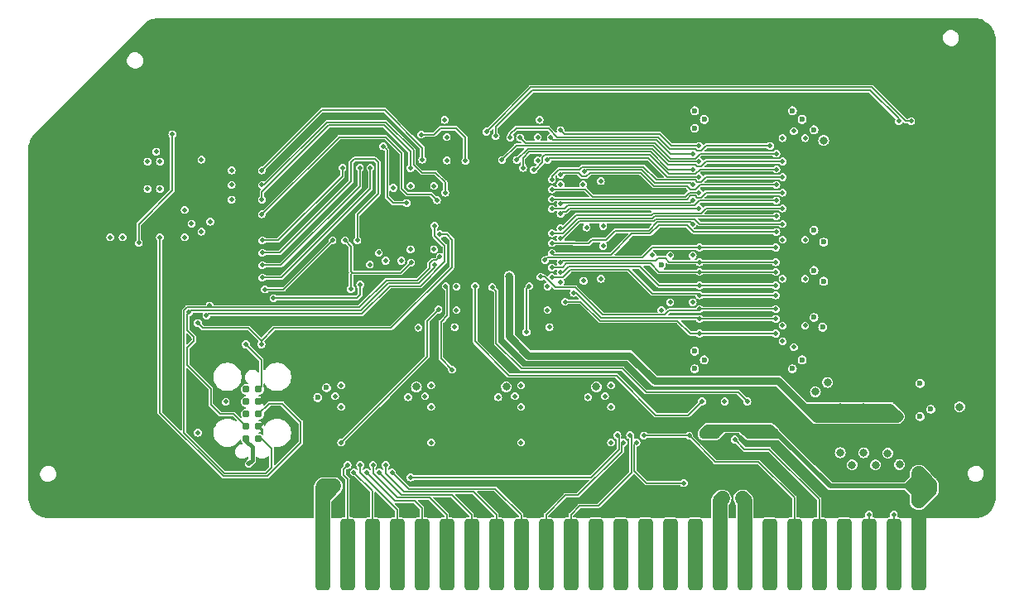
<source format=gbl>
G04 #@! TF.GenerationSoftware,KiCad,Pcbnew,7.0.10*
G04 #@! TF.CreationDate,2024-03-29T07:49:19-04:00*
G04 #@! TF.ProjectId,GR8RAM,47523852-414d-42e6-9b69-6361645f7063,1.0*
G04 #@! TF.SameCoordinates,Original*
G04 #@! TF.FileFunction,Copper,L4,Bot*
G04 #@! TF.FilePolarity,Positive*
%FSLAX46Y46*%
G04 Gerber Fmt 4.6, Leading zero omitted, Abs format (unit mm)*
G04 Created by KiCad (PCBNEW 7.0.10) date 2024-03-29 07:49:19*
%MOMM*%
%LPD*%
G01*
G04 APERTURE LIST*
G04 Aperture macros list*
%AMRoundRect*
0 Rectangle with rounded corners*
0 $1 Rounding radius*
0 $2 $3 $4 $5 $6 $7 $8 $9 X,Y pos of 4 corners*
0 Add a 4 corners polygon primitive as box body*
4,1,4,$2,$3,$4,$5,$6,$7,$8,$9,$2,$3,0*
0 Add four circle primitives for the rounded corners*
1,1,$1+$1,$2,$3*
1,1,$1+$1,$4,$5*
1,1,$1+$1,$6,$7*
1,1,$1+$1,$8,$9*
0 Add four rect primitives between the rounded corners*
20,1,$1+$1,$2,$3,$4,$5,0*
20,1,$1+$1,$4,$5,$6,$7,0*
20,1,$1+$1,$6,$7,$8,$9,0*
20,1,$1+$1,$8,$9,$2,$3,0*%
G04 Aperture macros list end*
G04 #@! TA.AperFunction,SMDPad,CuDef*
%ADD10RoundRect,0.381000X0.381000X3.289000X-0.381000X3.289000X-0.381000X-3.289000X0.381000X-3.289000X0*%
G04 #@! TD*
G04 #@! TA.AperFunction,ComponentPad*
%ADD11C,2.000000*%
G04 #@! TD*
G04 #@! TA.AperFunction,ConnectorPad*
%ADD12C,0.787400*%
G04 #@! TD*
G04 #@! TA.AperFunction,ViaPad*
%ADD13C,0.500000*%
G04 #@! TD*
G04 #@! TA.AperFunction,ViaPad*
%ADD14C,1.524000*%
G04 #@! TD*
G04 #@! TA.AperFunction,ViaPad*
%ADD15C,0.800000*%
G04 #@! TD*
G04 #@! TA.AperFunction,ViaPad*
%ADD16C,0.600000*%
G04 #@! TD*
G04 #@! TA.AperFunction,Conductor*
%ADD17C,0.500000*%
G04 #@! TD*
G04 #@! TA.AperFunction,Conductor*
%ADD18C,0.800000*%
G04 #@! TD*
G04 #@! TA.AperFunction,Conductor*
%ADD19C,1.524000*%
G04 #@! TD*
G04 #@! TA.AperFunction,Conductor*
%ADD20C,0.450000*%
G04 #@! TD*
G04 #@! TA.AperFunction,Conductor*
%ADD21C,0.300000*%
G04 #@! TD*
G04 #@! TA.AperFunction,Conductor*
%ADD22C,0.150000*%
G04 #@! TD*
G04 APERTURE END LIST*
D10*
X137160000Y-135282000D03*
X134620000Y-135282000D03*
X132080000Y-135282000D03*
X129540000Y-135282000D03*
X127000000Y-135282000D03*
X124460000Y-135282000D03*
X121920000Y-135282000D03*
X119380000Y-135282000D03*
X116840000Y-135282000D03*
X114300000Y-135282000D03*
X111760000Y-135282000D03*
X109220000Y-135282000D03*
X106680000Y-135282000D03*
X104140000Y-135282000D03*
X101600000Y-135282000D03*
X99060000Y-135282000D03*
X96520000Y-135282000D03*
X93980000Y-135282000D03*
X91440000Y-135282000D03*
X88900000Y-135282000D03*
X86360000Y-135282000D03*
X83820000Y-135282000D03*
X81280000Y-135282000D03*
X78740000Y-135282000D03*
X76200000Y-135282000D03*
D11*
X140462000Y-129540000D03*
D12*
X69659500Y-118364000D03*
X69659500Y-119634000D03*
X69659500Y-120904000D03*
X69659500Y-122174000D03*
X69659500Y-123444000D03*
X68389500Y-123444000D03*
X68389500Y-122174000D03*
X68389500Y-120904000D03*
X68389500Y-119634000D03*
X68389500Y-118364000D03*
D13*
X122050000Y-122200000D03*
X120250000Y-122200000D03*
X119650000Y-123100000D03*
D14*
X137160000Y-129794000D03*
D15*
X138303000Y-128270000D03*
D13*
X115000000Y-123100000D03*
X121200000Y-123150000D03*
X115550000Y-122200000D03*
D15*
X137160000Y-127000000D03*
D13*
X116500000Y-123150000D03*
X117350000Y-122200000D03*
X94500000Y-129900000D03*
X135763000Y-93345000D03*
X107823000Y-86931500D03*
X116500000Y-120050000D03*
X65532000Y-124650500D03*
X143383000Y-100965000D03*
X117450000Y-103050000D03*
X76350000Y-104700000D03*
X118110000Y-131318000D03*
X98400000Y-110250000D03*
D16*
X127450000Y-104300000D03*
D13*
X121200000Y-120050000D03*
X123063000Y-85725000D03*
X51435000Y-109601000D03*
D15*
X120777000Y-129540000D03*
D13*
X64262000Y-115697000D03*
X82550000Y-131318000D03*
X140843000Y-93345000D03*
X78200000Y-105950000D03*
X133223000Y-90805000D03*
X92710000Y-131318000D03*
X97790000Y-131318000D03*
X138303000Y-90805000D03*
X64643000Y-93345000D03*
X93150000Y-123800000D03*
D15*
X121856500Y-128270000D03*
D13*
X64643000Y-83185000D03*
X56515000Y-89916000D03*
X97663000Y-80645000D03*
X138303000Y-116205000D03*
X104950000Y-102600000D03*
X72263000Y-80645000D03*
D16*
X136200000Y-119450000D03*
D13*
X100550000Y-103900000D03*
X51435000Y-114681000D03*
X69088000Y-128016000D03*
X87600000Y-103250000D03*
X64643000Y-88265000D03*
X138303000Y-100965000D03*
X133350000Y-131318000D03*
X107950000Y-131318000D03*
X62103000Y-97853500D03*
X87600000Y-96750000D03*
X138303000Y-80645000D03*
X77343000Y-85725000D03*
X115443000Y-88265000D03*
X102900000Y-108050000D03*
D16*
X49550000Y-104400000D03*
D13*
X52500000Y-97000000D03*
X82800000Y-102100000D03*
X48895000Y-117221000D03*
X89400000Y-129850000D03*
D15*
X129150000Y-118700000D03*
D13*
X143383000Y-121285000D03*
X138430000Y-131318000D03*
X90900000Y-126300000D03*
X104650000Y-108250000D03*
D16*
X113050000Y-116250000D03*
X123050000Y-114450000D03*
D13*
X56515000Y-104584500D03*
X135763000Y-88265000D03*
X56515000Y-109664500D03*
X79883000Y-83185000D03*
X83450000Y-108750000D03*
X74803000Y-88265000D03*
X91950000Y-129850000D03*
D16*
X123050000Y-89850000D03*
D13*
X117983000Y-116205000D03*
X53900000Y-89100600D03*
X87503000Y-86931500D03*
X59055000Y-112204500D03*
X90700000Y-110250000D03*
X67183000Y-80645000D03*
X52100000Y-91650600D03*
X103150000Y-129100000D03*
X128143000Y-95885000D03*
X125603000Y-88265000D03*
X69723000Y-88265000D03*
X66675000Y-131318000D03*
X84300000Y-102100000D03*
X62928500Y-100076000D03*
X108050000Y-104350000D03*
X46355000Y-129540000D03*
X136398000Y-100838000D03*
D15*
X134000000Y-123500000D03*
D13*
X100650000Y-115750000D03*
X53975000Y-85725000D03*
X62103000Y-80645000D03*
X51650000Y-96200000D03*
X63754000Y-92138500D03*
X88050000Y-129650000D03*
D16*
X84900000Y-120400000D03*
D13*
X67183000Y-111379000D03*
X113700000Y-119600000D03*
X48133000Y-131318000D03*
X100330000Y-131318000D03*
D15*
X114300000Y-128270000D03*
D13*
X102870000Y-131318000D03*
D15*
X140100000Y-122300000D03*
D13*
X103000000Y-124950000D03*
X70485000Y-119380000D03*
X118650000Y-110650000D03*
X130683000Y-93345000D03*
X98200000Y-112000000D03*
X111500000Y-98100000D03*
X85200000Y-103250000D03*
X64262000Y-118491000D03*
D15*
X126450000Y-95100000D03*
D13*
X51435000Y-104584500D03*
X144780000Y-123825000D03*
X59055000Y-117284500D03*
X85200000Y-96750000D03*
X77850000Y-127200000D03*
X92583000Y-86931500D03*
X60833000Y-102806500D03*
X118650000Y-109450000D03*
X93450000Y-110300000D03*
D16*
X103300000Y-120400000D03*
D13*
X85150000Y-108750000D03*
X106500000Y-117950000D03*
X98400000Y-107850000D03*
X115650000Y-121000000D03*
X53975000Y-117284500D03*
X140843000Y-98425000D03*
X59182000Y-92900500D03*
X82423000Y-85725000D03*
X57150000Y-91186000D03*
X133223000Y-116205000D03*
X81788000Y-129349500D03*
X100203000Y-88265000D03*
X89700000Y-92550000D03*
X125550000Y-113050000D03*
X143383000Y-85725000D03*
X144780000Y-103505000D03*
X97400000Y-94950000D03*
D16*
X85800000Y-121400000D03*
D13*
X105410000Y-131318000D03*
X83950000Y-126100000D03*
D15*
X115443000Y-129540000D03*
D13*
X135763000Y-83185000D03*
X102500000Y-117600000D03*
X83950000Y-123800000D03*
X56515000Y-131318000D03*
X133223000Y-95885000D03*
D16*
X122050000Y-90750000D03*
D13*
X91950000Y-126750000D03*
X128143000Y-111125000D03*
X111550000Y-123800000D03*
X82450000Y-109100000D03*
X128143000Y-80645000D03*
X143383000Y-90805000D03*
X130350000Y-122400000D03*
X75350000Y-112600000D03*
X102850000Y-98400000D03*
X64706500Y-100076000D03*
X114050000Y-111850000D03*
X90900000Y-112000000D03*
X97450000Y-126900000D03*
X95000000Y-127900000D03*
X58293000Y-91884500D03*
X123250000Y-109450000D03*
X71247000Y-112839500D03*
X48895000Y-90805000D03*
X130683000Y-88265000D03*
X122050000Y-121000000D03*
X51435000Y-124841000D03*
X110363000Y-88265000D03*
X50673000Y-94615000D03*
D16*
X110800000Y-102450000D03*
D13*
X128270000Y-131318000D03*
X66900000Y-100450000D03*
X102743000Y-85725000D03*
X57023000Y-100012500D03*
X135763000Y-98425000D03*
X69723000Y-83185000D03*
D16*
X112050000Y-115350000D03*
D13*
X77343000Y-80645000D03*
X93150000Y-126100000D03*
X105283000Y-88265000D03*
X123063000Y-80645000D03*
X74803000Y-83185000D03*
X70802500Y-120713500D03*
X59944000Y-84328000D03*
X144780000Y-82423000D03*
X133223000Y-85725000D03*
X71755000Y-131318000D03*
X140843000Y-113665000D03*
X135763000Y-113665000D03*
X106900000Y-126800000D03*
X118650000Y-105850000D03*
X51435000Y-131318000D03*
X120350000Y-121000000D03*
X84000000Y-110600000D03*
X82423000Y-80645000D03*
X125603000Y-118745000D03*
X61531500Y-114744500D03*
X97300000Y-117950000D03*
X50750000Y-96700000D03*
X111550000Y-126100000D03*
X59055000Y-107124500D03*
X117983000Y-86931500D03*
X59055000Y-122364500D03*
X84600000Y-124950000D03*
X56515000Y-83185000D03*
X125603000Y-123825000D03*
X84963000Y-88392000D03*
X112903000Y-80645000D03*
X111750000Y-113450000D03*
X128143000Y-100965000D03*
X95850000Y-120650000D03*
X118650000Y-111850000D03*
D16*
X47000000Y-104950000D03*
D13*
X63563500Y-114998500D03*
D16*
X123050000Y-116250000D03*
D13*
X80750000Y-129900000D03*
X86900000Y-126200000D03*
X53975000Y-122364500D03*
X119850000Y-103050000D03*
D15*
X127450000Y-93900000D03*
D16*
X76600000Y-121400000D03*
X104200000Y-121400000D03*
D13*
X110100000Y-128450000D03*
X120523000Y-83185000D03*
X65786000Y-111379000D03*
X130683000Y-98425000D03*
X62103000Y-95059500D03*
X57912000Y-86360000D03*
X86850000Y-129950000D03*
X73750000Y-111400000D03*
X56388000Y-95059500D03*
X64643000Y-98425000D03*
X118350000Y-119600000D03*
X90170000Y-131318000D03*
X99550000Y-128550000D03*
D15*
X74549000Y-129540000D03*
D13*
X108900000Y-113400000D03*
X102350000Y-123800000D03*
X77470000Y-131318000D03*
D15*
X135509000Y-127000000D03*
D13*
X128143000Y-90805000D03*
X46355000Y-119761000D03*
X69532500Y-111823500D03*
X144780000Y-118745000D03*
X53975000Y-112204500D03*
X118650000Y-113450000D03*
D15*
X138900000Y-123450000D03*
D13*
X53848000Y-128016000D03*
X78000000Y-107600000D03*
X88100000Y-117950000D03*
X141200000Y-118550000D03*
X111750000Y-92650000D03*
X52006500Y-90297000D03*
D16*
X138400000Y-119450000D03*
D13*
X55435500Y-88773000D03*
X113030000Y-131318000D03*
X109950000Y-107850000D03*
X83750000Y-98800000D03*
X59182000Y-80645000D03*
X51435000Y-119761000D03*
X132750000Y-122400000D03*
X112903000Y-86931500D03*
X59563000Y-88265000D03*
X139000000Y-118550000D03*
X48895000Y-107061000D03*
X106500000Y-120150000D03*
X114050000Y-107050000D03*
D15*
X132750000Y-117650000D03*
D16*
X112050000Y-90750000D03*
X75700000Y-120400000D03*
D13*
X90300000Y-129350000D03*
X51435000Y-88265000D03*
X88950000Y-103250000D03*
X144780000Y-98425000D03*
X61595000Y-131318000D03*
X61531500Y-119824500D03*
X81950000Y-103050000D03*
X50750000Y-101100000D03*
X143383000Y-95885000D03*
X125550000Y-104650000D03*
X109537500Y-126809500D03*
X63944500Y-119570500D03*
X144780000Y-88265000D03*
X118650000Y-108250000D03*
D15*
X135509000Y-129540000D03*
D13*
X118650000Y-107050000D03*
X102100000Y-129700000D03*
D15*
X131550000Y-118900000D03*
D13*
X79883000Y-88265000D03*
X112200000Y-124950000D03*
D15*
X135200000Y-122300000D03*
X141300000Y-123550000D03*
D16*
X126450000Y-109500000D03*
D15*
X134000000Y-118950000D03*
D13*
X133223000Y-111125000D03*
X61531500Y-109664500D03*
X111750000Y-103050000D03*
X117983000Y-80645000D03*
X60071000Y-104457500D03*
X64643000Y-103505000D03*
X112900000Y-114050000D03*
X144780000Y-113665000D03*
X46355000Y-109601000D03*
X53848000Y-95123000D03*
X58928000Y-128016000D03*
D15*
X131550000Y-123550000D03*
D13*
X46355000Y-124841000D03*
X57404000Y-92900500D03*
X53200000Y-90650600D03*
X73787000Y-115379500D03*
D15*
X129150000Y-123350000D03*
D13*
X138303000Y-85725000D03*
X79950000Y-128350000D03*
X143002000Y-131318000D03*
X87250000Y-93250000D03*
X133223000Y-80645000D03*
X105050000Y-120650000D03*
X62103000Y-85725000D03*
X77216000Y-98298000D03*
X110550000Y-96450000D03*
X114050000Y-92650000D03*
X76454000Y-97091500D03*
X104700000Y-98150000D03*
X56515000Y-124904500D03*
X98550000Y-128050000D03*
X97400000Y-92550000D03*
X62801500Y-96456500D03*
X50350000Y-91850000D03*
X138303000Y-111125000D03*
X103200000Y-102950000D03*
X104050000Y-103950000D03*
X117350000Y-121000000D03*
X80010000Y-131318000D03*
X89900000Y-90800000D03*
X144780000Y-129540000D03*
X102850000Y-103950000D03*
X118650000Y-104650000D03*
X130683000Y-113665000D03*
D16*
X112900000Y-91950000D03*
D13*
X143002000Y-80645000D03*
X135128000Y-100838000D03*
X83000000Y-111600000D03*
D16*
X94100000Y-120400000D03*
D13*
X95123000Y-88265000D03*
X52324000Y-94551500D03*
X62103000Y-90805000D03*
X59055000Y-103822500D03*
X100203000Y-83185000D03*
X83450000Y-96550000D03*
X114050000Y-103050000D03*
X102350000Y-126100000D03*
X46355000Y-114681000D03*
X125600000Y-94150000D03*
X60833000Y-100012500D03*
X138303000Y-95885000D03*
D16*
X110850000Y-107000000D03*
D13*
X56515000Y-119824500D03*
X117983000Y-90805000D03*
X55400000Y-94350600D03*
X144780000Y-93345000D03*
X128143000Y-126365000D03*
D16*
X127350000Y-113200000D03*
D13*
X97663000Y-86931500D03*
X105283000Y-83185000D03*
D16*
X47000000Y-94650000D03*
D13*
X49974500Y-93345000D03*
X135890000Y-131318000D03*
X87600000Y-114600000D03*
D16*
X109450000Y-103350000D03*
D13*
X95250000Y-131318000D03*
X72263000Y-90805000D03*
X77450000Y-120650000D03*
D16*
X49550000Y-95200000D03*
D13*
X123190000Y-131318000D03*
X87630000Y-131318000D03*
X59309000Y-90487500D03*
X130810000Y-131318000D03*
X72263000Y-85725000D03*
X94450000Y-111300000D03*
X50750000Y-102900000D03*
X67183000Y-85725000D03*
D15*
X126450000Y-114300000D03*
D13*
X89150000Y-113450000D03*
X101000000Y-111550000D03*
X120523000Y-88265000D03*
X123063000Y-126365000D03*
X89700000Y-94950000D03*
X85090000Y-131318000D03*
D16*
X127450000Y-108300000D03*
D13*
X53975000Y-107124500D03*
X86200000Y-114600000D03*
X92550000Y-127950000D03*
X125603000Y-83185000D03*
X113100000Y-120500000D03*
X114050000Y-113450000D03*
X63817500Y-99060000D03*
X107200000Y-128400000D03*
X97200000Y-90800000D03*
X65278000Y-119507000D03*
X120650000Y-131318000D03*
X115570000Y-131318000D03*
D16*
X123050000Y-91650000D03*
D13*
X133223000Y-100965000D03*
X87503000Y-80645000D03*
X128143000Y-116205000D03*
X105200000Y-128700000D03*
X62547500Y-113220500D03*
X67183000Y-90805000D03*
X92583000Y-80645000D03*
D16*
X122050000Y-115350000D03*
D15*
X73406000Y-128524000D03*
D16*
X95000000Y-121400000D03*
D13*
X93800000Y-124950000D03*
X64008000Y-128016000D03*
X140843000Y-88265000D03*
X77216000Y-95821500D03*
X123250000Y-104650000D03*
X130683000Y-83185000D03*
X107823000Y-80645000D03*
X48895000Y-122301000D03*
D16*
X126450000Y-105400000D03*
D13*
X48895000Y-112141000D03*
X107823000Y-90805000D03*
X102743000Y-80645000D03*
D15*
X130350000Y-117650000D03*
D13*
X90700000Y-107850000D03*
X100550000Y-98400000D03*
D16*
X113050000Y-89850000D03*
D13*
X144780000Y-108585000D03*
X125730000Y-131318000D03*
X86650000Y-120650000D03*
X78900000Y-117950000D03*
X88400000Y-128050000D03*
X128143000Y-85725000D03*
X46355000Y-93472000D03*
X68580000Y-111379000D03*
X62865000Y-114300000D03*
X111750000Y-111850000D03*
X110490000Y-131318000D03*
X56515000Y-114744500D03*
X125603000Y-128905000D03*
X92550000Y-129050000D03*
X110250000Y-126100000D03*
X83300000Y-126850000D03*
X82650000Y-126100000D03*
X79400000Y-126850000D03*
X82000000Y-126850000D03*
X78750000Y-126100000D03*
X80050000Y-126100000D03*
X80700000Y-126850000D03*
X81350000Y-126100000D03*
D15*
X76200000Y-129540000D03*
X77343000Y-128270000D03*
X119126000Y-129540000D03*
X117094000Y-129540000D03*
D13*
X85200000Y-127381000D03*
X106350000Y-123050000D03*
X113150000Y-127950000D03*
X108300000Y-123800000D03*
X118350000Y-123500000D03*
X109050000Y-123100000D03*
X113700000Y-123100000D03*
X107650000Y-123050000D03*
X107000000Y-123800000D03*
X132080000Y-131191000D03*
X134620000Y-131191000D03*
X88200000Y-102500000D03*
X60833000Y-92265500D03*
X57404000Y-103378000D03*
X69950000Y-113750000D03*
X63436500Y-111569500D03*
X87650000Y-105650000D03*
X62547500Y-110490000D03*
X64325500Y-110807500D03*
X59563000Y-102806500D03*
X87650000Y-101650000D03*
X88200000Y-104800000D03*
X64643000Y-109791500D03*
X84800000Y-99300000D03*
X82400000Y-93500000D03*
X88800000Y-107800000D03*
X89450000Y-116350000D03*
X90800000Y-95000000D03*
X86300000Y-92300000D03*
X123250000Y-103050000D03*
X55753000Y-102806500D03*
X105700000Y-123800000D03*
X66900000Y-95950000D03*
X87300000Y-123800000D03*
X87600000Y-97550000D03*
X100550000Y-107400000D03*
X102850000Y-97400000D03*
D16*
X125250000Y-115350000D03*
D15*
X127850000Y-117650000D03*
D13*
X87600000Y-104050000D03*
X100550000Y-97400000D03*
D16*
X126450000Y-111000000D03*
D13*
X89700000Y-112000000D03*
X88900000Y-94950000D03*
D16*
X138400000Y-120400000D03*
X114250000Y-89850000D03*
D13*
X125550000Y-107050000D03*
D16*
X115250000Y-115350000D03*
D13*
X117325000Y-119600000D03*
X111750000Y-104650000D03*
X62103000Y-102806500D03*
X81026000Y-105600500D03*
D16*
X126450000Y-91800000D03*
D13*
X124400000Y-91950000D03*
X102900000Y-107250000D03*
X104900000Y-103700000D03*
X59563000Y-95059500D03*
D16*
X114250000Y-91650000D03*
D15*
X131550000Y-124850000D03*
D16*
X124250000Y-89850000D03*
X114250000Y-116250000D03*
D13*
X105075000Y-119050000D03*
X87300000Y-117950000D03*
X86675000Y-119050000D03*
X95875000Y-119050000D03*
X81950000Y-104400000D03*
D15*
X130350000Y-126100000D03*
X129150000Y-124850000D03*
D13*
X86000000Y-112050000D03*
D15*
X95000000Y-118100000D03*
D13*
X63436500Y-122809000D03*
X66900000Y-97450000D03*
X98400000Y-90800000D03*
X111750000Y-109450000D03*
X99200000Y-110250000D03*
X85200000Y-104050000D03*
X103350000Y-119150000D03*
X84950000Y-119150000D03*
D16*
X124250000Y-116250000D03*
X75700000Y-119200000D03*
D13*
X104900000Y-101650000D03*
X105700000Y-120150000D03*
X96500000Y-117950000D03*
D15*
X104200000Y-118100000D03*
D13*
X104650000Y-97050000D03*
X59563000Y-97853500D03*
X62103000Y-100012500D03*
X104650000Y-107050000D03*
D16*
X137300000Y-117750000D03*
D13*
X62801500Y-101409500D03*
D16*
X126450000Y-102100000D03*
D15*
X127450000Y-92900000D03*
D13*
X78100000Y-120150000D03*
X63817500Y-94869000D03*
D15*
X135200000Y-126050000D03*
D13*
X83450000Y-97750000D03*
X96500000Y-120150000D03*
D15*
X141350000Y-120150000D03*
D13*
X59182000Y-94043500D03*
X87300000Y-120150000D03*
X114050000Y-109450000D03*
D16*
X126450000Y-106200000D03*
D13*
X123250000Y-92650000D03*
X124400000Y-114050000D03*
D16*
X110850000Y-105650000D03*
D13*
X125550000Y-103050000D03*
X66900000Y-98950000D03*
D16*
X127450000Y-107300000D03*
D13*
X125550000Y-111850000D03*
X64706500Y-101219000D03*
D16*
X114250000Y-114450000D03*
D13*
X84250000Y-105200000D03*
X54483000Y-102806500D03*
X98200000Y-92550000D03*
X82650000Y-105200000D03*
X99400000Y-112000000D03*
D16*
X76600000Y-118200000D03*
X127450000Y-103300000D03*
D13*
X114050000Y-104650000D03*
X78100000Y-117950000D03*
D15*
X85800000Y-118100000D03*
D16*
X115250000Y-90750000D03*
X127350000Y-112000000D03*
D13*
X89900000Y-107850000D03*
X123250000Y-113450000D03*
X123250000Y-107050000D03*
X99200000Y-107850000D03*
X109950000Y-104650000D03*
X103200000Y-101800000D03*
X98200000Y-94950000D03*
X125550000Y-92650000D03*
X88900000Y-92550000D03*
X66294000Y-119634000D03*
X89900000Y-110250000D03*
D15*
X132750000Y-126100000D03*
D13*
X110850000Y-110250000D03*
D15*
X134000000Y-124900000D03*
D13*
X88700000Y-90800000D03*
X96500000Y-123800000D03*
X85200000Y-97550000D03*
X77475000Y-119050000D03*
D15*
X126600000Y-118600000D03*
D13*
X123250000Y-111850000D03*
X58293000Y-95059500D03*
X94150000Y-119150000D03*
X68643500Y-125984000D03*
X58293000Y-97853500D03*
D16*
X125250000Y-90750000D03*
X137300000Y-121150000D03*
D13*
X63817500Y-102235000D03*
X105700000Y-117950000D03*
X97350000Y-107800000D03*
X97050000Y-112500000D03*
X88050000Y-110200000D03*
X78100000Y-123800000D03*
X122550000Y-112650000D03*
X114750000Y-112650000D03*
X101000000Y-109400000D03*
X122550000Y-111150000D03*
X114750000Y-111150000D03*
X101900000Y-108500000D03*
X114750000Y-108750000D03*
X99650000Y-106900000D03*
X122550000Y-108750000D03*
X98500000Y-106850000D03*
X114750000Y-110150000D03*
X122550000Y-110150000D03*
X98950000Y-105150000D03*
X122550000Y-103850000D03*
X114750000Y-103850000D03*
X99650000Y-105900000D03*
X122550000Y-106350000D03*
X114750000Y-106350000D03*
X100550000Y-106400000D03*
X114750000Y-107750000D03*
X122550000Y-107750000D03*
X122600000Y-102250000D03*
X99650000Y-104400000D03*
X100550000Y-102900000D03*
X123250000Y-101450000D03*
X99650000Y-102400000D03*
X122600000Y-100650000D03*
X100550000Y-101900000D03*
X123250000Y-99850000D03*
X122600000Y-99050000D03*
X99650000Y-99900000D03*
X122600000Y-95850000D03*
X97800000Y-95900000D03*
X95400000Y-92600000D03*
X121950000Y-93450000D03*
X114700000Y-93450000D03*
X100550000Y-91850000D03*
X114700000Y-95050000D03*
X94550000Y-94900000D03*
X100550000Y-100400000D03*
X114700000Y-99850000D03*
X99650000Y-103400000D03*
X114050000Y-101450000D03*
X114050000Y-99050000D03*
X100550000Y-99400000D03*
X99650000Y-98900000D03*
X123250000Y-98250000D03*
X99650000Y-97900000D03*
X114700000Y-98250000D03*
X122600000Y-97450000D03*
X100550000Y-96400000D03*
X114050000Y-97450000D03*
X102950000Y-96100000D03*
X123250000Y-96650000D03*
X99650000Y-96900000D03*
X114700000Y-96650000D03*
X99200000Y-94900000D03*
X96700000Y-95700000D03*
X114050000Y-95850000D03*
X123250000Y-95050000D03*
X96050000Y-94900000D03*
X96400000Y-92600000D03*
X122600000Y-94250000D03*
X114050000Y-94250000D03*
X99550000Y-92600000D03*
X80010000Y-95694500D03*
X70040500Y-105664000D03*
X70294500Y-108140500D03*
X77216000Y-103124000D03*
X70040500Y-106934000D03*
X81089500Y-95694500D03*
X78486000Y-103124000D03*
X79100000Y-108100000D03*
X85250000Y-105400000D03*
X91800000Y-107800000D03*
X115000000Y-119600000D03*
X78232000Y-95694500D03*
X70040500Y-103124000D03*
X70040500Y-104394000D03*
X79756000Y-103124000D03*
X80050000Y-107650000D03*
X71183500Y-109029500D03*
X68350000Y-113750000D03*
X114750000Y-105350000D03*
X122550000Y-105350000D03*
X100550000Y-105400000D03*
X135128000Y-90932000D03*
X93900000Y-92450000D03*
X92950000Y-92000000D03*
X136398000Y-90932000D03*
X119650000Y-119600000D03*
X93550000Y-107900000D03*
X86400000Y-94850000D03*
X70000000Y-95950000D03*
X70000000Y-98950000D03*
X85200000Y-95750000D03*
X88750000Y-98250000D03*
X70000000Y-97450000D03*
X70000000Y-100450000D03*
X87900000Y-99000000D03*
D15*
X134000000Y-120400000D03*
D16*
X135200000Y-121150000D03*
D13*
X132750000Y-121350000D03*
D15*
X131550000Y-120200000D03*
X126600000Y-120500000D03*
D13*
X130350000Y-121350000D03*
D15*
X95300000Y-106800000D03*
X129150000Y-120200000D03*
D17*
X122525000Y-122675000D02*
X123000000Y-123150000D01*
X135890000Y-128270000D02*
X128120000Y-128270000D01*
X119000000Y-122450000D02*
X120300000Y-122450000D01*
X119650000Y-123100000D02*
X120300000Y-122450000D01*
D18*
X136915002Y-127000000D02*
X137160000Y-127000000D01*
D17*
X117450000Y-122200000D02*
X120250000Y-122200000D01*
X116500000Y-123150000D02*
X116975000Y-122675000D01*
X122525000Y-122675000D02*
X120725000Y-122675000D01*
X116975000Y-122675000D02*
X115075000Y-122675000D01*
X119700000Y-123150000D02*
X119650000Y-123100000D01*
X120725000Y-122675000D02*
X121200000Y-123150000D01*
X116975000Y-122675000D02*
X117200000Y-122450000D01*
D19*
X137160000Y-129794000D02*
X137160000Y-127000000D01*
D18*
X138620500Y-127952500D02*
X138112500Y-127952500D01*
D17*
X135890000Y-128270000D02*
X137160000Y-129540000D01*
X120600000Y-122800000D02*
X120725000Y-122675000D01*
X115000000Y-123100000D02*
X115000000Y-122750000D01*
X137160000Y-127000000D02*
X135890000Y-128270000D01*
X115000000Y-122750000D02*
X115550000Y-122200000D01*
X115050000Y-123150000D02*
X116500000Y-123150000D01*
X120250000Y-122200000D02*
X122050000Y-122200000D01*
X122050000Y-122200000D02*
X122525000Y-122675000D01*
X119000000Y-122450000D02*
X119350000Y-122800000D01*
D20*
X137856000Y-129794000D02*
X137160000Y-129794000D01*
D17*
X137160000Y-128940000D02*
X137160000Y-129794000D01*
X121200000Y-123150000D02*
X119700000Y-123150000D01*
X119350000Y-122800000D02*
X120600000Y-122800000D01*
D18*
X137160000Y-127000000D02*
X136906000Y-127000000D01*
D17*
X120725000Y-122675000D02*
X120500000Y-122450000D01*
X120300000Y-122450000D02*
X120500000Y-122450000D01*
D19*
X138303000Y-128651000D02*
X137160000Y-129794000D01*
D17*
X115000000Y-123100000D02*
X115050000Y-123150000D01*
X119350000Y-122800000D02*
X119650000Y-123100000D01*
D19*
X138303000Y-128143000D02*
X137160000Y-127000000D01*
D17*
X138303000Y-128270000D02*
X135890000Y-128270000D01*
X117350000Y-122200000D02*
X117450000Y-122200000D01*
X120500000Y-122450000D02*
X120250000Y-122200000D01*
D18*
X138112500Y-127952500D02*
X137160000Y-127000000D01*
D19*
X138303000Y-128270000D02*
X138303000Y-128651000D01*
D17*
X115550000Y-122200000D02*
X117350000Y-122200000D01*
X121200000Y-123150000D02*
X123000000Y-123150000D01*
D19*
X138303000Y-128270000D02*
X138303000Y-128143000D01*
D17*
X128120000Y-128270000D02*
X123000000Y-123150000D01*
X117200000Y-122450000D02*
X117450000Y-122200000D01*
X138530000Y-128270000D02*
X138303000Y-128270000D01*
X137160000Y-127000000D02*
X137310000Y-126850000D01*
X137160000Y-129540000D02*
X137160000Y-129794000D01*
D18*
X137160000Y-127000000D02*
X137160000Y-127960000D01*
D17*
X117200000Y-122450000D02*
X119000000Y-122450000D01*
D21*
X69659500Y-122174000D02*
X69786500Y-122174000D01*
D22*
X136906000Y-131318000D02*
X137160000Y-131572000D01*
X137414000Y-131318000D02*
X137160000Y-131572000D01*
D21*
X69786500Y-122174000D02*
X70802500Y-121158000D01*
D22*
X135890000Y-131318000D02*
X136906000Y-131318000D01*
D17*
X69659500Y-119634000D02*
X70231000Y-119634000D01*
X70231000Y-119634000D02*
X70485000Y-119380000D01*
D21*
X70802500Y-121158000D02*
X70802500Y-120713500D01*
D19*
X137160000Y-135382000D02*
X137160000Y-131572000D01*
D22*
X138430000Y-131318000D02*
X137414000Y-131318000D01*
X93879000Y-128550000D02*
X96520000Y-131191000D01*
X96520000Y-131191000D02*
X96520000Y-135382000D01*
X85000000Y-128550000D02*
X93879000Y-128550000D01*
X83300000Y-126850000D02*
X85000000Y-128550000D01*
X91639000Y-128850000D02*
X93980000Y-131191000D01*
X93980000Y-131191000D02*
X93980000Y-135382000D01*
X84527000Y-128850000D02*
X91639000Y-128850000D01*
X82650000Y-126100000D02*
X82650000Y-126973000D01*
X82650000Y-126973000D02*
X84527000Y-128850000D01*
X81280000Y-135382000D02*
X81280000Y-128730000D01*
X81280000Y-128730000D02*
X79400000Y-126850000D01*
X84300000Y-129150000D02*
X89399000Y-129150000D01*
X89399000Y-129150000D02*
X91440000Y-131191000D01*
X91440000Y-131191000D02*
X91440000Y-135382000D01*
X82000000Y-126850000D02*
X84300000Y-129150000D01*
X78350000Y-127150000D02*
X78750000Y-127550000D01*
X78750000Y-135372000D02*
X78740000Y-135382000D01*
X78350000Y-127150000D02*
X78350000Y-126500000D01*
X78350000Y-126500000D02*
X78750000Y-126100000D01*
X78750000Y-127550000D02*
X78750000Y-135372000D01*
X83820000Y-131064000D02*
X83820000Y-135382000D01*
X80050000Y-126913000D02*
X83820000Y-130683000D01*
X83820000Y-130683000D02*
X83820000Y-131064000D01*
X80050000Y-126100000D02*
X80050000Y-126913000D01*
X80700000Y-126850000D02*
X83600000Y-129750000D01*
X85617500Y-129750000D02*
X86360000Y-130492500D01*
X83600000Y-129750000D02*
X85617500Y-129750000D01*
X86360000Y-130492500D02*
X86360000Y-135382000D01*
X81350000Y-126943000D02*
X83857000Y-129450000D01*
X83857000Y-129450000D02*
X87159000Y-129450000D01*
X88900000Y-131191000D02*
X88900000Y-135382000D01*
X87159000Y-129450000D02*
X88900000Y-131191000D01*
X81350000Y-126100000D02*
X81350000Y-126943000D01*
D19*
X76200000Y-135382000D02*
X76200000Y-129540000D01*
X76200000Y-128397000D02*
X76200000Y-129540000D01*
X76200000Y-129540000D02*
X76200000Y-129413000D01*
X76200000Y-129413000D02*
X77343000Y-128270000D01*
X76327000Y-128270000D02*
X76200000Y-128397000D01*
X77343000Y-128270000D02*
X76327000Y-128270000D01*
X119380000Y-129794000D02*
X119126000Y-129540000D01*
X119380000Y-135382000D02*
X119380000Y-129794000D01*
X116840000Y-135382000D02*
X116840000Y-129794000D01*
X116840000Y-129794000D02*
X117094000Y-129540000D01*
D22*
X85200000Y-127381000D02*
X103669000Y-127381000D01*
X103669000Y-127381000D02*
X106500000Y-124550000D01*
X106500000Y-123200000D02*
X106350000Y-123050000D01*
X106500000Y-124550000D02*
X106500000Y-123200000D01*
X108100000Y-126700000D02*
X108100000Y-124000000D01*
X109350000Y-127950000D02*
X108100000Y-126700000D01*
X113150000Y-127950000D02*
X109350000Y-127950000D01*
X108100000Y-124000000D02*
X108300000Y-123800000D01*
X118350000Y-123500000D02*
X119350000Y-124500000D01*
X121900000Y-124500000D02*
X127000000Y-129600000D01*
X127000000Y-129600000D02*
X127000000Y-135282000D01*
X119350000Y-124500000D02*
X121900000Y-124500000D01*
X116350000Y-125750000D02*
X113700000Y-123100000D01*
X124460000Y-135382000D02*
X124460000Y-129460000D01*
X120800000Y-125800000D02*
X116350000Y-125800000D01*
X109050000Y-123100000D02*
X113700000Y-123100000D01*
X124460000Y-129460000D02*
X120800000Y-125800000D01*
X116350000Y-125800000D02*
X116350000Y-125750000D01*
X104394000Y-130302000D02*
X102489000Y-130302000D01*
X107800000Y-126896000D02*
X104394000Y-130302000D01*
X107800000Y-123200000D02*
X107800000Y-126896000D01*
X107650000Y-123050000D02*
X107800000Y-123200000D01*
X101600000Y-131191000D02*
X101600000Y-135382000D01*
X102489000Y-130302000D02*
X101600000Y-131191000D01*
X106800000Y-124000000D02*
X106800000Y-124721000D01*
X101051000Y-129200000D02*
X99060000Y-131191000D01*
X106800000Y-124721000D02*
X102321000Y-129200000D01*
X99060000Y-131191000D02*
X99060000Y-135382000D01*
X102321000Y-129200000D02*
X101051000Y-129200000D01*
X107000000Y-123800000D02*
X106800000Y-124000000D01*
X132080000Y-135382000D02*
X132080000Y-131191000D01*
X134620000Y-135382000D02*
X134620000Y-131191000D01*
X71247000Y-112100000D02*
X69942500Y-113404500D01*
X88200000Y-102500000D02*
X88900000Y-102500000D01*
X57404000Y-101441250D02*
X60833000Y-98012250D01*
X57404000Y-103378000D02*
X57404000Y-101441250D01*
X63436500Y-111569500D02*
X63967000Y-112100000D01*
X69942500Y-113742500D02*
X69942500Y-113404500D01*
X88900000Y-102500000D02*
X89450000Y-103050000D01*
X83200000Y-112100000D02*
X71247000Y-112100000D01*
X89450000Y-105850000D02*
X83200000Y-112100000D01*
X89450000Y-103050000D02*
X89450000Y-105850000D01*
X63967000Y-112100000D02*
X68638000Y-112100000D01*
X68638000Y-112100000D02*
X69942500Y-113404500D01*
X60833000Y-98012250D02*
X60833000Y-92265500D01*
X69950000Y-113750000D02*
X69942500Y-113742500D01*
X62357000Y-112331500D02*
X63055500Y-113030000D01*
X62357000Y-115887500D02*
X64770000Y-118300500D01*
X62547500Y-110490000D02*
X62357000Y-110680500D01*
X63055500Y-113411000D02*
X62357000Y-114109500D01*
X80100500Y-110299500D02*
X62738000Y-110299500D01*
X67119500Y-120904000D02*
X68389500Y-122174000D01*
X82900000Y-107500000D02*
X80100500Y-110299500D01*
X64770000Y-119951500D02*
X65722500Y-120904000D01*
X63055500Y-113030000D02*
X63055500Y-113411000D01*
X87650000Y-105900000D02*
X86050000Y-107500000D01*
X62357000Y-110680500D02*
X62357000Y-112331500D01*
X87650000Y-105650000D02*
X87650000Y-105900000D01*
X86050000Y-107500000D02*
X82900000Y-107500000D01*
X62357000Y-114109500D02*
X62357000Y-115887500D01*
X64770000Y-118300500D02*
X64770000Y-119951500D01*
X65722500Y-120904000D02*
X67119500Y-120904000D01*
X62738000Y-110299500D02*
X62547500Y-110490000D01*
X64483000Y-110650000D02*
X80200000Y-110650000D01*
X83050000Y-107800000D02*
X86200000Y-107800000D01*
X88700000Y-105300000D02*
X88700000Y-103675000D01*
X87650000Y-102625000D02*
X87650000Y-101650000D01*
X64325500Y-110807500D02*
X64483000Y-110650000D01*
X73977500Y-121729500D02*
X73977500Y-123825000D01*
X66040000Y-127254000D02*
X59563000Y-120777000D01*
X59563000Y-120777000D02*
X59563000Y-102806500D01*
X80200000Y-110650000D02*
X83050000Y-107800000D01*
X88700000Y-103675000D02*
X87650000Y-102625000D01*
X86200000Y-107800000D02*
X88700000Y-105300000D01*
X72072500Y-119824500D02*
X73977500Y-121729500D01*
X69659500Y-120904000D02*
X70739000Y-119824500D01*
X70548500Y-127254000D02*
X66040000Y-127254000D01*
X73977500Y-123825000D02*
X70548500Y-127254000D01*
X70739000Y-119824500D02*
X72072500Y-119824500D01*
X66167000Y-126936500D02*
X70421500Y-126936500D01*
X64643000Y-109791500D02*
X64452500Y-109982000D01*
X87450000Y-105150000D02*
X87150000Y-105450000D01*
X87150000Y-105450000D02*
X87150000Y-105950000D01*
X88200000Y-104800000D02*
X87850000Y-105150000D01*
X64452500Y-109982000D02*
X62357000Y-109982000D01*
X62039500Y-122809000D02*
X66167000Y-126936500D01*
X64833500Y-109982000D02*
X64643000Y-109791500D01*
X70993000Y-126365000D02*
X70993000Y-124440500D01*
X79968000Y-109982000D02*
X64833500Y-109982000D01*
X69996500Y-123444000D02*
X69659500Y-123444000D01*
X62357000Y-109982000D02*
X62039500Y-110299500D01*
X70993000Y-124440500D02*
X69996500Y-123444000D01*
X62039500Y-110299500D02*
X62039500Y-122809000D01*
X70421500Y-126936500D02*
X70993000Y-126365000D01*
X87150000Y-105950000D02*
X85900000Y-107200000D01*
X82750000Y-107200000D02*
X79968000Y-109982000D01*
X87850000Y-105150000D02*
X87450000Y-105150000D01*
X85900000Y-107200000D02*
X82750000Y-107200000D01*
X84800000Y-99300000D02*
X83400000Y-99300000D01*
X82800000Y-98700000D02*
X82800000Y-93900000D01*
X83400000Y-99300000D02*
X82800000Y-98700000D01*
X82800000Y-93900000D02*
X82400000Y-93500000D01*
X88300000Y-115200000D02*
X88300000Y-111475000D01*
X88950000Y-107950000D02*
X88800000Y-107800000D01*
X88300000Y-111475000D02*
X88950000Y-110825000D01*
X88950000Y-110825000D02*
X88950000Y-107950000D01*
X89450000Y-116350000D02*
X88300000Y-115200000D01*
X86300000Y-92300000D02*
X87600000Y-92300000D01*
X89850000Y-91650000D02*
X90800000Y-92600000D01*
X88250000Y-91650000D02*
X89850000Y-91650000D01*
X87600000Y-92300000D02*
X88250000Y-91650000D01*
X90800000Y-92600000D02*
X90800000Y-95000000D01*
D20*
X69024500Y-124269500D02*
X68389500Y-123634500D01*
X68643500Y-125984000D02*
X69024500Y-125603000D01*
X69024500Y-125603000D02*
X69024500Y-124269500D01*
X68389500Y-123634500D02*
X68389500Y-123444000D01*
D22*
X97050000Y-108100000D02*
X97050000Y-112500000D01*
X97350000Y-107800000D02*
X97050000Y-108100000D01*
X86900000Y-111350000D02*
X88050000Y-110200000D01*
X86900000Y-115000000D02*
X86900000Y-111350000D01*
X78100000Y-123800000D02*
X86900000Y-115000000D01*
X112500000Y-111350000D02*
X113800000Y-112650000D01*
X122550000Y-112650000D02*
X114750000Y-112650000D01*
X113800000Y-112650000D02*
X114750000Y-112650000D01*
X101000000Y-109400000D02*
X102600000Y-109400000D01*
X104550000Y-111350000D02*
X112500000Y-111350000D01*
X102600000Y-109400000D02*
X104550000Y-111350000D01*
X114650000Y-111050000D02*
X104700000Y-111050000D01*
X118400002Y-111150000D02*
X122550000Y-111150000D01*
X102150000Y-108500000D02*
X101900000Y-108500000D01*
X104700000Y-111050000D02*
X102150000Y-108500000D01*
X114750000Y-111150000D02*
X118400002Y-111150000D01*
X114750000Y-111150000D02*
X114650000Y-111050000D01*
X107500000Y-106100000D02*
X109950000Y-108550000D01*
X99650000Y-106900000D02*
X100750000Y-106900000D01*
X109950000Y-108550000D02*
X114550000Y-108550000D01*
X120890662Y-108750000D02*
X122550000Y-108750000D01*
X100750000Y-106900000D02*
X101550000Y-106100000D01*
X114750000Y-108750000D02*
X120890662Y-108750000D01*
X114550000Y-108550000D02*
X114750000Y-108750000D01*
X101550000Y-106100000D02*
X107500000Y-106100000D01*
X122550000Y-110150000D02*
X114750000Y-110150000D01*
X102050000Y-107950000D02*
X104850000Y-110750000D01*
X98900000Y-106850000D02*
X100000000Y-107950000D01*
X111625000Y-110300000D02*
X114600000Y-110300000D01*
X98500000Y-106850000D02*
X98900000Y-106850000D01*
X100000000Y-107950000D02*
X102050000Y-107950000D01*
X111175000Y-110750000D02*
X111625000Y-110300000D01*
X104850000Y-110750000D02*
X111175000Y-110750000D01*
X114600000Y-110300000D02*
X114750000Y-110150000D01*
X122550000Y-103850000D02*
X114750000Y-103850000D01*
X99200000Y-104900000D02*
X108900000Y-104900000D01*
X98950000Y-105150000D02*
X99200000Y-104900000D01*
X114750000Y-103850000D02*
X109950000Y-103850000D01*
X109950000Y-103850000D02*
X108950000Y-104850000D01*
X108900000Y-104900000D02*
X108950000Y-104850000D01*
X99650000Y-105900000D02*
X100750000Y-105900000D01*
X110600000Y-106350000D02*
X114750000Y-106350000D01*
X100750000Y-105900000D02*
X101150000Y-105500000D01*
X109750000Y-105500000D02*
X110600000Y-106350000D01*
X122550000Y-106350000D02*
X114750000Y-106350000D01*
X101150000Y-105500000D02*
X109750000Y-105500000D01*
X114750000Y-107750000D02*
X116300002Y-107750000D01*
X100750000Y-106400000D02*
X100550000Y-106400000D01*
X114750000Y-107750000D02*
X110600000Y-107750000D01*
X116300002Y-107750000D02*
X122550000Y-107750000D01*
X110600000Y-107750000D02*
X108650000Y-105800000D01*
X101350000Y-105800000D02*
X100750000Y-106400000D01*
X108650000Y-105800000D02*
X101350000Y-105800000D01*
X113450000Y-101550000D02*
X114150000Y-102250000D01*
X114150000Y-102250000D02*
X122600000Y-102250000D01*
X109700000Y-102450000D02*
X110600000Y-101550000D01*
X107850000Y-102450000D02*
X109700000Y-102450000D01*
X110600000Y-101550000D02*
X113450000Y-101550000D01*
X99850000Y-104600000D02*
X105700000Y-104600000D01*
X105700000Y-104600000D02*
X107850000Y-102450000D01*
X99650000Y-104400000D02*
X99850000Y-104600000D01*
X114250000Y-100950000D02*
X114750000Y-101450000D01*
X102450000Y-101150000D02*
X110100000Y-101150000D01*
X110300000Y-100950000D02*
X114250000Y-100950000D01*
X110100000Y-101150000D02*
X110300000Y-100950000D01*
X114750000Y-101450000D02*
X123250000Y-101450000D01*
X100550000Y-102900000D02*
X100700000Y-102900000D01*
X100700000Y-102900000D02*
X102450000Y-101150000D01*
X122600000Y-100650000D02*
X110150000Y-100650000D01*
X100750000Y-102400000D02*
X99650000Y-102400000D01*
X109950000Y-100850000D02*
X102300000Y-100850000D01*
X110150000Y-100650000D02*
X109950000Y-100850000D01*
X102300000Y-100850000D02*
X100750000Y-102400000D01*
X109800000Y-100550000D02*
X110000000Y-100350000D01*
X100550000Y-101900000D02*
X100800000Y-101900000D01*
X100800000Y-101900000D02*
X102150000Y-100550000D01*
X110000000Y-100350000D02*
X114900000Y-100350000D01*
X102150000Y-100550000D02*
X109800000Y-100550000D01*
X114900000Y-100350000D02*
X115400000Y-99850000D01*
X115400000Y-99850000D02*
X123250000Y-99850000D01*
X122600000Y-99050000D02*
X114750000Y-99050000D01*
X114750000Y-99050000D02*
X114250000Y-99550000D01*
X100950000Y-99900000D02*
X99650000Y-99900000D01*
X101300000Y-99550000D02*
X100950000Y-99900000D01*
X114250000Y-99550000D02*
X101300000Y-99550000D01*
X122600000Y-95850000D02*
X114800000Y-95850000D01*
X98700000Y-94650000D02*
X98700000Y-95150000D01*
X98700000Y-95150000D02*
X98000000Y-95850000D01*
X111600000Y-96350000D02*
X109650000Y-94400000D01*
X114800000Y-95850000D02*
X114300000Y-96350000D01*
X98000000Y-95850000D02*
X97900000Y-95850000D01*
X98950000Y-94400000D02*
X98700000Y-94650000D01*
X109650000Y-94400000D02*
X98950000Y-94400000D01*
X114300000Y-96350000D02*
X111600000Y-96350000D01*
X114500000Y-93950000D02*
X114900000Y-93950000D01*
X96000000Y-91650000D02*
X99300000Y-91650000D01*
X100200000Y-92550000D02*
X110500000Y-92550000D01*
X114300000Y-93750000D02*
X114500000Y-93950000D01*
X95400000Y-92250000D02*
X96000000Y-91650000D01*
X95400000Y-92600000D02*
X95400000Y-92250000D01*
X114900000Y-93950000D02*
X115400000Y-93450000D01*
X111700000Y-93750000D02*
X114300000Y-93750000D01*
X110500000Y-92550000D02*
X111700000Y-93750000D01*
X99300000Y-91650000D02*
X100200000Y-92550000D01*
X115400000Y-93450000D02*
X121950000Y-93450000D01*
X100550000Y-91850000D02*
X100950000Y-92250000D01*
X100950000Y-92250000D02*
X110650000Y-92250000D01*
X110650000Y-92250000D02*
X111850000Y-93450000D01*
X111850000Y-93450000D02*
X114700000Y-93450000D01*
X110050000Y-93450000D02*
X96000000Y-93450000D01*
X114700000Y-95050000D02*
X111650000Y-95050000D01*
X111650000Y-95050000D02*
X110050000Y-93450000D01*
X96000000Y-93450000D02*
X94550000Y-94900000D01*
X101100000Y-100200000D02*
X100750000Y-100200000D01*
X101450000Y-99850000D02*
X101100000Y-100200000D01*
X100750000Y-100200000D02*
X100550000Y-100400000D01*
X114700000Y-99850000D02*
X101450000Y-99850000D01*
X106100000Y-102150000D02*
X109550000Y-102150000D01*
X99650000Y-103400000D02*
X101900000Y-103400000D01*
X103400000Y-103450000D02*
X103750000Y-103100000D01*
X105150000Y-103100000D02*
X106100000Y-102150000D01*
X103750000Y-103100000D02*
X105150000Y-103100000D01*
X110450000Y-101250000D02*
X113850000Y-101250000D01*
X109550000Y-102150000D02*
X110450000Y-101250000D01*
X101950000Y-103450000D02*
X103400000Y-103450000D01*
X113850000Y-101250000D02*
X114050000Y-101450000D01*
X101900000Y-103400000D02*
X101950000Y-103450000D01*
X100550000Y-99400000D02*
X100700000Y-99250000D01*
X113850000Y-99250000D02*
X114050000Y-99050000D01*
X100700000Y-99250000D02*
X113850000Y-99250000D01*
X114500000Y-98750000D02*
X114900000Y-98750000D01*
X113450000Y-98950000D02*
X113850000Y-98550000D01*
X100800000Y-98950000D02*
X113450000Y-98950000D01*
X113850000Y-98550000D02*
X114300000Y-98550000D01*
X114900000Y-98750000D02*
X115400000Y-98250000D01*
X114300000Y-98550000D02*
X114500000Y-98750000D01*
X115400000Y-98250000D02*
X123250000Y-98250000D01*
X99650000Y-98900000D02*
X100750000Y-98900000D01*
X100750000Y-98900000D02*
X100800000Y-98950000D01*
X114700000Y-98250000D02*
X113700000Y-98250000D01*
X113300000Y-98650000D02*
X103850000Y-98650000D01*
X113700000Y-98250000D02*
X113300000Y-98650000D01*
X103100000Y-97900000D02*
X99650000Y-97900000D01*
X103850000Y-98650000D02*
X103100000Y-97900000D01*
X113450000Y-97550000D02*
X113850000Y-97950000D01*
X103150000Y-96600000D02*
X103550000Y-96200000D01*
X113850000Y-97950000D02*
X114300000Y-97950000D01*
X102350000Y-96200000D02*
X102750000Y-96600000D01*
X108725000Y-96200000D02*
X110075000Y-97550000D01*
X103550000Y-96200000D02*
X108725000Y-96200000D01*
X110075000Y-97550000D02*
X113450000Y-97550000D01*
X114800000Y-97450000D02*
X122600000Y-97450000D01*
X100750000Y-96200000D02*
X102350000Y-96200000D01*
X102750000Y-96600000D02*
X103150000Y-96600000D01*
X114300000Y-97950000D02*
X114800000Y-97450000D01*
X100550000Y-96400000D02*
X100750000Y-96200000D01*
X113850000Y-97250000D02*
X114050000Y-97450000D01*
X108850000Y-95900000D02*
X110200000Y-97250000D01*
X103150000Y-95900000D02*
X108850000Y-95900000D01*
X102950000Y-96100000D02*
X103150000Y-95900000D01*
X110200000Y-97250000D02*
X113850000Y-97250000D01*
X99650000Y-96600000D02*
X99650000Y-96900000D01*
X114900000Y-97150000D02*
X114500000Y-97150000D01*
X102750000Y-95600000D02*
X102450000Y-95900000D01*
X114300000Y-96950000D02*
X110350000Y-96950000D01*
X109000000Y-95600000D02*
X102750000Y-95600000D01*
X115400000Y-96650000D02*
X114900000Y-97150000D01*
X123250000Y-96650000D02*
X115400000Y-96650000D01*
X100350000Y-95900000D02*
X99650000Y-96600000D01*
X110350000Y-96950000D02*
X109000000Y-95600000D01*
X114500000Y-97150000D02*
X114300000Y-96950000D01*
X102450000Y-95900000D02*
X100350000Y-95900000D01*
X109500000Y-94700000D02*
X99400000Y-94700000D01*
X114700000Y-96650000D02*
X111450000Y-96650000D01*
X111450000Y-96650000D02*
X109500000Y-94700000D01*
X99400000Y-94700000D02*
X99200000Y-94900000D01*
X97350000Y-94050000D02*
X96700000Y-94700000D01*
X109750000Y-94050000D02*
X97350000Y-94050000D01*
X111550000Y-95850000D02*
X109750000Y-94050000D01*
X96700000Y-94700000D02*
X96700000Y-95650000D01*
X114050000Y-95850000D02*
X111550000Y-95850000D01*
X114300000Y-95350000D02*
X114500000Y-95550000D01*
X109900000Y-93750000D02*
X111500000Y-95350000D01*
X96050000Y-94900000D02*
X97200000Y-93750000D01*
X114500000Y-95550000D02*
X114900000Y-95550000D01*
X115400000Y-95050000D02*
X123250000Y-95050000D01*
X114900000Y-95550000D02*
X115400000Y-95050000D01*
X111500000Y-95350000D02*
X114300000Y-95350000D01*
X97200000Y-93750000D02*
X109900000Y-93750000D01*
X114800000Y-94250000D02*
X114300000Y-94750000D01*
X114300000Y-94750000D02*
X111800000Y-94750000D01*
X110200000Y-93150000D02*
X96950000Y-93150000D01*
X111800000Y-94750000D02*
X110200000Y-93150000D01*
X122600000Y-94250000D02*
X114800000Y-94250000D01*
X96950000Y-93150000D02*
X96400000Y-92600000D01*
X110350000Y-92850000D02*
X111750000Y-94250000D01*
X99550000Y-92600000D02*
X99800000Y-92850000D01*
X99800000Y-92850000D02*
X110350000Y-92850000D01*
X111750000Y-94250000D02*
X114050000Y-94250000D01*
X70040500Y-105664000D02*
X71945500Y-105664000D01*
X80010000Y-97599500D02*
X80010000Y-95694500D01*
X71945500Y-105664000D02*
X80010000Y-97599500D01*
X72199500Y-108140500D02*
X77216000Y-103124000D01*
X70294500Y-108140500D02*
X72199500Y-108140500D01*
X81089500Y-97853500D02*
X81089500Y-95694500D01*
X72009000Y-106934000D02*
X81089500Y-97853500D01*
X70040500Y-106934000D02*
X72009000Y-106934000D01*
X79100000Y-106600000D02*
X79100000Y-108100000D01*
X78486000Y-103124000D02*
X79100000Y-103738000D01*
X79250000Y-106450000D02*
X79100000Y-106600000D01*
X79100000Y-103738000D02*
X79100000Y-106300000D01*
X84200000Y-106450000D02*
X79250000Y-106450000D01*
X85250000Y-105400000D02*
X84200000Y-106450000D01*
X79250000Y-106450000D02*
X79100000Y-106300000D01*
X110300000Y-121000000D02*
X113600000Y-121000000D01*
X95300000Y-116950000D02*
X106250000Y-116950000D01*
X106250000Y-116950000D02*
X110300000Y-121000000D01*
X91800000Y-107800000D02*
X91800000Y-113450000D01*
X113600000Y-121000000D02*
X115000000Y-119600000D01*
X91800000Y-113450000D02*
X95300000Y-116950000D01*
X78232000Y-96568000D02*
X78232000Y-95694500D01*
X71676000Y-103124000D02*
X78232000Y-96568000D01*
X70040500Y-103124000D02*
X71676000Y-103124000D01*
X81900000Y-95171500D02*
X81900000Y-98350000D01*
X79756000Y-100494000D02*
X79756000Y-103124000D01*
X70040500Y-104394000D02*
X71818500Y-104394000D01*
X79438500Y-94805500D02*
X81534000Y-94805500D01*
X79121000Y-95123000D02*
X79438500Y-94805500D01*
X79121000Y-97091500D02*
X79121000Y-95123000D01*
X81900000Y-98350000D02*
X79756000Y-100494000D01*
X81534000Y-94805500D02*
X81900000Y-95171500D01*
X71818500Y-104394000D02*
X79121000Y-97091500D01*
X71183500Y-109029500D02*
X79720500Y-109029500D01*
X80050000Y-108700000D02*
X80050000Y-107650000D01*
X79720500Y-109029500D02*
X80050000Y-108700000D01*
X69942500Y-118081000D02*
X69942500Y-115342500D01*
X69942500Y-115342500D02*
X68350000Y-113750000D01*
X69659500Y-118364000D02*
X69942500Y-118081000D01*
X114750000Y-105350000D02*
X122550000Y-105350000D01*
X100750000Y-105200000D02*
X110250000Y-105200000D01*
X111650000Y-105350000D02*
X114750000Y-105350000D01*
X110250000Y-105200000D02*
X110500000Y-104950000D01*
X111250000Y-104950000D02*
X111650000Y-105350000D01*
X110500000Y-104950000D02*
X111250000Y-104950000D01*
X100550000Y-105400000D02*
X100750000Y-105200000D01*
X135128000Y-90678000D02*
X132200000Y-87750000D01*
X97650000Y-87750000D02*
X93900000Y-91500000D01*
X93900000Y-91500000D02*
X93900000Y-92450000D01*
X132200000Y-87750000D02*
X97650000Y-87750000D01*
X135128000Y-90932000D02*
X135128000Y-90678000D01*
X92950000Y-92000000D02*
X97500000Y-87450000D01*
X135832000Y-90932000D02*
X136398000Y-90932000D01*
X97500000Y-87450000D02*
X132350000Y-87450000D01*
X132350000Y-87450000D02*
X135832000Y-90932000D01*
X93950000Y-113650000D02*
X96550000Y-116250000D01*
X93950000Y-108300000D02*
X93950000Y-113650000D01*
X93550000Y-107900000D02*
X93950000Y-108300000D01*
X96550000Y-116250000D02*
X106900000Y-116250000D01*
X118700000Y-118650000D02*
X119650000Y-119600000D01*
X106900000Y-116250000D02*
X109300000Y-118650000D01*
X109300000Y-118650000D02*
X118700000Y-118650000D01*
X86400000Y-94850000D02*
X86400000Y-93650000D01*
X82550000Y-89800000D02*
X76150000Y-89800000D01*
X86400000Y-93650000D02*
X82550000Y-89800000D01*
X76150000Y-89800000D02*
X70000000Y-95950000D01*
X85200000Y-94050000D02*
X82500000Y-91350000D01*
X70000000Y-98150000D02*
X70000000Y-98950000D01*
X76800000Y-91350000D02*
X70000000Y-98150000D01*
X82500000Y-91350000D02*
X76800000Y-91350000D01*
X85200000Y-95750000D02*
X85200000Y-94050000D01*
X70250000Y-97450000D02*
X70000000Y-97450000D01*
X85500000Y-95350000D02*
X85500000Y-93900000D01*
X82650000Y-91050000D02*
X76650000Y-91050000D01*
X87750000Y-96200000D02*
X86350000Y-96200000D01*
X86350000Y-96200000D02*
X85500000Y-95350000D01*
X88750000Y-98250000D02*
X88750000Y-97200000D01*
X76650000Y-91050000D02*
X70250000Y-97450000D01*
X85500000Y-93900000D02*
X82650000Y-91050000D01*
X88750000Y-97200000D02*
X87750000Y-96200000D01*
X87300000Y-98400000D02*
X87900000Y-99000000D01*
X84300000Y-97850000D02*
X84850000Y-98400000D01*
X82650000Y-92550000D02*
X84300000Y-94200000D01*
X70000000Y-100450000D02*
X77900000Y-92550000D01*
X84300000Y-94200000D02*
X84300000Y-97850000D01*
X77900000Y-92550000D02*
X82650000Y-92550000D01*
X84850000Y-98400000D02*
X87300000Y-98400000D01*
D18*
X135200000Y-121150000D02*
X134990500Y-120940500D01*
X122800000Y-117500000D02*
X125500000Y-120200000D01*
X126650000Y-121350000D02*
X126250000Y-120950000D01*
X130350000Y-121350000D02*
X126650000Y-121350000D01*
X135000000Y-120950000D02*
X135200000Y-121150000D01*
X135200000Y-121150000D02*
X134250000Y-120200000D01*
X126250000Y-120950000D02*
X125800000Y-120500000D01*
X125800000Y-120500000D02*
X126600000Y-120500000D01*
X135200000Y-121150000D02*
X135000000Y-121350000D01*
X126250000Y-120950000D02*
X135000000Y-120950000D01*
X107550000Y-114900000D02*
X110150000Y-117500000D01*
X125500000Y-120200000D02*
X125800000Y-120500000D01*
X126600000Y-120500000D02*
X134550000Y-120500000D01*
X95300000Y-112950000D02*
X97250000Y-114900000D01*
X134550000Y-120500000D02*
X135200000Y-121150000D01*
X95300000Y-106800000D02*
X95300000Y-112950000D01*
X97250000Y-114900000D02*
X107550000Y-114900000D01*
X134250000Y-120200000D02*
X129150000Y-120200000D01*
X129150000Y-120200000D02*
X125500000Y-120200000D01*
X110150000Y-117500000D02*
X122800000Y-117500000D01*
X135000000Y-121350000D02*
X130350000Y-121350000D01*
G04 #@! TA.AperFunction,Conductor*
G36*
X62380200Y-116236622D02*
G01*
X62395774Y-116248573D01*
X64520074Y-118372873D01*
X64541814Y-118419493D01*
X64542100Y-118426047D01*
X64542100Y-119943562D01*
X64541997Y-119947498D01*
X64539876Y-119987948D01*
X64548688Y-120010902D01*
X64552039Y-120022215D01*
X64557151Y-120046263D01*
X64557152Y-120046266D01*
X64561816Y-120052686D01*
X64562169Y-120053171D01*
X64571536Y-120070422D01*
X64574596Y-120078395D01*
X64574597Y-120078396D01*
X64591985Y-120095784D01*
X64599644Y-120104752D01*
X64614097Y-120124644D01*
X64614099Y-120124646D01*
X64621495Y-120128916D01*
X64637066Y-120140865D01*
X65555731Y-121059530D01*
X65558442Y-121062386D01*
X65585551Y-121092494D01*
X65608016Y-121102495D01*
X65618387Y-121108127D01*
X65639002Y-121121516D01*
X65647428Y-121122850D01*
X65666259Y-121128428D01*
X65674053Y-121131898D01*
X65674055Y-121131898D01*
X65674058Y-121131900D01*
X65698652Y-121131900D01*
X65710415Y-121132825D01*
X65734694Y-121136671D01*
X65739753Y-121135315D01*
X65742940Y-121134462D01*
X65762401Y-121131900D01*
X66993953Y-121131900D01*
X67042291Y-121149493D01*
X67047127Y-121153926D01*
X67414270Y-121521069D01*
X67436010Y-121567689D01*
X67422696Y-121617376D01*
X67380559Y-121646881D01*
X67329315Y-121642397D01*
X67319966Y-121637198D01*
X67171236Y-121540027D01*
X67171232Y-121540026D01*
X66953008Y-121444303D01*
X66953003Y-121444301D01*
X66953002Y-121444301D01*
X66721990Y-121385801D01*
X66721988Y-121385800D01*
X66721986Y-121385800D01*
X66543980Y-121371050D01*
X66543972Y-121371050D01*
X66425028Y-121371050D01*
X66425020Y-121371050D01*
X66247013Y-121385800D01*
X66247010Y-121385801D01*
X66015998Y-121444301D01*
X66015991Y-121444303D01*
X65797768Y-121540025D01*
X65598265Y-121670367D01*
X65422942Y-121831762D01*
X65422938Y-121831766D01*
X65276569Y-122019822D01*
X65163153Y-122229397D01*
X65163152Y-122229399D01*
X65085775Y-122454791D01*
X65085772Y-122454801D01*
X65046550Y-122689844D01*
X65046550Y-122928155D01*
X65085772Y-123163198D01*
X65085773Y-123163202D01*
X65085774Y-123163206D01*
X65117171Y-123254661D01*
X65163152Y-123388600D01*
X65163153Y-123388602D01*
X65276569Y-123598177D01*
X65422938Y-123786233D01*
X65422942Y-123786237D01*
X65517673Y-123873442D01*
X65598266Y-123947633D01*
X65797766Y-124077973D01*
X65797768Y-124077974D01*
X65950799Y-124145100D01*
X66015998Y-124173699D01*
X66247010Y-124232199D01*
X66295560Y-124236222D01*
X66425020Y-124246950D01*
X66425028Y-124246950D01*
X66543980Y-124246950D01*
X66662650Y-124237116D01*
X66721990Y-124232199D01*
X66953002Y-124173699D01*
X67171234Y-124077973D01*
X67370734Y-123947633D01*
X67546060Y-123786235D01*
X67692429Y-123598179D01*
X67715577Y-123555405D01*
X67754055Y-123521267D01*
X67805475Y-123519849D01*
X67845777Y-123551815D01*
X67856269Y-123581377D01*
X67856968Y-123586691D01*
X67912045Y-123719660D01*
X67999659Y-123833840D01*
X67999992Y-123834095D01*
X68000128Y-123834309D01*
X68003145Y-123837326D01*
X68002476Y-123837994D01*
X68027630Y-123877479D01*
X68020916Y-123928478D01*
X67982991Y-123963231D01*
X67962944Y-123968446D01*
X67835337Y-123983362D01*
X67671509Y-124042991D01*
X67671508Y-124042991D01*
X67671507Y-124042992D01*
X67525846Y-124138795D01*
X67525845Y-124138795D01*
X67525845Y-124138796D01*
X67406204Y-124265606D01*
X67319032Y-124416593D01*
X67269031Y-124583609D01*
X67269031Y-124583611D01*
X67258893Y-124757660D01*
X67289168Y-124929356D01*
X67358220Y-125089437D01*
X67462332Y-125229283D01*
X67595882Y-125341346D01*
X67595883Y-125341347D01*
X67595884Y-125341347D01*
X67595886Y-125341349D01*
X67751685Y-125419594D01*
X67921329Y-125459800D01*
X68051943Y-125459800D01*
X68051945Y-125459799D01*
X68070159Y-125457670D01*
X68181664Y-125444637D01*
X68345493Y-125385008D01*
X68491154Y-125289205D01*
X68516702Y-125262125D01*
X68562669Y-125239040D01*
X68612722Y-125250902D01*
X68643441Y-125292163D01*
X68646600Y-125313731D01*
X68646600Y-125415320D01*
X68629007Y-125463658D01*
X68624584Y-125468483D01*
X68550739Y-125542329D01*
X68484236Y-125608832D01*
X68465203Y-125622660D01*
X68403730Y-125653982D01*
X68313483Y-125744230D01*
X68255543Y-125857943D01*
X68235578Y-125983999D01*
X68235578Y-125984000D01*
X68255543Y-126110056D01*
X68298486Y-126194336D01*
X68313484Y-126223771D01*
X68403729Y-126314016D01*
X68517443Y-126371956D01*
X68517445Y-126371957D01*
X68643500Y-126391922D01*
X68769555Y-126371957D01*
X68883271Y-126314016D01*
X68973516Y-126223771D01*
X69004837Y-126162296D01*
X69018663Y-126143266D01*
X69258494Y-125903436D01*
X69270532Y-125893662D01*
X69283984Y-125884874D01*
X69305440Y-125857305D01*
X69311608Y-125850324D01*
X69313851Y-125848081D01*
X69313851Y-125848080D01*
X69313856Y-125848076D01*
X69326633Y-125830178D01*
X69328443Y-125827750D01*
X69361448Y-125785347D01*
X69361449Y-125785343D01*
X69364413Y-125779867D01*
X69364677Y-125780009D01*
X69366224Y-125777003D01*
X69365955Y-125776872D01*
X69368690Y-125771274D01*
X69368695Y-125771268D01*
X69384024Y-125719776D01*
X69384937Y-125716925D01*
X69402400Y-125666060D01*
X69402400Y-125666053D01*
X69403425Y-125659915D01*
X69403718Y-125659963D01*
X69404206Y-125656612D01*
X69403911Y-125656576D01*
X69404680Y-125650395D01*
X69404682Y-125650390D01*
X69402464Y-125596752D01*
X69402400Y-125593646D01*
X69402400Y-125313410D01*
X69419993Y-125265072D01*
X69464542Y-125239352D01*
X69515200Y-125248285D01*
X69525938Y-125255804D01*
X69627882Y-125341346D01*
X69627883Y-125341347D01*
X69627884Y-125341347D01*
X69627886Y-125341349D01*
X69783685Y-125419594D01*
X69953329Y-125459800D01*
X70083943Y-125459800D01*
X70083945Y-125459799D01*
X70102159Y-125457670D01*
X70213664Y-125444637D01*
X70377493Y-125385008D01*
X70523154Y-125289205D01*
X70635202Y-125170441D01*
X70681170Y-125147356D01*
X70731223Y-125159219D01*
X70761941Y-125200481D01*
X70765100Y-125222048D01*
X70765100Y-126239452D01*
X70747507Y-126287790D01*
X70743074Y-126292626D01*
X70349126Y-126686574D01*
X70302506Y-126708314D01*
X70295952Y-126708600D01*
X66292547Y-126708600D01*
X66244209Y-126691007D01*
X66239373Y-126686574D01*
X62361800Y-122809000D01*
X63028578Y-122809000D01*
X63048543Y-122935056D01*
X63099588Y-123035236D01*
X63106484Y-123048771D01*
X63196729Y-123139016D01*
X63310443Y-123196956D01*
X63310445Y-123196957D01*
X63436500Y-123216922D01*
X63562555Y-123196957D01*
X63676271Y-123139016D01*
X63766516Y-123048771D01*
X63824457Y-122935055D01*
X63844422Y-122809000D01*
X63824457Y-122682945D01*
X63766516Y-122569229D01*
X63676271Y-122478984D01*
X63562555Y-122421043D01*
X63562557Y-122421043D01*
X63436500Y-122401078D01*
X63310443Y-122421043D01*
X63196728Y-122478984D01*
X63106484Y-122569228D01*
X63048543Y-122682943D01*
X63028578Y-122808999D01*
X63028578Y-122809000D01*
X62361800Y-122809000D01*
X62289426Y-122736626D01*
X62267686Y-122690006D01*
X62267400Y-122683452D01*
X62267400Y-116301747D01*
X62284993Y-116253409D01*
X62329542Y-116227689D01*
X62380200Y-116236622D01*
G37*
G04 #@! TD.AperFunction*
G04 #@! TA.AperFunction,Conductor*
G36*
X71995291Y-120069993D02*
G01*
X72000127Y-120074426D01*
X73727574Y-121801873D01*
X73749314Y-121848493D01*
X73749600Y-121855047D01*
X73749600Y-123699452D01*
X73732007Y-123747790D01*
X73727574Y-123752626D01*
X71349274Y-126130926D01*
X71302654Y-126152666D01*
X71252967Y-126139352D01*
X71223462Y-126097215D01*
X71220900Y-126077752D01*
X71220900Y-124448436D01*
X71221003Y-124444499D01*
X71223123Y-124404055D01*
X71223122Y-124404054D01*
X71223123Y-124404052D01*
X71214306Y-124381086D01*
X71210960Y-124369788D01*
X71205848Y-124345734D01*
X71200830Y-124338827D01*
X71191456Y-124321557D01*
X71190860Y-124320003D01*
X71189977Y-124268570D01*
X71222361Y-124228604D01*
X71272859Y-124218803D01*
X71279502Y-124220168D01*
X71327010Y-124232199D01*
X71375560Y-124236222D01*
X71505020Y-124246950D01*
X71505028Y-124246950D01*
X71623980Y-124246950D01*
X71742650Y-124237116D01*
X71801990Y-124232199D01*
X72033002Y-124173699D01*
X72251234Y-124077973D01*
X72450734Y-123947633D01*
X72626060Y-123786235D01*
X72772429Y-123598179D01*
X72885849Y-123388597D01*
X72963226Y-123163206D01*
X73002450Y-122928152D01*
X73002450Y-122689848D01*
X72963226Y-122454794D01*
X72885849Y-122229403D01*
X72855867Y-122174001D01*
X72772430Y-122019822D01*
X72626061Y-121831766D01*
X72626057Y-121831762D01*
X72450734Y-121670367D01*
X72251231Y-121540025D01*
X72033008Y-121444303D01*
X72033003Y-121444301D01*
X72033002Y-121444301D01*
X71801990Y-121385801D01*
X71801988Y-121385800D01*
X71801986Y-121385800D01*
X71623980Y-121371050D01*
X71623972Y-121371050D01*
X71505028Y-121371050D01*
X71505020Y-121371050D01*
X71327013Y-121385800D01*
X71327010Y-121385801D01*
X71095998Y-121444301D01*
X71095991Y-121444303D01*
X70877768Y-121540025D01*
X70678265Y-121670367D01*
X70502942Y-121831762D01*
X70502938Y-121831766D01*
X70356572Y-122019818D01*
X70333016Y-122063345D01*
X70294536Y-122097482D01*
X70243115Y-122098898D01*
X70202815Y-122066931D01*
X70192323Y-122037362D01*
X70191543Y-122031439D01*
X70139597Y-121906033D01*
X69871632Y-122173999D01*
X69871632Y-122174001D01*
X70136493Y-122438862D01*
X70158233Y-122485482D01*
X70157493Y-122504413D01*
X70126550Y-122689842D01*
X70126550Y-122689848D01*
X70126550Y-122928152D01*
X70129818Y-122947741D01*
X70130602Y-122952435D01*
X70121203Y-123003009D01*
X70081495Y-123035710D01*
X70030057Y-123035236D01*
X70010649Y-123024471D01*
X69982092Y-123002559D01*
X69935160Y-122966545D01*
X69935161Y-122966545D01*
X69802194Y-122911470D01*
X69802193Y-122911469D01*
X69802191Y-122911469D01*
X69724883Y-122901291D01*
X69679256Y-122877538D01*
X69659572Y-122830013D01*
X69659500Y-122826734D01*
X69659500Y-122790760D01*
X69677093Y-122742422D01*
X69721642Y-122716702D01*
X69724885Y-122716203D01*
X69802065Y-122706042D01*
X69927466Y-122654098D01*
X69927466Y-122654097D01*
X69681526Y-122408157D01*
X69659786Y-122361537D01*
X69659500Y-122354983D01*
X69659500Y-121993016D01*
X69677093Y-121944678D01*
X69681526Y-121939842D01*
X69927466Y-121693901D01*
X69802062Y-121641956D01*
X69724884Y-121631796D01*
X69679257Y-121608043D01*
X69659572Y-121560519D01*
X69659500Y-121557239D01*
X69659500Y-121521265D01*
X69677093Y-121472927D01*
X69721642Y-121447207D01*
X69724845Y-121446713D01*
X69802191Y-121436531D01*
X69935159Y-121381455D01*
X70049340Y-121293840D01*
X70136955Y-121179659D01*
X70192031Y-121046691D01*
X70210817Y-120904000D01*
X70192031Y-120761309D01*
X70191479Y-120759978D01*
X70191441Y-120759107D01*
X70190755Y-120756544D01*
X70191322Y-120756391D01*
X70189230Y-120708589D01*
X70207774Y-120678023D01*
X70811374Y-120074424D01*
X70857993Y-120052686D01*
X70864547Y-120052400D01*
X71946953Y-120052400D01*
X71995291Y-120069993D01*
G37*
G04 #@! TD.AperFunction*
G04 #@! TA.AperFunction,Conductor*
G36*
X62380200Y-112680622D02*
G01*
X62395774Y-112692573D01*
X62805574Y-113102373D01*
X62827314Y-113148993D01*
X62827600Y-113155547D01*
X62827600Y-113285452D01*
X62810007Y-113333790D01*
X62805574Y-113338626D01*
X62395774Y-113748426D01*
X62349154Y-113770166D01*
X62299467Y-113756852D01*
X62269962Y-113714715D01*
X62267400Y-113695252D01*
X62267400Y-112745747D01*
X62284993Y-112697409D01*
X62329542Y-112671689D01*
X62380200Y-112680622D01*
G37*
G04 #@! TD.AperFunction*
G04 #@! TA.AperFunction,Conductor*
G36*
X102919103Y-101395493D02*
G01*
X102944823Y-101440042D01*
X102935890Y-101490700D01*
X102923939Y-101506274D01*
X102869984Y-101560228D01*
X102812043Y-101673943D01*
X102792078Y-101799999D01*
X102792078Y-101800000D01*
X102812043Y-101926056D01*
X102846713Y-101994099D01*
X102869984Y-102039771D01*
X102960229Y-102130016D01*
X103073943Y-102187956D01*
X103073945Y-102187957D01*
X103200000Y-102207922D01*
X103326055Y-102187957D01*
X103439771Y-102130016D01*
X103530016Y-102039771D01*
X103587957Y-101926055D01*
X103607922Y-101800000D01*
X103587957Y-101673945D01*
X103530016Y-101560229D01*
X103476061Y-101506274D01*
X103454321Y-101459654D01*
X103467635Y-101409967D01*
X103509772Y-101380462D01*
X103529235Y-101377900D01*
X104463741Y-101377900D01*
X104512079Y-101395493D01*
X104537799Y-101440042D01*
X104530745Y-101487240D01*
X104512043Y-101523943D01*
X104492078Y-101649999D01*
X104492078Y-101650000D01*
X104512043Y-101776056D01*
X104553756Y-101857922D01*
X104569984Y-101889771D01*
X104660229Y-101980016D01*
X104773943Y-102037956D01*
X104773945Y-102037957D01*
X104900000Y-102057922D01*
X105026055Y-102037957D01*
X105139771Y-101980016D01*
X105230016Y-101889771D01*
X105287957Y-101776055D01*
X105307922Y-101650000D01*
X105307683Y-101648494D01*
X105301105Y-101606957D01*
X105287957Y-101523945D01*
X105269255Y-101487240D01*
X105262986Y-101436184D01*
X105291002Y-101393043D01*
X105336259Y-101377900D01*
X109818253Y-101377900D01*
X109866591Y-101395493D01*
X109892311Y-101440042D01*
X109883378Y-101490700D01*
X109871427Y-101506272D01*
X109638185Y-101739515D01*
X109477626Y-101900074D01*
X109431006Y-101921814D01*
X109424452Y-101922100D01*
X106107936Y-101922100D01*
X106104000Y-101921997D01*
X106102192Y-101921902D01*
X106063551Y-101919876D01*
X106063550Y-101919876D01*
X106040597Y-101928688D01*
X106029286Y-101932039D01*
X106005235Y-101937151D01*
X106005229Y-101937154D01*
X105998324Y-101942171D01*
X105981085Y-101951532D01*
X105973104Y-101954596D01*
X105955712Y-101971987D01*
X105946746Y-101979645D01*
X105926854Y-101994098D01*
X105926852Y-101994101D01*
X105922583Y-102001495D01*
X105910634Y-102017065D01*
X105077626Y-102850074D01*
X105031006Y-102871814D01*
X105024452Y-102872100D01*
X103757936Y-102872100D01*
X103754000Y-102871997D01*
X103752192Y-102871902D01*
X103713551Y-102869876D01*
X103713550Y-102869876D01*
X103690597Y-102878688D01*
X103679286Y-102882039D01*
X103655235Y-102887151D01*
X103655229Y-102887154D01*
X103648324Y-102892171D01*
X103631085Y-102901532D01*
X103623104Y-102904596D01*
X103605712Y-102921987D01*
X103596746Y-102929645D01*
X103576852Y-102944100D01*
X103576851Y-102944100D01*
X103572583Y-102951493D01*
X103560637Y-102967061D01*
X103327626Y-103200074D01*
X103281005Y-103221814D01*
X103274451Y-103222100D01*
X102075964Y-103222100D01*
X102045317Y-103212139D01*
X102044169Y-103214720D01*
X102014486Y-103201504D01*
X102004116Y-103195874D01*
X101983496Y-103182483D01*
X101975064Y-103181148D01*
X101956243Y-103175573D01*
X101948442Y-103172100D01*
X101923848Y-103172100D01*
X101912084Y-103171174D01*
X101887808Y-103167329D01*
X101887804Y-103167329D01*
X101879560Y-103169538D01*
X101860099Y-103172100D01*
X100986259Y-103172100D01*
X100937921Y-103154507D01*
X100912201Y-103109958D01*
X100919255Y-103062760D01*
X100925756Y-103050000D01*
X100937957Y-103026055D01*
X100941984Y-103000624D01*
X100963082Y-102959215D01*
X102522374Y-101399926D01*
X102568994Y-101378186D01*
X102575548Y-101377900D01*
X102870765Y-101377900D01*
X102919103Y-101395493D01*
G37*
G04 #@! TD.AperFunction*
G04 #@! TA.AperFunction,Conductor*
G36*
X143009300Y-80392460D02*
G01*
X143624233Y-80515446D01*
X143648168Y-80524700D01*
X144074717Y-80780630D01*
X144264062Y-80894237D01*
X144278546Y-80905546D01*
X144644370Y-81271370D01*
X144658457Y-81290914D01*
X144902495Y-81778991D01*
X144908974Y-81797873D01*
X145032540Y-82415700D01*
X145034000Y-82430448D01*
X145034000Y-129532552D01*
X145032540Y-129547300D01*
X144908974Y-130165126D01*
X144902495Y-130184008D01*
X144658457Y-130672086D01*
X144644370Y-130691630D01*
X144153630Y-131182370D01*
X144134086Y-131196457D01*
X143646008Y-131440495D01*
X143627126Y-131446974D01*
X143009300Y-131570540D01*
X142994552Y-131572000D01*
X137893885Y-131572000D01*
X137848447Y-131556720D01*
X137804886Y-131523687D01*
X137804879Y-131523683D01*
X137668480Y-131469894D01*
X137582760Y-131459600D01*
X137310000Y-131459600D01*
X137310000Y-131572000D01*
X137010000Y-131572000D01*
X137010000Y-131459600D01*
X136737240Y-131459600D01*
X136651519Y-131469894D01*
X136515120Y-131523683D01*
X136515113Y-131523687D01*
X136471553Y-131556720D01*
X136426115Y-131572000D01*
X135354712Y-131572000D01*
X135309274Y-131556720D01*
X135265130Y-131523245D01*
X135265128Y-131523244D01*
X135128593Y-131469401D01*
X135048696Y-131459806D01*
X135002801Y-131436575D01*
X134982577Y-131389277D01*
X134990660Y-131351002D01*
X135007956Y-131317057D01*
X135007956Y-131317056D01*
X135007957Y-131317055D01*
X135027922Y-131191000D01*
X135007957Y-131064945D01*
X135007528Y-131064104D01*
X134998670Y-131046718D01*
X134950016Y-130951229D01*
X134859771Y-130860984D01*
X134746055Y-130803043D01*
X134746057Y-130803043D01*
X134620000Y-130783078D01*
X134493943Y-130803043D01*
X134380228Y-130860984D01*
X134289984Y-130951228D01*
X134232043Y-131064943D01*
X134212078Y-131190999D01*
X134212078Y-131191000D01*
X134232043Y-131317056D01*
X134249340Y-131351003D01*
X134255609Y-131402059D01*
X134227592Y-131445200D01*
X134191303Y-131459806D01*
X134111406Y-131469401D01*
X133974871Y-131523244D01*
X133974870Y-131523245D01*
X133930725Y-131556720D01*
X133885288Y-131572000D01*
X132814712Y-131572000D01*
X132769274Y-131556720D01*
X132725130Y-131523245D01*
X132725128Y-131523244D01*
X132588593Y-131469401D01*
X132508696Y-131459806D01*
X132462801Y-131436575D01*
X132442577Y-131389277D01*
X132450660Y-131351002D01*
X132467956Y-131317057D01*
X132467956Y-131317056D01*
X132467957Y-131317055D01*
X132487922Y-131191000D01*
X132467957Y-131064945D01*
X132467528Y-131064104D01*
X132458670Y-131046718D01*
X132410016Y-130951229D01*
X132319771Y-130860984D01*
X132206055Y-130803043D01*
X132206057Y-130803043D01*
X132080000Y-130783078D01*
X131953943Y-130803043D01*
X131840228Y-130860984D01*
X131749984Y-130951228D01*
X131692043Y-131064943D01*
X131672078Y-131190999D01*
X131672078Y-131191000D01*
X131692043Y-131317056D01*
X131709340Y-131351003D01*
X131715609Y-131402059D01*
X131687592Y-131445200D01*
X131651303Y-131459806D01*
X131571406Y-131469401D01*
X131434871Y-131523244D01*
X131434870Y-131523245D01*
X131390725Y-131556720D01*
X131345288Y-131572000D01*
X130274712Y-131572000D01*
X130229274Y-131556720D01*
X130185130Y-131523245D01*
X130185128Y-131523244D01*
X130048597Y-131469403D01*
X129962803Y-131459100D01*
X129962802Y-131459100D01*
X129117198Y-131459100D01*
X129117197Y-131459100D01*
X129031402Y-131469403D01*
X128894871Y-131523244D01*
X128894870Y-131523245D01*
X128850725Y-131556720D01*
X128805288Y-131572000D01*
X127734712Y-131572000D01*
X127689274Y-131556720D01*
X127645130Y-131523245D01*
X127645128Y-131523244D01*
X127508597Y-131469403D01*
X127422803Y-131459100D01*
X127422802Y-131459100D01*
X127303100Y-131459100D01*
X127254762Y-131441507D01*
X127229042Y-131396958D01*
X127227900Y-131383900D01*
X127227900Y-129607928D01*
X127228003Y-129603991D01*
X127228970Y-129585547D01*
X127230123Y-129563552D01*
X127221309Y-129540594D01*
X127217960Y-129529288D01*
X127212848Y-129505234D01*
X127207830Y-129498327D01*
X127198463Y-129481075D01*
X127195403Y-129473104D01*
X127195402Y-129473102D01*
X127178018Y-129455718D01*
X127170355Y-129446747D01*
X127155901Y-129426854D01*
X127150180Y-129423551D01*
X127148503Y-129422582D01*
X127132933Y-129410634D01*
X124600899Y-126878600D01*
X122066758Y-124344458D01*
X122064047Y-124341602D01*
X122036949Y-124311506D01*
X122036945Y-124311503D01*
X122014486Y-124301504D01*
X122004116Y-124295874D01*
X121983496Y-124282483D01*
X121975064Y-124281148D01*
X121956243Y-124275573D01*
X121948442Y-124272100D01*
X121923848Y-124272100D01*
X121912084Y-124271174D01*
X121887808Y-124267329D01*
X121887804Y-124267329D01*
X121879560Y-124269538D01*
X121860099Y-124272100D01*
X119475548Y-124272100D01*
X119427210Y-124254507D01*
X119422374Y-124250074D01*
X118773308Y-123601008D01*
X118751568Y-123554388D01*
X118752207Y-123536079D01*
X118757922Y-123500000D01*
X118737957Y-123373945D01*
X118680016Y-123260229D01*
X118589771Y-123169984D01*
X118476055Y-123112043D01*
X118476057Y-123112043D01*
X118350000Y-123092078D01*
X118223943Y-123112043D01*
X118110228Y-123169984D01*
X118019984Y-123260228D01*
X117962043Y-123373943D01*
X117942078Y-123499999D01*
X117942078Y-123500000D01*
X117962043Y-123626056D01*
X118006564Y-123713433D01*
X118019984Y-123739771D01*
X118110229Y-123830016D01*
X118223943Y-123887956D01*
X118223945Y-123887957D01*
X118350000Y-123907922D01*
X118386071Y-123902208D01*
X118436564Y-123912022D01*
X118451009Y-123923308D01*
X119183231Y-124655530D01*
X119185942Y-124658386D01*
X119213051Y-124688494D01*
X119218671Y-124690996D01*
X119235516Y-124698496D01*
X119245884Y-124704125D01*
X119266504Y-124717516D01*
X119274936Y-124718851D01*
X119293755Y-124724426D01*
X119301558Y-124727900D01*
X119326147Y-124727900D01*
X119337910Y-124728825D01*
X119362194Y-124732672D01*
X119368459Y-124730993D01*
X119370443Y-124730462D01*
X119389904Y-124727900D01*
X121774453Y-124727900D01*
X121822791Y-124745493D01*
X121827627Y-124749926D01*
X126750074Y-129672373D01*
X126771814Y-129718993D01*
X126772100Y-129725547D01*
X126772100Y-131383900D01*
X126754507Y-131432238D01*
X126709958Y-131457958D01*
X126696900Y-131459100D01*
X126577197Y-131459100D01*
X126491402Y-131469403D01*
X126354871Y-131523244D01*
X126354870Y-131523245D01*
X126310725Y-131556720D01*
X126265288Y-131572000D01*
X125194712Y-131572000D01*
X125149274Y-131556720D01*
X125105130Y-131523245D01*
X125105128Y-131523244D01*
X124968597Y-131469403D01*
X124882803Y-131459100D01*
X124882802Y-131459100D01*
X124763100Y-131459100D01*
X124714762Y-131441507D01*
X124689042Y-131396958D01*
X124687900Y-131383900D01*
X124687900Y-129467936D01*
X124688003Y-129463999D01*
X124688437Y-129455718D01*
X124690123Y-129423552D01*
X124689751Y-129422584D01*
X124681311Y-129400595D01*
X124677959Y-129389280D01*
X124672848Y-129365235D01*
X124672848Y-129365234D01*
X124668324Y-129359008D01*
X124667831Y-129358330D01*
X124658463Y-129341074D01*
X124658025Y-129339934D01*
X124655404Y-129333104D01*
X124638007Y-129315707D01*
X124630355Y-129306749D01*
X124615901Y-129286854D01*
X124615900Y-129286853D01*
X124615899Y-129286852D01*
X124608506Y-129282584D01*
X124592934Y-129270634D01*
X120966758Y-125644458D01*
X120964047Y-125641602D01*
X120936949Y-125611506D01*
X120936945Y-125611503D01*
X120914486Y-125601504D01*
X120904116Y-125595874D01*
X120883496Y-125582483D01*
X120875064Y-125581148D01*
X120856243Y-125575573D01*
X120848442Y-125572100D01*
X120823848Y-125572100D01*
X120812084Y-125571174D01*
X120787808Y-125567329D01*
X120787804Y-125567329D01*
X120779560Y-125569538D01*
X120760099Y-125572100D01*
X116525547Y-125572100D01*
X116477209Y-125554507D01*
X116472373Y-125550074D01*
X114123308Y-123201008D01*
X114101568Y-123154388D01*
X114102207Y-123136079D01*
X114107922Y-123100000D01*
X114592078Y-123100000D01*
X114593985Y-123112043D01*
X114596174Y-123125859D01*
X114597100Y-123137624D01*
X114597100Y-123163813D01*
X114605192Y-123188721D01*
X114607945Y-123200187D01*
X114612043Y-123226057D01*
X114623931Y-123249388D01*
X114628444Y-123260283D01*
X114636539Y-123285193D01*
X114636540Y-123285194D01*
X114636541Y-123285196D01*
X114651928Y-123306375D01*
X114658091Y-123316432D01*
X114669984Y-123339771D01*
X114719984Y-123389771D01*
X114767225Y-123437012D01*
X114810229Y-123480016D01*
X114833557Y-123491902D01*
X114843620Y-123498068D01*
X114864806Y-123513461D01*
X114864807Y-123513461D01*
X114864808Y-123513462D01*
X114889711Y-123521552D01*
X114900607Y-123526065D01*
X114923945Y-123537957D01*
X114949808Y-123542053D01*
X114961273Y-123544805D01*
X114986187Y-123552900D01*
X115018292Y-123552900D01*
X116436187Y-123552900D01*
X116462375Y-123552900D01*
X116474138Y-123553825D01*
X116500000Y-123557922D01*
X116525861Y-123553825D01*
X116537625Y-123552900D01*
X116563812Y-123552900D01*
X116563813Y-123552900D01*
X116588722Y-123544805D01*
X116600173Y-123542055D01*
X116626055Y-123537957D01*
X116649397Y-123526063D01*
X116660284Y-123521554D01*
X116685193Y-123513461D01*
X116706378Y-123498068D01*
X116716430Y-123491907D01*
X116739771Y-123480016D01*
X116830016Y-123389771D01*
X116830016Y-123389769D01*
X117282314Y-122937473D01*
X117282315Y-122937472D01*
X117305016Y-122914771D01*
X117305016Y-122914769D01*
X117311203Y-122908583D01*
X117311211Y-122908574D01*
X117344861Y-122874925D01*
X117391482Y-122853186D01*
X117398035Y-122852900D01*
X118801966Y-122852900D01*
X118850304Y-122870493D01*
X118855140Y-122874926D01*
X119017347Y-123037133D01*
X119017368Y-123037156D01*
X119114508Y-123134296D01*
X119114522Y-123134308D01*
X119317347Y-123337133D01*
X119317356Y-123337143D01*
X119319983Y-123339770D01*
X119319984Y-123339771D01*
X119338504Y-123358291D01*
X119346163Y-123367257D01*
X119361556Y-123388444D01*
X119382670Y-123403784D01*
X119382740Y-123403835D01*
X119391706Y-123411493D01*
X119441806Y-123461593D01*
X119460229Y-123480016D01*
X119483557Y-123491902D01*
X119493620Y-123498068D01*
X119514806Y-123513461D01*
X119514807Y-123513461D01*
X119514808Y-123513462D01*
X119539711Y-123521552D01*
X119550607Y-123526065D01*
X119573945Y-123537957D01*
X119599808Y-123542053D01*
X119611273Y-123544805D01*
X119636187Y-123552900D01*
X119668292Y-123552900D01*
X121136187Y-123552900D01*
X121162375Y-123552900D01*
X121174138Y-123553825D01*
X121200000Y-123557922D01*
X121225861Y-123553825D01*
X121237625Y-123552900D01*
X122801966Y-123552900D01*
X122850304Y-123570493D01*
X122855139Y-123574925D01*
X127789983Y-128509770D01*
X127789984Y-128509771D01*
X127880229Y-128600016D01*
X127903564Y-128611905D01*
X127913622Y-128618069D01*
X127934806Y-128633460D01*
X127934806Y-128633461D01*
X127959709Y-128641552D01*
X127970613Y-128646069D01*
X127993942Y-128657956D01*
X127993943Y-128657956D01*
X127993945Y-128657957D01*
X128019812Y-128662053D01*
X128031271Y-128664804D01*
X128056187Y-128672900D01*
X128088292Y-128672900D01*
X135691966Y-128672900D01*
X135740304Y-128690493D01*
X135745140Y-128694926D01*
X136223074Y-129172860D01*
X136244814Y-129219480D01*
X136245100Y-129226034D01*
X136245100Y-129742106D01*
X136244688Y-129749966D01*
X136240060Y-129793999D01*
X136240060Y-129794001D01*
X136241966Y-129812138D01*
X136242275Y-129823931D01*
X136241321Y-129842146D01*
X136241320Y-129842149D01*
X136252306Y-129911509D01*
X136252820Y-129915410D01*
X136260163Y-129985268D01*
X136260164Y-129985273D01*
X136265797Y-130002611D01*
X136268550Y-130014076D01*
X136271405Y-130032097D01*
X136271406Y-130032099D01*
X136296582Y-130097688D01*
X136297895Y-130101397D01*
X136317608Y-130162065D01*
X136319593Y-130168173D01*
X136328711Y-130183965D01*
X136333790Y-130194615D01*
X136340326Y-130211643D01*
X136378582Y-130270552D01*
X136380631Y-130273895D01*
X136415753Y-130334727D01*
X136415756Y-130334730D01*
X136415757Y-130334732D01*
X136427957Y-130348282D01*
X136435138Y-130357641D01*
X136445070Y-130372934D01*
X136445072Y-130372936D01*
X136445073Y-130372937D01*
X136494729Y-130422593D01*
X136497421Y-130425430D01*
X136512282Y-130441934D01*
X136544440Y-130477649D01*
X136559201Y-130488373D01*
X136568165Y-130496029D01*
X136576147Y-130504011D01*
X136581064Y-130508928D01*
X136639969Y-130547181D01*
X136643195Y-130549398D01*
X136700030Y-130590691D01*
X136716687Y-130598107D01*
X136727054Y-130603735D01*
X136735908Y-130609485D01*
X136742357Y-130613674D01*
X136807923Y-130638842D01*
X136811548Y-130640342D01*
X136875723Y-130668915D01*
X136893560Y-130672705D01*
X136904865Y-130676053D01*
X136921902Y-130682594D01*
X136921906Y-130682594D01*
X136921907Y-130682595D01*
X136991263Y-130693579D01*
X136995133Y-130694295D01*
X137063840Y-130708900D01*
X137082076Y-130708900D01*
X137093840Y-130709825D01*
X137111854Y-130712679D01*
X137181998Y-130709003D01*
X137185933Y-130708900D01*
X137256159Y-130708900D01*
X137256160Y-130708900D01*
X137274002Y-130705107D01*
X137285692Y-130703568D01*
X137301205Y-130702755D01*
X137303911Y-130702614D01*
X137371751Y-130684436D01*
X137375557Y-130683521D01*
X137444277Y-130668915D01*
X137460936Y-130661496D01*
X137472057Y-130657558D01*
X137489677Y-130652838D01*
X137552272Y-130620943D01*
X137555794Y-130619263D01*
X137619970Y-130590691D01*
X137634729Y-130579966D01*
X137644779Y-130573807D01*
X137661035Y-130565526D01*
X137715633Y-130521312D01*
X137718701Y-130518958D01*
X137775560Y-130477649D01*
X137822587Y-130425418D01*
X137825260Y-130422602D01*
X138894830Y-129353032D01*
X138903790Y-129345378D01*
X138918560Y-129334649D01*
X138965578Y-129282428D01*
X138968251Y-129279611D01*
X138983839Y-129264025D01*
X138997704Y-129246901D01*
X139000234Y-129243938D01*
X139047247Y-129191727D01*
X139056366Y-129175931D01*
X139063049Y-129166206D01*
X139074526Y-129152035D01*
X139106424Y-129089429D01*
X139108291Y-129085994D01*
X139112965Y-129077900D01*
X139132480Y-129044099D01*
X139143405Y-129025177D01*
X139143408Y-129025169D01*
X139149042Y-129007830D01*
X139153556Y-128996930D01*
X139161838Y-128980677D01*
X139180018Y-128912824D01*
X139181135Y-128909054D01*
X139202837Y-128842266D01*
X139204742Y-128824130D01*
X139206893Y-128812526D01*
X139207671Y-128809622D01*
X139211614Y-128794910D01*
X139215290Y-128724753D01*
X139215594Y-128720884D01*
X139217900Y-128698952D01*
X139217900Y-128676933D01*
X139218003Y-128672998D01*
X139218566Y-128662247D01*
X139221679Y-128602854D01*
X139218825Y-128584840D01*
X139217900Y-128573076D01*
X139217900Y-128220923D01*
X139218826Y-128209157D01*
X139219369Y-128205733D01*
X139221679Y-128191146D01*
X139218003Y-128121000D01*
X139217900Y-128117065D01*
X139217900Y-128095050D01*
X139215903Y-128076056D01*
X139215594Y-128073118D01*
X139215289Y-128069242D01*
X139211614Y-127999090D01*
X139206892Y-127981472D01*
X139204742Y-127969866D01*
X139202837Y-127951735D01*
X139202836Y-127951732D01*
X139202273Y-127950000D01*
X139181135Y-127884944D01*
X139180016Y-127881167D01*
X139168197Y-127837058D01*
X139161838Y-127813323D01*
X139157041Y-127803908D01*
X139150420Y-127785074D01*
X139146374Y-127765604D01*
X139076449Y-127630656D01*
X139076447Y-127630654D01*
X139076447Y-127630653D01*
X138994902Y-127543340D01*
X138991419Y-127539336D01*
X138983839Y-127529975D01*
X138968260Y-127514396D01*
X138965567Y-127511558D01*
X138961513Y-127507056D01*
X138946692Y-127490595D01*
X138918559Y-127459349D01*
X138903801Y-127448628D01*
X138894827Y-127440963D01*
X138408854Y-126954990D01*
X142171845Y-126954990D01*
X142175785Y-127027659D01*
X142181578Y-127134502D01*
X142181578Y-127134505D01*
X142229672Y-127307720D01*
X142229675Y-127307728D01*
X142313878Y-127466552D01*
X142313880Y-127466555D01*
X142313881Y-127466556D01*
X142374750Y-127538217D01*
X142430265Y-127603574D01*
X142430267Y-127603576D01*
X142571602Y-127711016D01*
X142573382Y-127712369D01*
X142736541Y-127787854D01*
X142912113Y-127826500D01*
X142912115Y-127826500D01*
X143046814Y-127826500D01*
X143046816Y-127826500D01*
X143180721Y-127811937D01*
X143351085Y-127754535D01*
X143505126Y-127661851D01*
X143635642Y-127538220D01*
X143736529Y-127389423D01*
X143803070Y-127222416D01*
X143803070Y-127222410D01*
X143803072Y-127222407D01*
X143830419Y-127055600D01*
X143832155Y-127045010D01*
X143822422Y-126865499D01*
X143818118Y-126849999D01*
X143796032Y-126770452D01*
X143774327Y-126692277D01*
X143773654Y-126691007D01*
X143690121Y-126533447D01*
X143690117Y-126533442D01*
X143689702Y-126532954D01*
X143573735Y-126396426D01*
X143573734Y-126396425D01*
X143573732Y-126396423D01*
X143430620Y-126287632D01*
X143267460Y-126212146D01*
X143216858Y-126201008D01*
X143091887Y-126173500D01*
X142957184Y-126173500D01*
X142924506Y-126177053D01*
X142823282Y-126188062D01*
X142823279Y-126188063D01*
X142652915Y-126245464D01*
X142498875Y-126338148D01*
X142498870Y-126338152D01*
X142368357Y-126461780D01*
X142368356Y-126461782D01*
X142267473Y-126610572D01*
X142267469Y-126610580D01*
X142200931Y-126777580D01*
X142200927Y-126777592D01*
X142171845Y-126954983D01*
X142171845Y-126954985D01*
X142171845Y-126954988D01*
X142171845Y-126954990D01*
X138408854Y-126954990D01*
X137825279Y-126371415D01*
X137822568Y-126368559D01*
X137775558Y-126316348D01*
X137718729Y-126275060D01*
X137715623Y-126272678D01*
X137661035Y-126228474D01*
X137661033Y-126228473D01*
X137661032Y-126228472D01*
X137644784Y-126220193D01*
X137634725Y-126214029D01*
X137619967Y-126203307D01*
X137619966Y-126203306D01*
X137555802Y-126174738D01*
X137552250Y-126173044D01*
X137489675Y-126141161D01*
X137489672Y-126141159D01*
X137472055Y-126136439D01*
X137460933Y-126132501D01*
X137444275Y-126125084D01*
X137375570Y-126110479D01*
X137371745Y-126109561D01*
X137303911Y-126091386D01*
X137303907Y-126091385D01*
X137285689Y-126090430D01*
X137273997Y-126088890D01*
X137256166Y-126085100D01*
X137256160Y-126085100D01*
X137185933Y-126085100D01*
X137181998Y-126084997D01*
X137170433Y-126084390D01*
X137111854Y-126081321D01*
X137111853Y-126081321D01*
X137111852Y-126081321D01*
X137093841Y-126084174D01*
X137082076Y-126085100D01*
X137063838Y-126085100D01*
X136995140Y-126099701D01*
X136991271Y-126100418D01*
X136921900Y-126111405D01*
X136904871Y-126117942D01*
X136893564Y-126121292D01*
X136875723Y-126125085D01*
X136811565Y-126153648D01*
X136807931Y-126155152D01*
X136742359Y-126180324D01*
X136742355Y-126180326D01*
X136727057Y-126190261D01*
X136716693Y-126195889D01*
X136702042Y-126202412D01*
X136700035Y-126203307D01*
X136700028Y-126203310D01*
X136700026Y-126203311D01*
X136643207Y-126244591D01*
X136639966Y-126246819D01*
X136581063Y-126285073D01*
X136581056Y-126285079D01*
X136568166Y-126297968D01*
X136559200Y-126305626D01*
X136544442Y-126316349D01*
X136544440Y-126316351D01*
X136497439Y-126368549D01*
X136494731Y-126371402D01*
X136445075Y-126421059D01*
X136445074Y-126421060D01*
X136435136Y-126436362D01*
X136427959Y-126445714D01*
X136415758Y-126459265D01*
X136415753Y-126459273D01*
X136380628Y-126520108D01*
X136378572Y-126523462D01*
X136340327Y-126582354D01*
X136333788Y-126599387D01*
X136328712Y-126610028D01*
X136319594Y-126625822D01*
X136297893Y-126692609D01*
X136296580Y-126696317D01*
X136271406Y-126761900D01*
X136271405Y-126761903D01*
X136268550Y-126779924D01*
X136265797Y-126791390D01*
X136260163Y-126808730D01*
X136252820Y-126878588D01*
X136252306Y-126882489D01*
X136241321Y-126951850D01*
X136241321Y-126951853D01*
X136241321Y-126951854D01*
X136242433Y-126973078D01*
X136244997Y-127021998D01*
X136245100Y-127025933D01*
X136245100Y-127313965D01*
X136227507Y-127362303D01*
X136223074Y-127367139D01*
X135745140Y-127845074D01*
X135698520Y-127866814D01*
X135691966Y-127867100D01*
X128318035Y-127867100D01*
X128269697Y-127849507D01*
X128264861Y-127845074D01*
X126519786Y-126100000D01*
X129792329Y-126100000D01*
X129811331Y-126244337D01*
X129811916Y-126245749D01*
X129867043Y-126378836D01*
X129867044Y-126378838D01*
X129867045Y-126378839D01*
X129955666Y-126494333D01*
X130060080Y-126574452D01*
X130071164Y-126582957D01*
X130205664Y-126638669D01*
X130350000Y-126657671D01*
X130494336Y-126638669D01*
X130628836Y-126582957D01*
X130744333Y-126494333D01*
X130832957Y-126378836D01*
X130888669Y-126244336D01*
X130907671Y-126100000D01*
X132192329Y-126100000D01*
X132211331Y-126244337D01*
X132211916Y-126245749D01*
X132267043Y-126378836D01*
X132267044Y-126378838D01*
X132267045Y-126378839D01*
X132355666Y-126494333D01*
X132460080Y-126574452D01*
X132471164Y-126582957D01*
X132605664Y-126638669D01*
X132750000Y-126657671D01*
X132894336Y-126638669D01*
X133028836Y-126582957D01*
X133144333Y-126494333D01*
X133232957Y-126378836D01*
X133288669Y-126244336D01*
X133307671Y-126100000D01*
X133301088Y-126050000D01*
X134642329Y-126050000D01*
X134661331Y-126194337D01*
X134674470Y-126226056D01*
X134717043Y-126328836D01*
X134717044Y-126328838D01*
X134717045Y-126328839D01*
X134805666Y-126444333D01*
X134894101Y-126512191D01*
X134921164Y-126532957D01*
X135055664Y-126588669D01*
X135200000Y-126607671D01*
X135344336Y-126588669D01*
X135478836Y-126532957D01*
X135594333Y-126444333D01*
X135682957Y-126328836D01*
X135738669Y-126194336D01*
X135757671Y-126050000D01*
X135738669Y-125905664D01*
X135682957Y-125771165D01*
X135682051Y-125769984D01*
X135594333Y-125655666D01*
X135478839Y-125567045D01*
X135478838Y-125567044D01*
X135478836Y-125567043D01*
X135391891Y-125531029D01*
X135344337Y-125511331D01*
X135200000Y-125492329D01*
X135055662Y-125511331D01*
X134921163Y-125567044D01*
X134921162Y-125567044D01*
X134805666Y-125655666D01*
X134717044Y-125771162D01*
X134717044Y-125771163D01*
X134717043Y-125771164D01*
X134717043Y-125771165D01*
X134713380Y-125780009D01*
X134661331Y-125905662D01*
X134642329Y-126050000D01*
X133301088Y-126050000D01*
X133288669Y-125955664D01*
X133232957Y-125821165D01*
X133232955Y-125821162D01*
X133144333Y-125705666D01*
X133028839Y-125617045D01*
X133028838Y-125617044D01*
X133028836Y-125617043D01*
X132918099Y-125571174D01*
X132894337Y-125561331D01*
X132750000Y-125542329D01*
X132605662Y-125561331D01*
X132508679Y-125601504D01*
X132484533Y-125611506D01*
X132471163Y-125617044D01*
X132471162Y-125617044D01*
X132355666Y-125705666D01*
X132267044Y-125821162D01*
X132267044Y-125821163D01*
X132267043Y-125821164D01*
X132267043Y-125821165D01*
X132263300Y-125830201D01*
X132211331Y-125955662D01*
X132192329Y-126100000D01*
X130907671Y-126100000D01*
X130888669Y-125955664D01*
X130832957Y-125821165D01*
X130832955Y-125821162D01*
X130744333Y-125705666D01*
X130628839Y-125617045D01*
X130628838Y-125617044D01*
X130628836Y-125617043D01*
X130518099Y-125571174D01*
X130494337Y-125561331D01*
X130350000Y-125542329D01*
X130205662Y-125561331D01*
X130108679Y-125601504D01*
X130084533Y-125611506D01*
X130071163Y-125617044D01*
X130071162Y-125617044D01*
X129955666Y-125705666D01*
X129867044Y-125821162D01*
X129867044Y-125821163D01*
X129867043Y-125821164D01*
X129867043Y-125821165D01*
X129863300Y-125830201D01*
X129811331Y-125955662D01*
X129792329Y-126100000D01*
X126519786Y-126100000D01*
X125269786Y-124850000D01*
X128592329Y-124850000D01*
X128611331Y-124994336D01*
X128667043Y-125128836D01*
X128667044Y-125128838D01*
X128667045Y-125128839D01*
X128755666Y-125244333D01*
X128814145Y-125289205D01*
X128871164Y-125332957D01*
X129005664Y-125388669D01*
X129150000Y-125407671D01*
X129294336Y-125388669D01*
X129428836Y-125332957D01*
X129544333Y-125244333D01*
X129632957Y-125128836D01*
X129688669Y-124994336D01*
X129707671Y-124850000D01*
X130992329Y-124850000D01*
X131011331Y-124994336D01*
X131067043Y-125128836D01*
X131067044Y-125128838D01*
X131067045Y-125128839D01*
X131155666Y-125244333D01*
X131214145Y-125289205D01*
X131271164Y-125332957D01*
X131405664Y-125388669D01*
X131550000Y-125407671D01*
X131694336Y-125388669D01*
X131828836Y-125332957D01*
X131944333Y-125244333D01*
X132032957Y-125128836D01*
X132088669Y-124994336D01*
X132101088Y-124900000D01*
X133442329Y-124900000D01*
X133454748Y-124994337D01*
X133461331Y-125044336D01*
X133517043Y-125178836D01*
X133517044Y-125178838D01*
X133517045Y-125178839D01*
X133605666Y-125294333D01*
X133666939Y-125341349D01*
X133721164Y-125382957D01*
X133855664Y-125438669D01*
X134000000Y-125457671D01*
X134144336Y-125438669D01*
X134278836Y-125382957D01*
X134394333Y-125294333D01*
X134482957Y-125178836D01*
X134538669Y-125044336D01*
X134557671Y-124900000D01*
X134538669Y-124755664D01*
X134482957Y-124621165D01*
X134444591Y-124571165D01*
X134394333Y-124505666D01*
X134278839Y-124417045D01*
X134278838Y-124417044D01*
X134278836Y-124417043D01*
X134178712Y-124375570D01*
X134144337Y-124361331D01*
X134000000Y-124342329D01*
X133855662Y-124361331D01*
X133752528Y-124404052D01*
X133722252Y-124416593D01*
X133721163Y-124417044D01*
X133721162Y-124417044D01*
X133605666Y-124505666D01*
X133517044Y-124621162D01*
X133517044Y-124621163D01*
X133461331Y-124755662D01*
X133442329Y-124900000D01*
X132101088Y-124900000D01*
X132107671Y-124850000D01*
X132088669Y-124705664D01*
X132032957Y-124571165D01*
X132032955Y-124571162D01*
X131944333Y-124455666D01*
X131828839Y-124367045D01*
X131828838Y-124367044D01*
X131828836Y-124367043D01*
X131741382Y-124330818D01*
X131694337Y-124311331D01*
X131550000Y-124292329D01*
X131405662Y-124311331D01*
X131271163Y-124367044D01*
X131271162Y-124367044D01*
X131155666Y-124455666D01*
X131067044Y-124571162D01*
X131067044Y-124571163D01*
X131067043Y-124571164D01*
X131067043Y-124571165D01*
X131061888Y-124583611D01*
X131011331Y-124705662D01*
X131001908Y-124777236D01*
X130992329Y-124850000D01*
X129707671Y-124850000D01*
X129688669Y-124705664D01*
X129632957Y-124571165D01*
X129632955Y-124571162D01*
X129544333Y-124455666D01*
X129428839Y-124367045D01*
X129428838Y-124367044D01*
X129428836Y-124367043D01*
X129341382Y-124330818D01*
X129294337Y-124311331D01*
X129150000Y-124292329D01*
X129005662Y-124311331D01*
X128871163Y-124367044D01*
X128871162Y-124367044D01*
X128755666Y-124455666D01*
X128667044Y-124571162D01*
X128667044Y-124571163D01*
X128667043Y-124571164D01*
X128667043Y-124571165D01*
X128661888Y-124583611D01*
X128611331Y-124705662D01*
X128601908Y-124777236D01*
X128592329Y-124850000D01*
X125269786Y-124850000D01*
X123334308Y-122914522D01*
X123334303Y-122914516D01*
X123290280Y-122870493D01*
X123239771Y-122819984D01*
X123239770Y-122819983D01*
X122865591Y-122445805D01*
X122865591Y-122445804D01*
X122764770Y-122344983D01*
X122380016Y-121960230D01*
X122380016Y-121960229D01*
X122289771Y-121869984D01*
X122266432Y-121858091D01*
X122256375Y-121851928D01*
X122235196Y-121836541D01*
X122235194Y-121836540D01*
X122235193Y-121836539D01*
X122210283Y-121828444D01*
X122199388Y-121823931D01*
X122176056Y-121812043D01*
X122176058Y-121812043D01*
X122150187Y-121807945D01*
X122138721Y-121805192D01*
X122113813Y-121797100D01*
X122087625Y-121797100D01*
X122075861Y-121796174D01*
X122050000Y-121792078D01*
X122024139Y-121796174D01*
X122012375Y-121797100D01*
X120287625Y-121797100D01*
X120275861Y-121796174D01*
X120250000Y-121792078D01*
X120224139Y-121796174D01*
X120212375Y-121797100D01*
X117387625Y-121797100D01*
X117375861Y-121796174D01*
X117350000Y-121792078D01*
X117324139Y-121796174D01*
X117312375Y-121797100D01*
X115587625Y-121797100D01*
X115575861Y-121796174D01*
X115550000Y-121792078D01*
X115524139Y-121796174D01*
X115512375Y-121797100D01*
X115486182Y-121797100D01*
X115461281Y-121805191D01*
X115449813Y-121807945D01*
X115423943Y-121812043D01*
X115400606Y-121823933D01*
X115389712Y-121828445D01*
X115364810Y-121836537D01*
X115364805Y-121836539D01*
X115343620Y-121851931D01*
X115333564Y-121858093D01*
X115310229Y-121869983D01*
X115310225Y-121869986D01*
X115292812Y-121887401D01*
X115287527Y-121892686D01*
X114835230Y-122344983D01*
X114835229Y-122344984D01*
X114760229Y-122419984D01*
X114734409Y-122445804D01*
X114669983Y-122510229D01*
X114669982Y-122510230D01*
X114658091Y-122533567D01*
X114651929Y-122543623D01*
X114636539Y-122564805D01*
X114636537Y-122564810D01*
X114628445Y-122589712D01*
X114623933Y-122600606D01*
X114612043Y-122623943D01*
X114607945Y-122649813D01*
X114605191Y-122661281D01*
X114597100Y-122686182D01*
X114597100Y-123062374D01*
X114596174Y-123074138D01*
X114592078Y-123100000D01*
X114107922Y-123100000D01*
X114087957Y-122973945D01*
X114030016Y-122860229D01*
X113939771Y-122769984D01*
X113826055Y-122712043D01*
X113826057Y-122712043D01*
X113700000Y-122692078D01*
X113573943Y-122712043D01*
X113460230Y-122769983D01*
X113380138Y-122850075D01*
X113333518Y-122871814D01*
X113326964Y-122872100D01*
X109423036Y-122872100D01*
X109374698Y-122854507D01*
X109369862Y-122850075D01*
X109330015Y-122810228D01*
X109289771Y-122769984D01*
X109176055Y-122712043D01*
X109176057Y-122712043D01*
X109050000Y-122692078D01*
X108923943Y-122712043D01*
X108810228Y-122769984D01*
X108719984Y-122860228D01*
X108662043Y-122973943D01*
X108642078Y-123099999D01*
X108642078Y-123100000D01*
X108662043Y-123226056D01*
X108708093Y-123316434D01*
X108719984Y-123339771D01*
X108810229Y-123430016D01*
X108923943Y-123487956D01*
X108923945Y-123487957D01*
X109050000Y-123507922D01*
X109176055Y-123487957D01*
X109289771Y-123430016D01*
X109369862Y-123349925D01*
X109416482Y-123328186D01*
X109423036Y-123327900D01*
X113326964Y-123327900D01*
X113375302Y-123345493D01*
X113380138Y-123349925D01*
X113460229Y-123430016D01*
X113573943Y-123487956D01*
X113573945Y-123487957D01*
X113700000Y-123507922D01*
X113736071Y-123502208D01*
X113786564Y-123512022D01*
X113801009Y-123523308D01*
X116111867Y-125834167D01*
X116132249Y-125871704D01*
X116137151Y-125894763D01*
X116137152Y-125894767D01*
X116137409Y-125895120D01*
X116148088Y-125916079D01*
X116148222Y-125916491D01*
X116148224Y-125916495D01*
X116170007Y-125940688D01*
X116174959Y-125946803D01*
X116194099Y-125973146D01*
X116194468Y-125973359D01*
X116212758Y-125988169D01*
X116213051Y-125988494D01*
X116242799Y-126001738D01*
X116249808Y-126005309D01*
X116262530Y-126012655D01*
X116278001Y-126021588D01*
X116278430Y-126021633D01*
X116301157Y-126027722D01*
X116301557Y-126027900D01*
X116301558Y-126027900D01*
X116334116Y-126027900D01*
X116341976Y-126028312D01*
X116357184Y-126029910D01*
X116374354Y-126031715D01*
X116374354Y-126031714D01*
X116374355Y-126031715D01*
X116374765Y-126031582D01*
X116398006Y-126027900D01*
X120674453Y-126027900D01*
X120722791Y-126045493D01*
X120727627Y-126049926D01*
X124210074Y-129532373D01*
X124231814Y-129578993D01*
X124232100Y-129585547D01*
X124232100Y-131383900D01*
X124214507Y-131432238D01*
X124169958Y-131457958D01*
X124156900Y-131459100D01*
X124037197Y-131459100D01*
X123951402Y-131469403D01*
X123814871Y-131523244D01*
X123814870Y-131523245D01*
X123770725Y-131556720D01*
X123725288Y-131572000D01*
X122654712Y-131572000D01*
X122609274Y-131556720D01*
X122565130Y-131523245D01*
X122565128Y-131523244D01*
X122428597Y-131469403D01*
X122342803Y-131459100D01*
X122342802Y-131459100D01*
X121497198Y-131459100D01*
X121497197Y-131459100D01*
X121411402Y-131469403D01*
X121274871Y-131523244D01*
X121274870Y-131523245D01*
X121230725Y-131556720D01*
X121185288Y-131572000D01*
X120370100Y-131572000D01*
X120321762Y-131554407D01*
X120296042Y-131509858D01*
X120294900Y-131496800D01*
X120294900Y-129871923D01*
X120295826Y-129860157D01*
X120298679Y-129842146D01*
X120295003Y-129772000D01*
X120294900Y-129768065D01*
X120294900Y-129746050D01*
X120294899Y-129746041D01*
X120292594Y-129724118D01*
X120292289Y-129720232D01*
X120288614Y-129650089D01*
X120283892Y-129632468D01*
X120281742Y-129620865D01*
X120280175Y-129605956D01*
X120279837Y-129602734D01*
X120261825Y-129547300D01*
X120258139Y-129535955D01*
X120257020Y-129532180D01*
X120238839Y-129464327D01*
X120238839Y-129464326D01*
X120238838Y-129464323D01*
X120230556Y-129448068D01*
X120226042Y-129437170D01*
X120223123Y-129428186D01*
X120220407Y-129419827D01*
X120219141Y-129417635D01*
X120196267Y-129378016D01*
X120185288Y-129359000D01*
X120183414Y-129355548D01*
X120182135Y-129353038D01*
X120151526Y-129292964D01*
X120151523Y-129292960D01*
X120151521Y-129292956D01*
X120140050Y-129278792D01*
X120133367Y-129269069D01*
X120124247Y-129253273D01*
X120124246Y-129253272D01*
X120124245Y-129253270D01*
X120077252Y-129201080D01*
X120074693Y-129198084D01*
X120060843Y-129180979D01*
X120060840Y-129180976D01*
X120055795Y-129175931D01*
X120045260Y-129165396D01*
X120042567Y-129162558D01*
X119995559Y-129110349D01*
X119980801Y-129099628D01*
X119971830Y-129091966D01*
X119739025Y-128859161D01*
X119732987Y-128854272D01*
X119627041Y-128768478D01*
X119627028Y-128768470D01*
X119455682Y-128681163D01*
X119455678Y-128681162D01*
X119269908Y-128631385D01*
X119106542Y-128622824D01*
X119077854Y-128621321D01*
X119077853Y-128621321D01*
X119077851Y-128621321D01*
X118887903Y-128651405D01*
X118887897Y-128651406D01*
X118708359Y-128720325D01*
X118547063Y-128825073D01*
X118547053Y-128825081D01*
X118411081Y-128961053D01*
X118411073Y-128961063D01*
X118306325Y-129122359D01*
X118237406Y-129301897D01*
X118237405Y-129301903D01*
X118207321Y-129491851D01*
X118217385Y-129683908D01*
X118267162Y-129869678D01*
X118267163Y-129869682D01*
X118354470Y-130041028D01*
X118354478Y-130041041D01*
X118425033Y-130128169D01*
X118445161Y-130153025D01*
X118445166Y-130153030D01*
X118445788Y-130153721D01*
X118445851Y-130153877D01*
X118446400Y-130154555D01*
X118446192Y-130154722D01*
X118465054Y-130201417D01*
X118465100Y-130204036D01*
X118465100Y-131496800D01*
X118447507Y-131545138D01*
X118402958Y-131570858D01*
X118389900Y-131572000D01*
X117830100Y-131572000D01*
X117781762Y-131554407D01*
X117756042Y-131509858D01*
X117754900Y-131496800D01*
X117754900Y-130204036D01*
X117772493Y-130155698D01*
X117774212Y-130153721D01*
X117774824Y-130153039D01*
X117774839Y-130153025D01*
X117865526Y-130041036D01*
X117952838Y-129869677D01*
X118002614Y-129683911D01*
X118012679Y-129491854D01*
X117984781Y-129315714D01*
X117982593Y-129301901D01*
X117913673Y-129122359D01*
X117913674Y-129122359D01*
X117905876Y-129110351D01*
X117808927Y-128961064D01*
X117808922Y-128961059D01*
X117808918Y-128961054D01*
X117672945Y-128825081D01*
X117672940Y-128825077D01*
X117672936Y-128825073D01*
X117511644Y-128720328D01*
X117511641Y-128720327D01*
X117511640Y-128720326D01*
X117332098Y-128651406D01*
X117142149Y-128621321D01*
X117142146Y-128621321D01*
X117114818Y-128622753D01*
X116950090Y-128631385D01*
X116764323Y-128681161D01*
X116592963Y-128768474D01*
X116592957Y-128768478D01*
X116480979Y-128859157D01*
X116480970Y-128859165D01*
X116248168Y-129091966D01*
X116239198Y-129099627D01*
X116224446Y-129110345D01*
X116224440Y-129110351D01*
X116177438Y-129162550D01*
X116174733Y-129165401D01*
X116159163Y-129180972D01*
X116145299Y-129198092D01*
X116142745Y-129201082D01*
X116095755Y-129253269D01*
X116086630Y-129269073D01*
X116079950Y-129278792D01*
X116068477Y-129292960D01*
X116068474Y-129292964D01*
X116036593Y-129355532D01*
X116034716Y-129358989D01*
X115999591Y-129419828D01*
X115993953Y-129437178D01*
X115989442Y-129448068D01*
X115981164Y-129464317D01*
X115981160Y-129464326D01*
X115962983Y-129532162D01*
X115961866Y-129535934D01*
X115940163Y-129602733D01*
X115938256Y-129620872D01*
X115936107Y-129632468D01*
X115931385Y-129650091D01*
X115927709Y-129720232D01*
X115927400Y-129724153D01*
X115925100Y-129746041D01*
X115925100Y-129768065D01*
X115924997Y-129772000D01*
X115921321Y-129842146D01*
X115924174Y-129860158D01*
X115925100Y-129871923D01*
X115925100Y-131496800D01*
X115907507Y-131545138D01*
X115862958Y-131570858D01*
X115849900Y-131572000D01*
X115034712Y-131572000D01*
X114989274Y-131556720D01*
X114945130Y-131523245D01*
X114945128Y-131523244D01*
X114808597Y-131469403D01*
X114722803Y-131459100D01*
X114722802Y-131459100D01*
X113877198Y-131459100D01*
X113877197Y-131459100D01*
X113791402Y-131469403D01*
X113654871Y-131523244D01*
X113654870Y-131523245D01*
X113610725Y-131556720D01*
X113565288Y-131572000D01*
X112494712Y-131572000D01*
X112449274Y-131556720D01*
X112405130Y-131523245D01*
X112405128Y-131523244D01*
X112268597Y-131469403D01*
X112182803Y-131459100D01*
X112182802Y-131459100D01*
X111337198Y-131459100D01*
X111337197Y-131459100D01*
X111251402Y-131469403D01*
X111114871Y-131523244D01*
X111114870Y-131523245D01*
X111070725Y-131556720D01*
X111025288Y-131572000D01*
X109954712Y-131572000D01*
X109909274Y-131556720D01*
X109865130Y-131523245D01*
X109865128Y-131523244D01*
X109728597Y-131469403D01*
X109642803Y-131459100D01*
X109642802Y-131459100D01*
X108797198Y-131459100D01*
X108797197Y-131459100D01*
X108711402Y-131469403D01*
X108574871Y-131523244D01*
X108574870Y-131523245D01*
X108530725Y-131556720D01*
X108485288Y-131572000D01*
X107414712Y-131572000D01*
X107369274Y-131556720D01*
X107325130Y-131523245D01*
X107325128Y-131523244D01*
X107188597Y-131469403D01*
X107102803Y-131459100D01*
X107102802Y-131459100D01*
X106257198Y-131459100D01*
X106257197Y-131459100D01*
X106171402Y-131469403D01*
X106034871Y-131523244D01*
X106034870Y-131523245D01*
X105990725Y-131556720D01*
X105945288Y-131572000D01*
X104874712Y-131572000D01*
X104829274Y-131556720D01*
X104785130Y-131523245D01*
X104785128Y-131523244D01*
X104648597Y-131469403D01*
X104562803Y-131459100D01*
X104562802Y-131459100D01*
X103717198Y-131459100D01*
X103717197Y-131459100D01*
X103631402Y-131469403D01*
X103494871Y-131523244D01*
X103494870Y-131523245D01*
X103450725Y-131556720D01*
X103405288Y-131572000D01*
X102334712Y-131572000D01*
X102289274Y-131556720D01*
X102245130Y-131523245D01*
X102245128Y-131523244D01*
X102108597Y-131469403D01*
X102022803Y-131459100D01*
X102022802Y-131459100D01*
X101903100Y-131459100D01*
X101854762Y-131441507D01*
X101829042Y-131396958D01*
X101827900Y-131383900D01*
X101827900Y-131316547D01*
X101845493Y-131268209D01*
X101849926Y-131263373D01*
X102561374Y-130551926D01*
X102607994Y-130530186D01*
X102614548Y-130529900D01*
X104386064Y-130529900D01*
X104390000Y-130530003D01*
X104430447Y-130532123D01*
X104430447Y-130532122D01*
X104430448Y-130532123D01*
X104453403Y-130523310D01*
X104464722Y-130519958D01*
X104488761Y-130514849D01*
X104488760Y-130514849D01*
X104488766Y-130514848D01*
X104495674Y-130509828D01*
X104512921Y-130500464D01*
X104520896Y-130497403D01*
X104538289Y-130480009D01*
X104547248Y-130472357D01*
X104567146Y-130457901D01*
X104571415Y-130450505D01*
X104583362Y-130434935D01*
X107955547Y-127062750D01*
X107958365Y-127060075D01*
X107988494Y-127032949D01*
X107988493Y-127032949D01*
X107994370Y-127027659D01*
X107995251Y-127028638D01*
X108030781Y-127004666D01*
X108081939Y-127010036D01*
X108102156Y-127024455D01*
X108650445Y-127572745D01*
X109183240Y-128105540D01*
X109185951Y-128108396D01*
X109197299Y-128121000D01*
X109213051Y-128138494D01*
X109235523Y-128148498D01*
X109245874Y-128154119D01*
X109266503Y-128167516D01*
X109274928Y-128168850D01*
X109293759Y-128174428D01*
X109301553Y-128177898D01*
X109301555Y-128177898D01*
X109301558Y-128177900D01*
X109326152Y-128177900D01*
X109337915Y-128178825D01*
X109362194Y-128182671D01*
X109367253Y-128181315D01*
X109370440Y-128180462D01*
X109389901Y-128177900D01*
X112776964Y-128177900D01*
X112825302Y-128195493D01*
X112830138Y-128199925D01*
X112910229Y-128280016D01*
X113023943Y-128337956D01*
X113023945Y-128337957D01*
X113150000Y-128357922D01*
X113276055Y-128337957D01*
X113389771Y-128280016D01*
X113480016Y-128189771D01*
X113537957Y-128076055D01*
X113557922Y-127950000D01*
X113537957Y-127823945D01*
X113480016Y-127710229D01*
X113389771Y-127619984D01*
X113276055Y-127562043D01*
X113276057Y-127562043D01*
X113150000Y-127542078D01*
X113023943Y-127562043D01*
X112910230Y-127619983D01*
X112830138Y-127700075D01*
X112783518Y-127721814D01*
X112776964Y-127722100D01*
X109475547Y-127722100D01*
X109427209Y-127704507D01*
X109422373Y-127700074D01*
X108349926Y-126627626D01*
X108328186Y-126581006D01*
X108327900Y-126574452D01*
X108327900Y-124267729D01*
X108345493Y-124219391D01*
X108390042Y-124193671D01*
X108391252Y-124193469D01*
X108426055Y-124187957D01*
X108539771Y-124130016D01*
X108630016Y-124039771D01*
X108687957Y-123926055D01*
X108707922Y-123800000D01*
X108687957Y-123673945D01*
X108630016Y-123560229D01*
X108539771Y-123469984D01*
X108426055Y-123412043D01*
X108426057Y-123412043D01*
X108300000Y-123392078D01*
X108173942Y-123412043D01*
X108173940Y-123412044D01*
X108137239Y-123430744D01*
X108086182Y-123437012D01*
X108043042Y-123408996D01*
X108027900Y-123363740D01*
X108027900Y-123213846D01*
X108036098Y-123179703D01*
X108037957Y-123176055D01*
X108057922Y-123050000D01*
X108056301Y-123039768D01*
X108045876Y-122973945D01*
X108037957Y-122923945D01*
X107980016Y-122810229D01*
X107889771Y-122719984D01*
X107776055Y-122662043D01*
X107776057Y-122662043D01*
X107650000Y-122642078D01*
X107523943Y-122662043D01*
X107410228Y-122719984D01*
X107319984Y-122810228D01*
X107262043Y-122923943D01*
X107242078Y-123049999D01*
X107242078Y-123050000D01*
X107262043Y-123176056D01*
X107304931Y-123260228D01*
X107319984Y-123289771D01*
X107410229Y-123380016D01*
X107523945Y-123437957D01*
X107529219Y-123440644D01*
X107528061Y-123442916D01*
X107560660Y-123468368D01*
X107572100Y-123508239D01*
X107572100Y-126770452D01*
X107554507Y-126818790D01*
X107550074Y-126823626D01*
X104321626Y-130052074D01*
X104275006Y-130073814D01*
X104268452Y-130074100D01*
X102496936Y-130074100D01*
X102493000Y-130073997D01*
X102491192Y-130073902D01*
X102452551Y-130071876D01*
X102452550Y-130071876D01*
X102429597Y-130080688D01*
X102418286Y-130084039D01*
X102394235Y-130089151D01*
X102394229Y-130089154D01*
X102387324Y-130094171D01*
X102370085Y-130103532D01*
X102362104Y-130106596D01*
X102344712Y-130123987D01*
X102335746Y-130131645D01*
X102315854Y-130146098D01*
X102315852Y-130146101D01*
X102311583Y-130153495D01*
X102299634Y-130169065D01*
X101444456Y-131024242D01*
X101441602Y-131026952D01*
X101411504Y-131054052D01*
X101401507Y-131076509D01*
X101395877Y-131086878D01*
X101382485Y-131107501D01*
X101382483Y-131107506D01*
X101381148Y-131115935D01*
X101375574Y-131134754D01*
X101372100Y-131142557D01*
X101372100Y-131167152D01*
X101371174Y-131178916D01*
X101367329Y-131203191D01*
X101367329Y-131203194D01*
X101369538Y-131211438D01*
X101372100Y-131230900D01*
X101372100Y-131383900D01*
X101354507Y-131432238D01*
X101309958Y-131457958D01*
X101296900Y-131459100D01*
X101177197Y-131459100D01*
X101091402Y-131469403D01*
X100954871Y-131523244D01*
X100954870Y-131523245D01*
X100910725Y-131556720D01*
X100865288Y-131572000D01*
X99794712Y-131572000D01*
X99749274Y-131556720D01*
X99705130Y-131523245D01*
X99705128Y-131523244D01*
X99568597Y-131469403D01*
X99482803Y-131459100D01*
X99482802Y-131459100D01*
X99363100Y-131459100D01*
X99314762Y-131441507D01*
X99289042Y-131396958D01*
X99287900Y-131383900D01*
X99287900Y-131316547D01*
X99305493Y-131268209D01*
X99309926Y-131263373D01*
X101123373Y-129449926D01*
X101169993Y-129428186D01*
X101176547Y-129427900D01*
X102313064Y-129427900D01*
X102317000Y-129428003D01*
X102357447Y-129430123D01*
X102357447Y-129430122D01*
X102357448Y-129430123D01*
X102380403Y-129421310D01*
X102391722Y-129417958D01*
X102415761Y-129412849D01*
X102415760Y-129412849D01*
X102415766Y-129412848D01*
X102422674Y-129407828D01*
X102439921Y-129398464D01*
X102447896Y-129395403D01*
X102465289Y-129378009D01*
X102474248Y-129370357D01*
X102494146Y-129355901D01*
X102498415Y-129348505D01*
X102510362Y-129332935D01*
X106955547Y-124887750D01*
X106958365Y-124885075D01*
X106988494Y-124857949D01*
X106998496Y-124835481D01*
X107004121Y-124825121D01*
X107017516Y-124804496D01*
X107018851Y-124796061D01*
X107024424Y-124777248D01*
X107027900Y-124769442D01*
X107027900Y-124744852D01*
X107028826Y-124733086D01*
X107029501Y-124728826D01*
X107032672Y-124708806D01*
X107030460Y-124700553D01*
X107027900Y-124681095D01*
X107027900Y-124267729D01*
X107045493Y-124219391D01*
X107090042Y-124193671D01*
X107091252Y-124193469D01*
X107126055Y-124187957D01*
X107239771Y-124130016D01*
X107330016Y-124039771D01*
X107387957Y-123926055D01*
X107407922Y-123800000D01*
X107387957Y-123673945D01*
X107330016Y-123560229D01*
X107239771Y-123469984D01*
X107126055Y-123412043D01*
X107126057Y-123412043D01*
X107000000Y-123392078D01*
X106873942Y-123412043D01*
X106873940Y-123412044D01*
X106837239Y-123430744D01*
X106786182Y-123437012D01*
X106743042Y-123408996D01*
X106727900Y-123363740D01*
X106727900Y-123213846D01*
X106736098Y-123179703D01*
X106737957Y-123176055D01*
X106757922Y-123050000D01*
X106756301Y-123039768D01*
X106745876Y-122973945D01*
X106737957Y-122923945D01*
X106680016Y-122810229D01*
X106589771Y-122719984D01*
X106476055Y-122662043D01*
X106476057Y-122662043D01*
X106350000Y-122642078D01*
X106223943Y-122662043D01*
X106110228Y-122719984D01*
X106019984Y-122810228D01*
X105962043Y-122923943D01*
X105942078Y-123049999D01*
X105942078Y-123050000D01*
X105962043Y-123176056D01*
X106004931Y-123260228D01*
X106019984Y-123289771D01*
X106110229Y-123380016D01*
X106223945Y-123437957D01*
X106229219Y-123440644D01*
X106228061Y-123442916D01*
X106260660Y-123468368D01*
X106272100Y-123508239D01*
X106272100Y-124424452D01*
X106254507Y-124472790D01*
X106250074Y-124477626D01*
X103596626Y-127131074D01*
X103550006Y-127152814D01*
X103543452Y-127153100D01*
X85573036Y-127153100D01*
X85524698Y-127135507D01*
X85519862Y-127131075D01*
X85519861Y-127131074D01*
X85439771Y-127050984D01*
X85326055Y-126993043D01*
X85326057Y-126993043D01*
X85200000Y-126973078D01*
X85073943Y-126993043D01*
X84960228Y-127050984D01*
X84869984Y-127141228D01*
X84812043Y-127254943D01*
X84792078Y-127380999D01*
X84792078Y-127381000D01*
X84812043Y-127507056D01*
X84863935Y-127608900D01*
X84869984Y-127620771D01*
X84960229Y-127711016D01*
X85073943Y-127768956D01*
X85073945Y-127768957D01*
X85200000Y-127788922D01*
X85326055Y-127768957D01*
X85439771Y-127711016D01*
X85519862Y-127630925D01*
X85566482Y-127609186D01*
X85573036Y-127608900D01*
X103408252Y-127608900D01*
X103456590Y-127626493D01*
X103482310Y-127671042D01*
X103473377Y-127721700D01*
X103461426Y-127737274D01*
X102248626Y-128950074D01*
X102202006Y-128971814D01*
X102195452Y-128972100D01*
X101058929Y-128972100D01*
X101054992Y-128971997D01*
X101014551Y-128969876D01*
X100991597Y-128978688D01*
X100980286Y-128982039D01*
X100956235Y-128987151D01*
X100956229Y-128987154D01*
X100949324Y-128992171D01*
X100932085Y-129001532D01*
X100924104Y-129004596D01*
X100906712Y-129021987D01*
X100897746Y-129029645D01*
X100877854Y-129044098D01*
X100877852Y-129044101D01*
X100873583Y-129051495D01*
X100861634Y-129067065D01*
X98904456Y-131024242D01*
X98901602Y-131026952D01*
X98871504Y-131054052D01*
X98861507Y-131076509D01*
X98855877Y-131086878D01*
X98842485Y-131107501D01*
X98842483Y-131107506D01*
X98841148Y-131115935D01*
X98835574Y-131134754D01*
X98832100Y-131142557D01*
X98832100Y-131167152D01*
X98831174Y-131178916D01*
X98827329Y-131203191D01*
X98827329Y-131203194D01*
X98829538Y-131211438D01*
X98832100Y-131230900D01*
X98832100Y-131383900D01*
X98814507Y-131432238D01*
X98769958Y-131457958D01*
X98756900Y-131459100D01*
X98637197Y-131459100D01*
X98551402Y-131469403D01*
X98414871Y-131523244D01*
X98414870Y-131523245D01*
X98370725Y-131556720D01*
X98325288Y-131572000D01*
X97254712Y-131572000D01*
X97209274Y-131556720D01*
X97165130Y-131523245D01*
X97165128Y-131523244D01*
X97028597Y-131469403D01*
X96942803Y-131459100D01*
X96942802Y-131459100D01*
X96823100Y-131459100D01*
X96774762Y-131441507D01*
X96749042Y-131396958D01*
X96747900Y-131383900D01*
X96747900Y-131198936D01*
X96748003Y-131194999D01*
X96750123Y-131154555D01*
X96750122Y-131154554D01*
X96750123Y-131154552D01*
X96741306Y-131131586D01*
X96737960Y-131120288D01*
X96732848Y-131096234D01*
X96727830Y-131089327D01*
X96718463Y-131072075D01*
X96715403Y-131064104D01*
X96715402Y-131064102D01*
X96698018Y-131046718D01*
X96690355Y-131037747D01*
X96675901Y-131017854D01*
X96671924Y-131015558D01*
X96668503Y-131013582D01*
X96652933Y-131001634D01*
X95351225Y-129699926D01*
X94045758Y-128394458D01*
X94043047Y-128391602D01*
X94015949Y-128361506D01*
X94015945Y-128361503D01*
X93993486Y-128351504D01*
X93983116Y-128345874D01*
X93962496Y-128332483D01*
X93954064Y-128331148D01*
X93935243Y-128325573D01*
X93927442Y-128322100D01*
X93902848Y-128322100D01*
X93891084Y-128321174D01*
X93866808Y-128317329D01*
X93866804Y-128317329D01*
X93858560Y-128319538D01*
X93839099Y-128322100D01*
X85125547Y-128322100D01*
X85077209Y-128304507D01*
X85072373Y-128300074D01*
X83723308Y-126951008D01*
X83701568Y-126904388D01*
X83702207Y-126886079D01*
X83707922Y-126850000D01*
X83687957Y-126723945D01*
X83630016Y-126610229D01*
X83539771Y-126519984D01*
X83426055Y-126462043D01*
X83426057Y-126462043D01*
X83300000Y-126442078D01*
X83173943Y-126462043D01*
X83060228Y-126519984D01*
X83006274Y-126573939D01*
X82959654Y-126595679D01*
X82909967Y-126582365D01*
X82880462Y-126540228D01*
X82877900Y-126520765D01*
X82877900Y-126473035D01*
X82895493Y-126424697D01*
X82899926Y-126419861D01*
X82934278Y-126385509D01*
X82980016Y-126339771D01*
X83037957Y-126226055D01*
X83057922Y-126100000D01*
X83037957Y-125973945D01*
X82980016Y-125860229D01*
X82889771Y-125769984D01*
X82776055Y-125712043D01*
X82776057Y-125712043D01*
X82650000Y-125692078D01*
X82523943Y-125712043D01*
X82410228Y-125769984D01*
X82319984Y-125860228D01*
X82262043Y-125973943D01*
X82242078Y-126099999D01*
X82242078Y-126100000D01*
X82262043Y-126226056D01*
X82319984Y-126339771D01*
X82400074Y-126419861D01*
X82421814Y-126466481D01*
X82422100Y-126473035D01*
X82422100Y-126520765D01*
X82404507Y-126569103D01*
X82359958Y-126594823D01*
X82309300Y-126585890D01*
X82293726Y-126573939D01*
X82239771Y-126519984D01*
X82126055Y-126462043D01*
X82126057Y-126462043D01*
X82000000Y-126442078D01*
X81873943Y-126462043D01*
X81760228Y-126519984D01*
X81706274Y-126573939D01*
X81659654Y-126595679D01*
X81609967Y-126582365D01*
X81580462Y-126540228D01*
X81577900Y-126520765D01*
X81577900Y-126473035D01*
X81595493Y-126424697D01*
X81599926Y-126419861D01*
X81634278Y-126385509D01*
X81680016Y-126339771D01*
X81737957Y-126226055D01*
X81757922Y-126100000D01*
X81737957Y-125973945D01*
X81680016Y-125860229D01*
X81589771Y-125769984D01*
X81476055Y-125712043D01*
X81476057Y-125712043D01*
X81350000Y-125692078D01*
X81223943Y-125712043D01*
X81110228Y-125769984D01*
X81019984Y-125860228D01*
X80962043Y-125973943D01*
X80942078Y-126099999D01*
X80942078Y-126100000D01*
X80962043Y-126226056D01*
X81019984Y-126339771D01*
X81100074Y-126419861D01*
X81121814Y-126466481D01*
X81122100Y-126473035D01*
X81122100Y-126520765D01*
X81104507Y-126569103D01*
X81059958Y-126594823D01*
X81009300Y-126585890D01*
X80993726Y-126573939D01*
X80939771Y-126519984D01*
X80826055Y-126462043D01*
X80826057Y-126462043D01*
X80700000Y-126442078D01*
X80573943Y-126462043D01*
X80460228Y-126519984D01*
X80406274Y-126573939D01*
X80359654Y-126595679D01*
X80309967Y-126582365D01*
X80280462Y-126540228D01*
X80277900Y-126520765D01*
X80277900Y-126473035D01*
X80295493Y-126424697D01*
X80299926Y-126419861D01*
X80334278Y-126385509D01*
X80380016Y-126339771D01*
X80437957Y-126226055D01*
X80457922Y-126100000D01*
X80437957Y-125973945D01*
X80380016Y-125860229D01*
X80289771Y-125769984D01*
X80176055Y-125712043D01*
X80176057Y-125712043D01*
X80050000Y-125692078D01*
X79923943Y-125712043D01*
X79810228Y-125769984D01*
X79719984Y-125860228D01*
X79662043Y-125973943D01*
X79642078Y-126099999D01*
X79642078Y-126100000D01*
X79662043Y-126226056D01*
X79719984Y-126339771D01*
X79800074Y-126419861D01*
X79821814Y-126466481D01*
X79822100Y-126473035D01*
X79822100Y-126520765D01*
X79804507Y-126569103D01*
X79759958Y-126594823D01*
X79709300Y-126585890D01*
X79693726Y-126573939D01*
X79639771Y-126519984D01*
X79526055Y-126462043D01*
X79526057Y-126462043D01*
X79400000Y-126442078D01*
X79273943Y-126462043D01*
X79160228Y-126519984D01*
X79069984Y-126610228D01*
X79012043Y-126723943D01*
X78992078Y-126849999D01*
X78992078Y-126850000D01*
X79012043Y-126976056D01*
X79055511Y-127061367D01*
X79069984Y-127089771D01*
X79160229Y-127180016D01*
X79273943Y-127237956D01*
X79273945Y-127237957D01*
X79400000Y-127257922D01*
X79436071Y-127252208D01*
X79486564Y-127262022D01*
X79501009Y-127273308D01*
X81030074Y-128802373D01*
X81051814Y-128848993D01*
X81052100Y-128855547D01*
X81052100Y-131383900D01*
X81034507Y-131432238D01*
X80989958Y-131457958D01*
X80976900Y-131459100D01*
X80857197Y-131459100D01*
X80771402Y-131469403D01*
X80634871Y-131523244D01*
X80634870Y-131523245D01*
X80590725Y-131556720D01*
X80545288Y-131572000D01*
X79474712Y-131572000D01*
X79429274Y-131556720D01*
X79385130Y-131523245D01*
X79385128Y-131523244D01*
X79248597Y-131469403D01*
X79162803Y-131459100D01*
X79162802Y-131459100D01*
X79053100Y-131459100D01*
X79004762Y-131441507D01*
X78979042Y-131396958D01*
X78977900Y-131383900D01*
X78977900Y-127557928D01*
X78978003Y-127553991D01*
X78980123Y-127513551D01*
X78971310Y-127490595D01*
X78967960Y-127479288D01*
X78962848Y-127455234D01*
X78957830Y-127448327D01*
X78948463Y-127431075D01*
X78945403Y-127423105D01*
X78945403Y-127423104D01*
X78928013Y-127405714D01*
X78920354Y-127396747D01*
X78917619Y-127392983D01*
X78905901Y-127376854D01*
X78905900Y-127376853D01*
X78898506Y-127372584D01*
X78882934Y-127360634D01*
X78599926Y-127077626D01*
X78578186Y-127031006D01*
X78577900Y-127024452D01*
X78577900Y-126625547D01*
X78595493Y-126577209D01*
X78599916Y-126572382D01*
X78648991Y-126523306D01*
X78695609Y-126501568D01*
X78713924Y-126502207D01*
X78750000Y-126507922D01*
X78876055Y-126487957D01*
X78989771Y-126430016D01*
X79080016Y-126339771D01*
X79137957Y-126226055D01*
X79157922Y-126100000D01*
X79137957Y-125973945D01*
X79080016Y-125860229D01*
X78989771Y-125769984D01*
X78876055Y-125712043D01*
X78876057Y-125712043D01*
X78750000Y-125692078D01*
X78623943Y-125712043D01*
X78510228Y-125769984D01*
X78419984Y-125860228D01*
X78362043Y-125973943D01*
X78342078Y-126099998D01*
X78342078Y-126100003D01*
X78347790Y-126136072D01*
X78337974Y-126186566D01*
X78326690Y-126201008D01*
X78194456Y-126333242D01*
X78191602Y-126335952D01*
X78161504Y-126363052D01*
X78151507Y-126385509D01*
X78145877Y-126395878D01*
X78132485Y-126416501D01*
X78132483Y-126416506D01*
X78131148Y-126424935D01*
X78125574Y-126443754D01*
X78122100Y-126451557D01*
X78122100Y-126476152D01*
X78121174Y-126487915D01*
X78121098Y-126488393D01*
X78117329Y-126512191D01*
X78117329Y-126512194D01*
X78119538Y-126520438D01*
X78122100Y-126539900D01*
X78122100Y-127142062D01*
X78121997Y-127145998D01*
X78119876Y-127186448D01*
X78128688Y-127209402D01*
X78132039Y-127220715D01*
X78137151Y-127244763D01*
X78137152Y-127244766D01*
X78142169Y-127251671D01*
X78151536Y-127268922D01*
X78154596Y-127276895D01*
X78154597Y-127276896D01*
X78171985Y-127294284D01*
X78179644Y-127303252D01*
X78194097Y-127323144D01*
X78194099Y-127323146D01*
X78201495Y-127327416D01*
X78217066Y-127339365D01*
X78500074Y-127622373D01*
X78521814Y-127668993D01*
X78522100Y-127675547D01*
X78522100Y-131383900D01*
X78504507Y-131432238D01*
X78459958Y-131457958D01*
X78446900Y-131459100D01*
X78317197Y-131459100D01*
X78231402Y-131469403D01*
X78094871Y-131523244D01*
X78094870Y-131523245D01*
X78050725Y-131556720D01*
X78005288Y-131572000D01*
X77190100Y-131572000D01*
X77141762Y-131554407D01*
X77116042Y-131509858D01*
X77114900Y-131496800D01*
X77114900Y-129823111D01*
X77132493Y-129774773D01*
X77136915Y-129769948D01*
X77971602Y-128935260D01*
X77974418Y-128932587D01*
X78026649Y-128885560D01*
X78067958Y-128828701D01*
X78070312Y-128825633D01*
X78114526Y-128771035D01*
X78122807Y-128754779D01*
X78128966Y-128744729D01*
X78139691Y-128729970D01*
X78168263Y-128665794D01*
X78169943Y-128662272D01*
X78201838Y-128599677D01*
X78206558Y-128582057D01*
X78210497Y-128570936D01*
X78217915Y-128554277D01*
X78232521Y-128485557D01*
X78233436Y-128481751D01*
X78251614Y-128413911D01*
X78252568Y-128395696D01*
X78254107Y-128384002D01*
X78257900Y-128366160D01*
X78257900Y-128295933D01*
X78258003Y-128291998D01*
X78258631Y-128280015D01*
X78261679Y-128221854D01*
X78258825Y-128203840D01*
X78257900Y-128192076D01*
X78257900Y-128173841D01*
X78257900Y-128173840D01*
X78243289Y-128105102D01*
X78242580Y-128101274D01*
X78231593Y-128031902D01*
X78225056Y-128014872D01*
X78221708Y-128003572D01*
X78217915Y-127985723D01*
X78189332Y-127921526D01*
X78187850Y-127917950D01*
X78162672Y-127852356D01*
X78162670Y-127852354D01*
X78162670Y-127852352D01*
X78152738Y-127837058D01*
X78147107Y-127826687D01*
X78139691Y-127810030D01*
X78123579Y-127787854D01*
X78098395Y-127753190D01*
X78096190Y-127749983D01*
X78057927Y-127691063D01*
X78045029Y-127678165D01*
X78037373Y-127669201D01*
X78026649Y-127654440D01*
X77988382Y-127619984D01*
X77974430Y-127607421D01*
X77971593Y-127604729D01*
X77921937Y-127555073D01*
X77921936Y-127555072D01*
X77906642Y-127545140D01*
X77897281Y-127537957D01*
X77888416Y-127529975D01*
X77883727Y-127525753D01*
X77822886Y-127490626D01*
X77819543Y-127488577D01*
X77795325Y-127472850D01*
X77760644Y-127450328D01*
X77743616Y-127443791D01*
X77732972Y-127438715D01*
X77717173Y-127429593D01*
X77717171Y-127429592D01*
X77717169Y-127429591D01*
X77650369Y-127407887D01*
X77646658Y-127406573D01*
X77581098Y-127381407D01*
X77581095Y-127381406D01*
X77581090Y-127381405D01*
X77563082Y-127378552D01*
X77551615Y-127375799D01*
X77534267Y-127370163D01*
X77464407Y-127362820D01*
X77460504Y-127362306D01*
X77391149Y-127351321D01*
X77391146Y-127351321D01*
X77329160Y-127354569D01*
X77321002Y-127354997D01*
X77317067Y-127355100D01*
X76404923Y-127355100D01*
X76393160Y-127354174D01*
X76381996Y-127352405D01*
X76375147Y-127351321D01*
X76375146Y-127351321D01*
X76324857Y-127353956D01*
X76305002Y-127354997D01*
X76301067Y-127355100D01*
X76279041Y-127355100D01*
X76257153Y-127357400D01*
X76253232Y-127357709D01*
X76183091Y-127361385D01*
X76165468Y-127366107D01*
X76153872Y-127368256D01*
X76135733Y-127370163D01*
X76068934Y-127391866D01*
X76065162Y-127392983D01*
X75997326Y-127411160D01*
X75997317Y-127411164D01*
X75981068Y-127419442D01*
X75970178Y-127423953D01*
X75952828Y-127429591D01*
X75891989Y-127464716D01*
X75888532Y-127466593D01*
X75825964Y-127498474D01*
X75825960Y-127498477D01*
X75811792Y-127509950D01*
X75802073Y-127516630D01*
X75786269Y-127525755D01*
X75734082Y-127572745D01*
X75731092Y-127575299D01*
X75713972Y-127589163D01*
X75698401Y-127604733D01*
X75695550Y-127607438D01*
X75643351Y-127654440D01*
X75643345Y-127654446D01*
X75632624Y-127669202D01*
X75624962Y-127678172D01*
X75608172Y-127694962D01*
X75599202Y-127702624D01*
X75584446Y-127713345D01*
X75584440Y-127713351D01*
X75537438Y-127765550D01*
X75534733Y-127768401D01*
X75519163Y-127783972D01*
X75505299Y-127801092D01*
X75502745Y-127804082D01*
X75455755Y-127856269D01*
X75446630Y-127872073D01*
X75439950Y-127881792D01*
X75428477Y-127895960D01*
X75428474Y-127895964D01*
X75396593Y-127958532D01*
X75394716Y-127961989D01*
X75359591Y-128022828D01*
X75353953Y-128040178D01*
X75349442Y-128051068D01*
X75341164Y-128067317D01*
X75341160Y-128067326D01*
X75322983Y-128135162D01*
X75321866Y-128138934D01*
X75300163Y-128205733D01*
X75298256Y-128223872D01*
X75296107Y-128235468D01*
X75291385Y-128253091D01*
X75287709Y-128323232D01*
X75287400Y-128327153D01*
X75285100Y-128349041D01*
X75285100Y-128371065D01*
X75284997Y-128375000D01*
X75281321Y-128445146D01*
X75284174Y-128463158D01*
X75285100Y-128474923D01*
X75285100Y-129387065D01*
X75284997Y-129391000D01*
X75281321Y-129461146D01*
X75284174Y-129479158D01*
X75285100Y-129490923D01*
X75285100Y-131496800D01*
X75267507Y-131545138D01*
X75222958Y-131570858D01*
X75209900Y-131572000D01*
X48140448Y-131572000D01*
X48125700Y-131570540D01*
X47507873Y-131446974D01*
X47488991Y-131440495D01*
X47000914Y-131196457D01*
X46981370Y-131182370D01*
X46490630Y-130691630D01*
X46476543Y-130672086D01*
X46474958Y-130668915D01*
X46474957Y-130668913D01*
X46469278Y-130657555D01*
X46446247Y-130611493D01*
X46435846Y-130590691D01*
X46434617Y-130588233D01*
X46430488Y-130579975D01*
X46423261Y-130565521D01*
X46422538Y-130564075D01*
X46414091Y-130547181D01*
X46406562Y-130532123D01*
X46399971Y-130518941D01*
X46388750Y-130496499D01*
X46384685Y-130488369D01*
X46376674Y-130472347D01*
X46369451Y-130457901D01*
X46368526Y-130456051D01*
X46319321Y-130357641D01*
X46310120Y-130339239D01*
X46241209Y-130201417D01*
X46237808Y-130194615D01*
X46232504Y-130184008D01*
X46226025Y-130165126D01*
X46224139Y-130155698D01*
X46102460Y-129547300D01*
X46101000Y-129532552D01*
X46101000Y-126954990D01*
X47302845Y-126954990D01*
X47306785Y-127027659D01*
X47312578Y-127134502D01*
X47312578Y-127134505D01*
X47360672Y-127307720D01*
X47360675Y-127307728D01*
X47444878Y-127466552D01*
X47444880Y-127466555D01*
X47444881Y-127466556D01*
X47505750Y-127538217D01*
X47561265Y-127603574D01*
X47561267Y-127603576D01*
X47702602Y-127711016D01*
X47704382Y-127712369D01*
X47867541Y-127787854D01*
X48043113Y-127826500D01*
X48043115Y-127826500D01*
X48177814Y-127826500D01*
X48177816Y-127826500D01*
X48311721Y-127811937D01*
X48482085Y-127754535D01*
X48636126Y-127661851D01*
X48766642Y-127538220D01*
X48867529Y-127389423D01*
X48934070Y-127222416D01*
X48934070Y-127222410D01*
X48934072Y-127222407D01*
X48961419Y-127055600D01*
X48963155Y-127045010D01*
X48953422Y-126865499D01*
X48949118Y-126849999D01*
X48927032Y-126770452D01*
X48905327Y-126692277D01*
X48904654Y-126691007D01*
X48821121Y-126533447D01*
X48821117Y-126533442D01*
X48820702Y-126532954D01*
X48704735Y-126396426D01*
X48704734Y-126396425D01*
X48704732Y-126396423D01*
X48561620Y-126287632D01*
X48398460Y-126212146D01*
X48347858Y-126201008D01*
X48222887Y-126173500D01*
X48088184Y-126173500D01*
X48055506Y-126177053D01*
X47954282Y-126188062D01*
X47954279Y-126188063D01*
X47783915Y-126245464D01*
X47629875Y-126338148D01*
X47629870Y-126338152D01*
X47499357Y-126461780D01*
X47499356Y-126461782D01*
X47398473Y-126610572D01*
X47398469Y-126610580D01*
X47331931Y-126777580D01*
X47331927Y-126777592D01*
X47302845Y-126954983D01*
X47302845Y-126954985D01*
X47302845Y-126954988D01*
X47302845Y-126954990D01*
X46101000Y-126954990D01*
X46101000Y-103378000D01*
X56996078Y-103378000D01*
X57016043Y-103504056D01*
X57054857Y-103580233D01*
X57073984Y-103617771D01*
X57164229Y-103708016D01*
X57277943Y-103765956D01*
X57277945Y-103765957D01*
X57404000Y-103785922D01*
X57530055Y-103765957D01*
X57643771Y-103708016D01*
X57734016Y-103617771D01*
X57791957Y-103504055D01*
X57811922Y-103378000D01*
X57810652Y-103369984D01*
X57807833Y-103352186D01*
X57791957Y-103251945D01*
X57734016Y-103138229D01*
X57653925Y-103058138D01*
X57632186Y-103011518D01*
X57631900Y-103004964D01*
X57631900Y-102806500D01*
X59155078Y-102806500D01*
X59175043Y-102932556D01*
X59232984Y-103046271D01*
X59313074Y-103126361D01*
X59334814Y-103172981D01*
X59335100Y-103179535D01*
X59335100Y-120769062D01*
X59334997Y-120772998D01*
X59332876Y-120813448D01*
X59341688Y-120836402D01*
X59345039Y-120847715D01*
X59350151Y-120871763D01*
X59350152Y-120871766D01*
X59355169Y-120878671D01*
X59364536Y-120895922D01*
X59367596Y-120903895D01*
X59367597Y-120903896D01*
X59384985Y-120921284D01*
X59392644Y-120930252D01*
X59407097Y-120950144D01*
X59407099Y-120950146D01*
X59414495Y-120954416D01*
X59430066Y-120966365D01*
X65873231Y-127409530D01*
X65875942Y-127412386D01*
X65901672Y-127440963D01*
X65903051Y-127442494D01*
X65925516Y-127452495D01*
X65935885Y-127458126D01*
X65937772Y-127459351D01*
X65956502Y-127471516D01*
X65964928Y-127472850D01*
X65983759Y-127478428D01*
X65991553Y-127481898D01*
X65991555Y-127481898D01*
X65991558Y-127481900D01*
X66016152Y-127481900D01*
X66027915Y-127482825D01*
X66052194Y-127486671D01*
X66057253Y-127485315D01*
X66060440Y-127484462D01*
X66079901Y-127481900D01*
X70540564Y-127481900D01*
X70544500Y-127482003D01*
X70584947Y-127484123D01*
X70584947Y-127484122D01*
X70584948Y-127484123D01*
X70607903Y-127475310D01*
X70619222Y-127471958D01*
X70643261Y-127466849D01*
X70643260Y-127466849D01*
X70643266Y-127466848D01*
X70650174Y-127461828D01*
X70667421Y-127452464D01*
X70675396Y-127449403D01*
X70692789Y-127432009D01*
X70701748Y-127424357D01*
X70721646Y-127409901D01*
X70725915Y-127402505D01*
X70737862Y-127386935D01*
X74133047Y-123991750D01*
X74135865Y-123989075D01*
X74165994Y-123961949D01*
X74175996Y-123939480D01*
X74181623Y-123929117D01*
X74195016Y-123908497D01*
X74196350Y-123900072D01*
X74201930Y-123881234D01*
X74203602Y-123877479D01*
X74205400Y-123873442D01*
X74205400Y-123848846D01*
X74206326Y-123837081D01*
X74206799Y-123834095D01*
X74210171Y-123812806D01*
X74209701Y-123811055D01*
X74207962Y-123804559D01*
X74207362Y-123800000D01*
X77692078Y-123800000D01*
X77712043Y-123926056D01*
X77748072Y-123996767D01*
X77769984Y-124039771D01*
X77860229Y-124130016D01*
X77973943Y-124187956D01*
X77973945Y-124187957D01*
X78100000Y-124207922D01*
X78226055Y-124187957D01*
X78339771Y-124130016D01*
X78430016Y-124039771D01*
X78487957Y-123926055D01*
X78507922Y-123800000D01*
X86892078Y-123800000D01*
X86912043Y-123926056D01*
X86948072Y-123996767D01*
X86969984Y-124039771D01*
X87060229Y-124130016D01*
X87173943Y-124187956D01*
X87173945Y-124187957D01*
X87300000Y-124207922D01*
X87426055Y-124187957D01*
X87539771Y-124130016D01*
X87630016Y-124039771D01*
X87687957Y-123926055D01*
X87707922Y-123800000D01*
X96092078Y-123800000D01*
X96112043Y-123926056D01*
X96148072Y-123996767D01*
X96169984Y-124039771D01*
X96260229Y-124130016D01*
X96373943Y-124187956D01*
X96373945Y-124187957D01*
X96500000Y-124207922D01*
X96626055Y-124187957D01*
X96739771Y-124130016D01*
X96830016Y-124039771D01*
X96887957Y-123926055D01*
X96907922Y-123800000D01*
X105292078Y-123800000D01*
X105312043Y-123926056D01*
X105348072Y-123996767D01*
X105369984Y-124039771D01*
X105460229Y-124130016D01*
X105573943Y-124187956D01*
X105573945Y-124187957D01*
X105700000Y-124207922D01*
X105826055Y-124187957D01*
X105939771Y-124130016D01*
X106030016Y-124039771D01*
X106087957Y-123926055D01*
X106107922Y-123800000D01*
X106087957Y-123673945D01*
X106030016Y-123560229D01*
X105939771Y-123469984D01*
X105826055Y-123412043D01*
X105826057Y-123412043D01*
X105700000Y-123392078D01*
X105573943Y-123412043D01*
X105460228Y-123469984D01*
X105369984Y-123560228D01*
X105312043Y-123673943D01*
X105292078Y-123799999D01*
X105292078Y-123800000D01*
X96907922Y-123800000D01*
X96887957Y-123673945D01*
X96830016Y-123560229D01*
X96739771Y-123469984D01*
X96626055Y-123412043D01*
X96626057Y-123412043D01*
X96500000Y-123392078D01*
X96373943Y-123412043D01*
X96260228Y-123469984D01*
X96169984Y-123560228D01*
X96112043Y-123673943D01*
X96092078Y-123799999D01*
X96092078Y-123800000D01*
X87707922Y-123800000D01*
X87687957Y-123673945D01*
X87630016Y-123560229D01*
X87539771Y-123469984D01*
X87426055Y-123412043D01*
X87426057Y-123412043D01*
X87300000Y-123392078D01*
X87173943Y-123412043D01*
X87060228Y-123469984D01*
X86969984Y-123560228D01*
X86912043Y-123673943D01*
X86892078Y-123799999D01*
X86892078Y-123800000D01*
X78507922Y-123800000D01*
X78502208Y-123763927D01*
X78512022Y-123713433D01*
X78523304Y-123698993D01*
X82072297Y-120150000D01*
X86892078Y-120150000D01*
X86912043Y-120276056D01*
X86961309Y-120372745D01*
X86969984Y-120389771D01*
X87060229Y-120480016D01*
X87173943Y-120537956D01*
X87173945Y-120537957D01*
X87300000Y-120557922D01*
X87426055Y-120537957D01*
X87539771Y-120480016D01*
X87630016Y-120389771D01*
X87687957Y-120276055D01*
X87707922Y-120150000D01*
X96092078Y-120150000D01*
X96112043Y-120276056D01*
X96161309Y-120372745D01*
X96169984Y-120389771D01*
X96260229Y-120480016D01*
X96373943Y-120537956D01*
X96373945Y-120537957D01*
X96500000Y-120557922D01*
X96626055Y-120537957D01*
X96739771Y-120480016D01*
X96830016Y-120389771D01*
X96887957Y-120276055D01*
X96907922Y-120150000D01*
X105292078Y-120150000D01*
X105312043Y-120276056D01*
X105361309Y-120372745D01*
X105369984Y-120389771D01*
X105460229Y-120480016D01*
X105573943Y-120537956D01*
X105573945Y-120537957D01*
X105700000Y-120557922D01*
X105826055Y-120537957D01*
X105939771Y-120480016D01*
X106030016Y-120389771D01*
X106087957Y-120276055D01*
X106107922Y-120150000D01*
X106087957Y-120023945D01*
X106030016Y-119910229D01*
X105939771Y-119819984D01*
X105826055Y-119762043D01*
X105826057Y-119762043D01*
X105700000Y-119742078D01*
X105573943Y-119762043D01*
X105460228Y-119819984D01*
X105369984Y-119910228D01*
X105312043Y-120023943D01*
X105292078Y-120149999D01*
X105292078Y-120150000D01*
X96907922Y-120150000D01*
X96887957Y-120023945D01*
X96830016Y-119910229D01*
X96739771Y-119819984D01*
X96626055Y-119762043D01*
X96626057Y-119762043D01*
X96500000Y-119742078D01*
X96373943Y-119762043D01*
X96260228Y-119819984D01*
X96169984Y-119910228D01*
X96112043Y-120023943D01*
X96092078Y-120149999D01*
X96092078Y-120150000D01*
X87707922Y-120150000D01*
X87687957Y-120023945D01*
X87630016Y-119910229D01*
X87539771Y-119819984D01*
X87426055Y-119762043D01*
X87426057Y-119762043D01*
X87300000Y-119742078D01*
X87173943Y-119762043D01*
X87060228Y-119819984D01*
X86969984Y-119910228D01*
X86912043Y-120023943D01*
X86892078Y-120149999D01*
X86892078Y-120150000D01*
X82072297Y-120150000D01*
X83072297Y-119150000D01*
X84542078Y-119150000D01*
X84562043Y-119276056D01*
X84576273Y-119303984D01*
X84619984Y-119389771D01*
X84710229Y-119480016D01*
X84823943Y-119537956D01*
X84823945Y-119537957D01*
X84950000Y-119557922D01*
X85076055Y-119537957D01*
X85189771Y-119480016D01*
X85280016Y-119389771D01*
X85337957Y-119276055D01*
X85357922Y-119150000D01*
X85342084Y-119050000D01*
X86267078Y-119050000D01*
X86287043Y-119176056D01*
X86334902Y-119269984D01*
X86344984Y-119289771D01*
X86435229Y-119380016D01*
X86548943Y-119437956D01*
X86548945Y-119437957D01*
X86675000Y-119457922D01*
X86801055Y-119437957D01*
X86914771Y-119380016D01*
X87005016Y-119289771D01*
X87062957Y-119176055D01*
X87067084Y-119150000D01*
X93742078Y-119150000D01*
X93762043Y-119276056D01*
X93776273Y-119303984D01*
X93819984Y-119389771D01*
X93910229Y-119480016D01*
X94023943Y-119537956D01*
X94023945Y-119537957D01*
X94150000Y-119557922D01*
X94276055Y-119537957D01*
X94389771Y-119480016D01*
X94480016Y-119389771D01*
X94537957Y-119276055D01*
X94557922Y-119150000D01*
X94542084Y-119050000D01*
X95467078Y-119050000D01*
X95487043Y-119176056D01*
X95534902Y-119269984D01*
X95544984Y-119289771D01*
X95635229Y-119380016D01*
X95748943Y-119437956D01*
X95748945Y-119437957D01*
X95875000Y-119457922D01*
X96001055Y-119437957D01*
X96114771Y-119380016D01*
X96205016Y-119289771D01*
X96262957Y-119176055D01*
X96267084Y-119150000D01*
X102942078Y-119150000D01*
X102962043Y-119276056D01*
X102976273Y-119303984D01*
X103019984Y-119389771D01*
X103110229Y-119480016D01*
X103223943Y-119537956D01*
X103223945Y-119537957D01*
X103350000Y-119557922D01*
X103476055Y-119537957D01*
X103589771Y-119480016D01*
X103680016Y-119389771D01*
X103737957Y-119276055D01*
X103757922Y-119150000D01*
X103742084Y-119050000D01*
X104667078Y-119050000D01*
X104687043Y-119176056D01*
X104734902Y-119269984D01*
X104744984Y-119289771D01*
X104835229Y-119380016D01*
X104948943Y-119437956D01*
X104948945Y-119437957D01*
X105075000Y-119457922D01*
X105201055Y-119437957D01*
X105314771Y-119380016D01*
X105405016Y-119289771D01*
X105462957Y-119176055D01*
X105482922Y-119050000D01*
X105462957Y-118923945D01*
X105405016Y-118810229D01*
X105314771Y-118719984D01*
X105201055Y-118662043D01*
X105201057Y-118662043D01*
X105075000Y-118642078D01*
X104948943Y-118662043D01*
X104835228Y-118719984D01*
X104744984Y-118810228D01*
X104687043Y-118923943D01*
X104667078Y-119049999D01*
X104667078Y-119050000D01*
X103742084Y-119050000D01*
X103737957Y-119023945D01*
X103680016Y-118910229D01*
X103589771Y-118819984D01*
X103476055Y-118762043D01*
X103476057Y-118762043D01*
X103350000Y-118742078D01*
X103223943Y-118762043D01*
X103110228Y-118819984D01*
X103019984Y-118910228D01*
X102962043Y-119023943D01*
X102942078Y-119149999D01*
X102942078Y-119150000D01*
X96267084Y-119150000D01*
X96282922Y-119050000D01*
X96262957Y-118923945D01*
X96205016Y-118810229D01*
X96114771Y-118719984D01*
X96001055Y-118662043D01*
X96001057Y-118662043D01*
X95875000Y-118642078D01*
X95748943Y-118662043D01*
X95635228Y-118719984D01*
X95544984Y-118810228D01*
X95487043Y-118923943D01*
X95467078Y-119049999D01*
X95467078Y-119050000D01*
X94542084Y-119050000D01*
X94537957Y-119023945D01*
X94480016Y-118910229D01*
X94389771Y-118819984D01*
X94276055Y-118762043D01*
X94276057Y-118762043D01*
X94150000Y-118742078D01*
X94023943Y-118762043D01*
X93910228Y-118819984D01*
X93819984Y-118910228D01*
X93762043Y-119023943D01*
X93742078Y-119149999D01*
X93742078Y-119150000D01*
X87067084Y-119150000D01*
X87082922Y-119050000D01*
X87062957Y-118923945D01*
X87005016Y-118810229D01*
X86914771Y-118719984D01*
X86801055Y-118662043D01*
X86801057Y-118662043D01*
X86675000Y-118642078D01*
X86548943Y-118662043D01*
X86435228Y-118719984D01*
X86344984Y-118810228D01*
X86287043Y-118923943D01*
X86267078Y-119049999D01*
X86267078Y-119050000D01*
X85342084Y-119050000D01*
X85337957Y-119023945D01*
X85280016Y-118910229D01*
X85189771Y-118819984D01*
X85076055Y-118762043D01*
X85076057Y-118762043D01*
X84950000Y-118742078D01*
X84823943Y-118762043D01*
X84710228Y-118819984D01*
X84619984Y-118910228D01*
X84562043Y-119023943D01*
X84542078Y-119149999D01*
X84542078Y-119150000D01*
X83072297Y-119150000D01*
X84122297Y-118100000D01*
X85242329Y-118100000D01*
X85261331Y-118244337D01*
X85276110Y-118280015D01*
X85317043Y-118378836D01*
X85317044Y-118378838D01*
X85317045Y-118378839D01*
X85405666Y-118494333D01*
X85472741Y-118545801D01*
X85521164Y-118582957D01*
X85655664Y-118638669D01*
X85800000Y-118657671D01*
X85944336Y-118638669D01*
X86078836Y-118582957D01*
X86194333Y-118494333D01*
X86282957Y-118378836D01*
X86338669Y-118244336D01*
X86357671Y-118100000D01*
X86338669Y-117955664D01*
X86336323Y-117950000D01*
X86892078Y-117950000D01*
X86912043Y-118076056D01*
X86969984Y-118189771D01*
X87060229Y-118280016D01*
X87173943Y-118337956D01*
X87173945Y-118337957D01*
X87300000Y-118357922D01*
X87426055Y-118337957D01*
X87539771Y-118280016D01*
X87630016Y-118189771D01*
X87675756Y-118100000D01*
X94442329Y-118100000D01*
X94461331Y-118244337D01*
X94476110Y-118280015D01*
X94517043Y-118378836D01*
X94517044Y-118378838D01*
X94517045Y-118378839D01*
X94605666Y-118494333D01*
X94672741Y-118545801D01*
X94721164Y-118582957D01*
X94855664Y-118638669D01*
X95000000Y-118657671D01*
X95144336Y-118638669D01*
X95278836Y-118582957D01*
X95394333Y-118494333D01*
X95482957Y-118378836D01*
X95538669Y-118244336D01*
X95557671Y-118100000D01*
X95538669Y-117955664D01*
X95536323Y-117950000D01*
X96092078Y-117950000D01*
X96112043Y-118076056D01*
X96169984Y-118189771D01*
X96260229Y-118280016D01*
X96373943Y-118337956D01*
X96373945Y-118337957D01*
X96500000Y-118357922D01*
X96626055Y-118337957D01*
X96739771Y-118280016D01*
X96830016Y-118189771D01*
X96875756Y-118100000D01*
X103642329Y-118100000D01*
X103661331Y-118244337D01*
X103676110Y-118280015D01*
X103717043Y-118378836D01*
X103717044Y-118378838D01*
X103717045Y-118378839D01*
X103805666Y-118494333D01*
X103872741Y-118545801D01*
X103921164Y-118582957D01*
X104055664Y-118638669D01*
X104200000Y-118657671D01*
X104344336Y-118638669D01*
X104478836Y-118582957D01*
X104594333Y-118494333D01*
X104682957Y-118378836D01*
X104738669Y-118244336D01*
X104757671Y-118100000D01*
X104738669Y-117955664D01*
X104736323Y-117950000D01*
X105292078Y-117950000D01*
X105312043Y-118076056D01*
X105369984Y-118189771D01*
X105460229Y-118280016D01*
X105573943Y-118337956D01*
X105573945Y-118337957D01*
X105700000Y-118357922D01*
X105826055Y-118337957D01*
X105939771Y-118280016D01*
X106030016Y-118189771D01*
X106087957Y-118076055D01*
X106107922Y-117950000D01*
X106087957Y-117823945D01*
X106030016Y-117710229D01*
X105939771Y-117619984D01*
X105826055Y-117562043D01*
X105826057Y-117562043D01*
X105700000Y-117542078D01*
X105573943Y-117562043D01*
X105460228Y-117619984D01*
X105369984Y-117710228D01*
X105312043Y-117823943D01*
X105292078Y-117949999D01*
X105292078Y-117950000D01*
X104736323Y-117950000D01*
X104682957Y-117821165D01*
X104682015Y-117819937D01*
X104594333Y-117705666D01*
X104478839Y-117617045D01*
X104478838Y-117617044D01*
X104478836Y-117617043D01*
X104391891Y-117581029D01*
X104344337Y-117561331D01*
X104200000Y-117542329D01*
X104055662Y-117561331D01*
X103921163Y-117617044D01*
X103921162Y-117617044D01*
X103805666Y-117705666D01*
X103717044Y-117821162D01*
X103717044Y-117821163D01*
X103717043Y-117821164D01*
X103717043Y-117821165D01*
X103710847Y-117836123D01*
X103661331Y-117955662D01*
X103642329Y-118100000D01*
X96875756Y-118100000D01*
X96887957Y-118076055D01*
X96907922Y-117950000D01*
X96887957Y-117823945D01*
X96830016Y-117710229D01*
X96739771Y-117619984D01*
X96626055Y-117562043D01*
X96626057Y-117562043D01*
X96500000Y-117542078D01*
X96373943Y-117562043D01*
X96260228Y-117619984D01*
X96169984Y-117710228D01*
X96112043Y-117823943D01*
X96092078Y-117949999D01*
X96092078Y-117950000D01*
X95536323Y-117950000D01*
X95482957Y-117821165D01*
X95482015Y-117819937D01*
X95394333Y-117705666D01*
X95278839Y-117617045D01*
X95278838Y-117617044D01*
X95278836Y-117617043D01*
X95191891Y-117581029D01*
X95144337Y-117561331D01*
X95000000Y-117542329D01*
X94855662Y-117561331D01*
X94721163Y-117617044D01*
X94721162Y-117617044D01*
X94605666Y-117705666D01*
X94517044Y-117821162D01*
X94517044Y-117821163D01*
X94517043Y-117821164D01*
X94517043Y-117821165D01*
X94510847Y-117836123D01*
X94461331Y-117955662D01*
X94442329Y-118100000D01*
X87675756Y-118100000D01*
X87687957Y-118076055D01*
X87707922Y-117950000D01*
X87687957Y-117823945D01*
X87630016Y-117710229D01*
X87539771Y-117619984D01*
X87426055Y-117562043D01*
X87426057Y-117562043D01*
X87300000Y-117542078D01*
X87173943Y-117562043D01*
X87060228Y-117619984D01*
X86969984Y-117710228D01*
X86912043Y-117823943D01*
X86892078Y-117949999D01*
X86892078Y-117950000D01*
X86336323Y-117950000D01*
X86282957Y-117821165D01*
X86282015Y-117819937D01*
X86194333Y-117705666D01*
X86078839Y-117617045D01*
X86078838Y-117617044D01*
X86078836Y-117617043D01*
X85991891Y-117581029D01*
X85944337Y-117561331D01*
X85800000Y-117542329D01*
X85655662Y-117561331D01*
X85521163Y-117617044D01*
X85521162Y-117617044D01*
X85405666Y-117705666D01*
X85317044Y-117821162D01*
X85317044Y-117821163D01*
X85317043Y-117821164D01*
X85317043Y-117821165D01*
X85310847Y-117836123D01*
X85261331Y-117955662D01*
X85242329Y-118100000D01*
X84122297Y-118100000D01*
X87055547Y-115166750D01*
X87058365Y-115164075D01*
X87088494Y-115136949D01*
X87098496Y-115114480D01*
X87104123Y-115104117D01*
X87117516Y-115083497D01*
X87118850Y-115075072D01*
X87124430Y-115056234D01*
X87127900Y-115048442D01*
X87127900Y-115023846D01*
X87128826Y-115012081D01*
X87130074Y-115004201D01*
X87132671Y-114987806D01*
X87132201Y-114986055D01*
X87130462Y-114979559D01*
X87127900Y-114960099D01*
X87127900Y-111487194D01*
X88067329Y-111487194D01*
X88069538Y-111495438D01*
X88072100Y-111514900D01*
X88072100Y-115192062D01*
X88071997Y-115195998D01*
X88069876Y-115236448D01*
X88078688Y-115259402D01*
X88082039Y-115270715D01*
X88087151Y-115294763D01*
X88087152Y-115294766D01*
X88092169Y-115301671D01*
X88101536Y-115318922D01*
X88104596Y-115326895D01*
X88104597Y-115326896D01*
X88121985Y-115344284D01*
X88129644Y-115353252D01*
X88144097Y-115373144D01*
X88144099Y-115373146D01*
X88151495Y-115377416D01*
X88167066Y-115389365D01*
X89026691Y-116248990D01*
X89048431Y-116295610D01*
X89047791Y-116313928D01*
X89042078Y-116349999D01*
X89042078Y-116350000D01*
X89062043Y-116476056D01*
X89097228Y-116545110D01*
X89119984Y-116589771D01*
X89210229Y-116680016D01*
X89323943Y-116737956D01*
X89323945Y-116737957D01*
X89450000Y-116757922D01*
X89576055Y-116737957D01*
X89689771Y-116680016D01*
X89780016Y-116589771D01*
X89837957Y-116476055D01*
X89857922Y-116350000D01*
X89837957Y-116223945D01*
X89780016Y-116110229D01*
X89689771Y-116019984D01*
X89576055Y-115962043D01*
X89576057Y-115962043D01*
X89450001Y-115942078D01*
X89449996Y-115942078D01*
X89413926Y-115947790D01*
X89363431Y-115937974D01*
X89348990Y-115926690D01*
X88549926Y-115127626D01*
X88528186Y-115081006D01*
X88527900Y-115074452D01*
X88527900Y-112000000D01*
X89292078Y-112000000D01*
X89312043Y-112126056D01*
X89352752Y-112205952D01*
X89369984Y-112239771D01*
X89460229Y-112330016D01*
X89573943Y-112387956D01*
X89573945Y-112387957D01*
X89700000Y-112407922D01*
X89826055Y-112387957D01*
X89939771Y-112330016D01*
X90030016Y-112239771D01*
X90087957Y-112126055D01*
X90107922Y-112000000D01*
X90087957Y-111873945D01*
X90030016Y-111760229D01*
X89939771Y-111669984D01*
X89826055Y-111612043D01*
X89826057Y-111612043D01*
X89700000Y-111592078D01*
X89573943Y-111612043D01*
X89460228Y-111669984D01*
X89369984Y-111760228D01*
X89312043Y-111873943D01*
X89292078Y-111999999D01*
X89292078Y-112000000D01*
X88527900Y-112000000D01*
X88527900Y-111600547D01*
X88545493Y-111552209D01*
X88549926Y-111547373D01*
X88822364Y-111274935D01*
X89105557Y-110991741D01*
X89108375Y-110989066D01*
X89138494Y-110961949D01*
X89148496Y-110939480D01*
X89154124Y-110929115D01*
X89167516Y-110908496D01*
X89168850Y-110900071D01*
X89174430Y-110881234D01*
X89175890Y-110877955D01*
X89177900Y-110873442D01*
X89177900Y-110848846D01*
X89178826Y-110837081D01*
X89180262Y-110828016D01*
X89182671Y-110812806D01*
X89182129Y-110810784D01*
X89180462Y-110804559D01*
X89177900Y-110785099D01*
X89177900Y-110250000D01*
X89492078Y-110250000D01*
X89512043Y-110376056D01*
X89521947Y-110395493D01*
X89569984Y-110489771D01*
X89660229Y-110580016D01*
X89773943Y-110637956D01*
X89773945Y-110637957D01*
X89900000Y-110657922D01*
X90026055Y-110637957D01*
X90139771Y-110580016D01*
X90230016Y-110489771D01*
X90287957Y-110376055D01*
X90307922Y-110250000D01*
X90287957Y-110123945D01*
X90230016Y-110010229D01*
X90139771Y-109919984D01*
X90026055Y-109862043D01*
X90026057Y-109862043D01*
X89900000Y-109842078D01*
X89773943Y-109862043D01*
X89660228Y-109919984D01*
X89569984Y-110010228D01*
X89512043Y-110123943D01*
X89492078Y-110249999D01*
X89492078Y-110250000D01*
X89177900Y-110250000D01*
X89177900Y-107963846D01*
X89186098Y-107929703D01*
X89187957Y-107926055D01*
X89200003Y-107850000D01*
X89492078Y-107850000D01*
X89512043Y-107976056D01*
X89563045Y-108076152D01*
X89569984Y-108089771D01*
X89660229Y-108180016D01*
X89773943Y-108237956D01*
X89773945Y-108237957D01*
X89900000Y-108257922D01*
X90026055Y-108237957D01*
X90139771Y-108180016D01*
X90230016Y-108089771D01*
X90287957Y-107976055D01*
X90307922Y-107850000D01*
X90300003Y-107800000D01*
X91392078Y-107800000D01*
X91412043Y-107926056D01*
X91469984Y-108039771D01*
X91550074Y-108119861D01*
X91571814Y-108166481D01*
X91572100Y-108173035D01*
X91572100Y-113442062D01*
X91571997Y-113445998D01*
X91569876Y-113486448D01*
X91578688Y-113509402D01*
X91582039Y-113520715D01*
X91584227Y-113531006D01*
X91587152Y-113544766D01*
X91589462Y-113547946D01*
X91592169Y-113551671D01*
X91601536Y-113568922D01*
X91604596Y-113576895D01*
X91604597Y-113576896D01*
X91621985Y-113594284D01*
X91629644Y-113603252D01*
X91644097Y-113623144D01*
X91644099Y-113623146D01*
X91651495Y-113627416D01*
X91667066Y-113639365D01*
X95133231Y-117105530D01*
X95135942Y-117108386D01*
X95163051Y-117138494D01*
X95185516Y-117148495D01*
X95195887Y-117154127D01*
X95216502Y-117167516D01*
X95224928Y-117168850D01*
X95243759Y-117174428D01*
X95251553Y-117177898D01*
X95251555Y-117177898D01*
X95251558Y-117177900D01*
X95276152Y-117177900D01*
X95287915Y-117178825D01*
X95312194Y-117182671D01*
X95317253Y-117181315D01*
X95320440Y-117180462D01*
X95339901Y-117177900D01*
X106124453Y-117177900D01*
X106172791Y-117195493D01*
X106177626Y-117199925D01*
X108165676Y-119187976D01*
X110133240Y-121155540D01*
X110135951Y-121158396D01*
X110163051Y-121188494D01*
X110185523Y-121198498D01*
X110195874Y-121204119D01*
X110216503Y-121217516D01*
X110224928Y-121218850D01*
X110243759Y-121224428D01*
X110251553Y-121227898D01*
X110251555Y-121227898D01*
X110251558Y-121227900D01*
X110276152Y-121227900D01*
X110287915Y-121228825D01*
X110312194Y-121232671D01*
X110317253Y-121231315D01*
X110320440Y-121230462D01*
X110339901Y-121227900D01*
X113592064Y-121227900D01*
X113596000Y-121228003D01*
X113636447Y-121230123D01*
X113636447Y-121230122D01*
X113636448Y-121230123D01*
X113659403Y-121221310D01*
X113670722Y-121217958D01*
X113694761Y-121212849D01*
X113694760Y-121212849D01*
X113694766Y-121212848D01*
X113701674Y-121207828D01*
X113718921Y-121198464D01*
X113726896Y-121195403D01*
X113744289Y-121178009D01*
X113753248Y-121170357D01*
X113773146Y-121155901D01*
X113777415Y-121148505D01*
X113789362Y-121132935D01*
X114898991Y-120023307D01*
X114945610Y-120001568D01*
X114963921Y-120002207D01*
X115000000Y-120007922D01*
X115126055Y-119987957D01*
X115239771Y-119930016D01*
X115330016Y-119839771D01*
X115387957Y-119726055D01*
X115407922Y-119600000D01*
X116917078Y-119600000D01*
X116937043Y-119726056D01*
X116984902Y-119819984D01*
X116994984Y-119839771D01*
X117085229Y-119930016D01*
X117198943Y-119987956D01*
X117198945Y-119987957D01*
X117325000Y-120007922D01*
X117451055Y-119987957D01*
X117564771Y-119930016D01*
X117655016Y-119839771D01*
X117712957Y-119726055D01*
X117732922Y-119600000D01*
X117732921Y-119599996D01*
X117727208Y-119563926D01*
X117712957Y-119473945D01*
X117655016Y-119360229D01*
X117564771Y-119269984D01*
X117451055Y-119212043D01*
X117451057Y-119212043D01*
X117325000Y-119192078D01*
X117198943Y-119212043D01*
X117085228Y-119269984D01*
X116994984Y-119360228D01*
X116937043Y-119473943D01*
X116917078Y-119599999D01*
X116917078Y-119600000D01*
X115407922Y-119600000D01*
X115407921Y-119599996D01*
X115402208Y-119563926D01*
X115387957Y-119473945D01*
X115330016Y-119360229D01*
X115239771Y-119269984D01*
X115126055Y-119212043D01*
X115126057Y-119212043D01*
X115000000Y-119192078D01*
X114873943Y-119212043D01*
X114760228Y-119269984D01*
X114669984Y-119360228D01*
X114612043Y-119473943D01*
X114592078Y-119599999D01*
X114592078Y-119600000D01*
X114596751Y-119629507D01*
X114597791Y-119636070D01*
X114587976Y-119686565D01*
X114576691Y-119701008D01*
X113527626Y-120750074D01*
X113481006Y-120771814D01*
X113474452Y-120772100D01*
X110425547Y-120772100D01*
X110377209Y-120754507D01*
X110372373Y-120750074D01*
X106416758Y-116794458D01*
X106414047Y-116791602D01*
X106386949Y-116761506D01*
X106386945Y-116761503D01*
X106364486Y-116751504D01*
X106354116Y-116745874D01*
X106333496Y-116732483D01*
X106325064Y-116731148D01*
X106306243Y-116725573D01*
X106298442Y-116722100D01*
X106273848Y-116722100D01*
X106262084Y-116721174D01*
X106237808Y-116717329D01*
X106237804Y-116717329D01*
X106229560Y-116719538D01*
X106210099Y-116722100D01*
X95425547Y-116722100D01*
X95377209Y-116704507D01*
X95372373Y-116700074D01*
X92049926Y-113377626D01*
X92028186Y-113331006D01*
X92027900Y-113324452D01*
X92027900Y-108173035D01*
X92045493Y-108124697D01*
X92049926Y-108119861D01*
X92089772Y-108080015D01*
X92130016Y-108039771D01*
X92187957Y-107926055D01*
X92192084Y-107900000D01*
X93142078Y-107900000D01*
X93162043Y-108026056D01*
X93194507Y-108089769D01*
X93219984Y-108139771D01*
X93310229Y-108230016D01*
X93423943Y-108287956D01*
X93423945Y-108287957D01*
X93550000Y-108307922D01*
X93586071Y-108302208D01*
X93636564Y-108312022D01*
X93651009Y-108323308D01*
X93700074Y-108372373D01*
X93721814Y-108418993D01*
X93722100Y-108425547D01*
X93722100Y-113642062D01*
X93721997Y-113645998D01*
X93719876Y-113686448D01*
X93728688Y-113709402D01*
X93732039Y-113720715D01*
X93737151Y-113744763D01*
X93737152Y-113744766D01*
X93742169Y-113751671D01*
X93751536Y-113768922D01*
X93754596Y-113776895D01*
X93754597Y-113776896D01*
X93771985Y-113794284D01*
X93779644Y-113803252D01*
X93794097Y-113823144D01*
X93794099Y-113823146D01*
X93801495Y-113827416D01*
X93817066Y-113839365D01*
X96383231Y-116405530D01*
X96385942Y-116408386D01*
X96413051Y-116438494D01*
X96435516Y-116448495D01*
X96445887Y-116454127D01*
X96466502Y-116467516D01*
X96474928Y-116468850D01*
X96493759Y-116474428D01*
X96501553Y-116477898D01*
X96501555Y-116477898D01*
X96501558Y-116477900D01*
X96526152Y-116477900D01*
X96537915Y-116478825D01*
X96562194Y-116482671D01*
X96567253Y-116481315D01*
X96570440Y-116480462D01*
X96589901Y-116477900D01*
X106774453Y-116477900D01*
X106822791Y-116495493D01*
X106827627Y-116499926D01*
X109133231Y-118805530D01*
X109135942Y-118808386D01*
X109163051Y-118838494D01*
X109185516Y-118848496D01*
X109195884Y-118854125D01*
X109216504Y-118867516D01*
X109224936Y-118868851D01*
X109243755Y-118874426D01*
X109251558Y-118877900D01*
X109276147Y-118877900D01*
X109287910Y-118878825D01*
X109312194Y-118882672D01*
X109318459Y-118880993D01*
X109320443Y-118880462D01*
X109339904Y-118877900D01*
X118574453Y-118877900D01*
X118622791Y-118895493D01*
X118627627Y-118899926D01*
X119226690Y-119498990D01*
X119248430Y-119545610D01*
X119247790Y-119563926D01*
X119242078Y-119599996D01*
X119242078Y-119600001D01*
X119262043Y-119726056D01*
X119309902Y-119819984D01*
X119319984Y-119839771D01*
X119410229Y-119930016D01*
X119523943Y-119987956D01*
X119523945Y-119987957D01*
X119650000Y-120007922D01*
X119776055Y-119987957D01*
X119889771Y-119930016D01*
X119980016Y-119839771D01*
X120037957Y-119726055D01*
X120057922Y-119600000D01*
X120057921Y-119599996D01*
X120052208Y-119563926D01*
X120037957Y-119473945D01*
X119980016Y-119360229D01*
X119889771Y-119269984D01*
X119776055Y-119212043D01*
X119776057Y-119212043D01*
X119650000Y-119192078D01*
X119649999Y-119192078D01*
X119613928Y-119197791D01*
X119563433Y-119187976D01*
X119548990Y-119176691D01*
X119213754Y-118841455D01*
X118866758Y-118494458D01*
X118864047Y-118491602D01*
X118836949Y-118461506D01*
X118836945Y-118461503D01*
X118814486Y-118451504D01*
X118804116Y-118445874D01*
X118783496Y-118432483D01*
X118775064Y-118431148D01*
X118756243Y-118425573D01*
X118748442Y-118422100D01*
X118723848Y-118422100D01*
X118712084Y-118421174D01*
X118687808Y-118417329D01*
X118687804Y-118417329D01*
X118679560Y-118419538D01*
X118660099Y-118422100D01*
X109425548Y-118422100D01*
X109377210Y-118404507D01*
X109372374Y-118400074D01*
X107066758Y-116094458D01*
X107064047Y-116091602D01*
X107036949Y-116061506D01*
X107036945Y-116061503D01*
X107014486Y-116051504D01*
X107004116Y-116045874D01*
X106983496Y-116032483D01*
X106975064Y-116031148D01*
X106956243Y-116025573D01*
X106948442Y-116022100D01*
X106923848Y-116022100D01*
X106912084Y-116021174D01*
X106887808Y-116017329D01*
X106887804Y-116017329D01*
X106879560Y-116019538D01*
X106860099Y-116022100D01*
X96675547Y-116022100D01*
X96627209Y-116004507D01*
X96622373Y-116000074D01*
X94199926Y-113577626D01*
X94178186Y-113531006D01*
X94177900Y-113524452D01*
X94177900Y-108307928D01*
X94178003Y-108303991D01*
X94179605Y-108273431D01*
X94180123Y-108263552D01*
X94178847Y-108260229D01*
X94171310Y-108240595D01*
X94167960Y-108229288D01*
X94162848Y-108205234D01*
X94157830Y-108198327D01*
X94148463Y-108181075D01*
X94145403Y-108173105D01*
X94145403Y-108173104D01*
X94128013Y-108155714D01*
X94120354Y-108146747D01*
X94115815Y-108140499D01*
X94105901Y-108126854D01*
X94105900Y-108126853D01*
X94098506Y-108122584D01*
X94082934Y-108110634D01*
X93973308Y-108001008D01*
X93951568Y-107954388D01*
X93952207Y-107936079D01*
X93957922Y-107900000D01*
X93937957Y-107773945D01*
X93880016Y-107660229D01*
X93789771Y-107569984D01*
X93676055Y-107512043D01*
X93676057Y-107512043D01*
X93550000Y-107492078D01*
X93423943Y-107512043D01*
X93310228Y-107569984D01*
X93219984Y-107660228D01*
X93162043Y-107773943D01*
X93142078Y-107899999D01*
X93142078Y-107900000D01*
X92192084Y-107900000D01*
X92207922Y-107800000D01*
X92187957Y-107673945D01*
X92130016Y-107560229D01*
X92039771Y-107469984D01*
X91926055Y-107412043D01*
X91926057Y-107412043D01*
X91800000Y-107392078D01*
X91673943Y-107412043D01*
X91560228Y-107469984D01*
X91469984Y-107560228D01*
X91412043Y-107673943D01*
X91392078Y-107799999D01*
X91392078Y-107800000D01*
X90300003Y-107800000D01*
X90287957Y-107723945D01*
X90230016Y-107610229D01*
X90139771Y-107519984D01*
X90026055Y-107462043D01*
X90026057Y-107462043D01*
X89900000Y-107442078D01*
X89773943Y-107462043D01*
X89660228Y-107519984D01*
X89569984Y-107610228D01*
X89512043Y-107723943D01*
X89492078Y-107849999D01*
X89492078Y-107850000D01*
X89200003Y-107850000D01*
X89207922Y-107800000D01*
X89187957Y-107673945D01*
X89130016Y-107560229D01*
X89039771Y-107469984D01*
X88926055Y-107412043D01*
X88926057Y-107412043D01*
X88800000Y-107392078D01*
X88673943Y-107412043D01*
X88560228Y-107469984D01*
X88469984Y-107560228D01*
X88412043Y-107673943D01*
X88392078Y-107799999D01*
X88392078Y-107800000D01*
X88412043Y-107926056D01*
X88457079Y-108014443D01*
X88469984Y-108039771D01*
X88560229Y-108130016D01*
X88673945Y-108187957D01*
X88679219Y-108190644D01*
X88678061Y-108192916D01*
X88710660Y-108218368D01*
X88722100Y-108258239D01*
X88722100Y-110699451D01*
X88704507Y-110747789D01*
X88700074Y-110752625D01*
X88144456Y-111308242D01*
X88141602Y-111310952D01*
X88111504Y-111338052D01*
X88102851Y-111357489D01*
X88101888Y-111359654D01*
X88101507Y-111360509D01*
X88095877Y-111370878D01*
X88082485Y-111391501D01*
X88082483Y-111391506D01*
X88081148Y-111399935D01*
X88075574Y-111418754D01*
X88072100Y-111426557D01*
X88072100Y-111451152D01*
X88071174Y-111462916D01*
X88067329Y-111487191D01*
X88067329Y-111487194D01*
X87127900Y-111487194D01*
X87127900Y-111475546D01*
X87145493Y-111427208D01*
X87149915Y-111422383D01*
X87948990Y-110623307D01*
X87995609Y-110601568D01*
X88013925Y-110602207D01*
X88050000Y-110607922D01*
X88176055Y-110587957D01*
X88289771Y-110530016D01*
X88380016Y-110439771D01*
X88437957Y-110326055D01*
X88457922Y-110200000D01*
X88437957Y-110073945D01*
X88380016Y-109960229D01*
X88289771Y-109869984D01*
X88176055Y-109812043D01*
X88176057Y-109812043D01*
X88050000Y-109792078D01*
X87923943Y-109812043D01*
X87810228Y-109869984D01*
X87719984Y-109960228D01*
X87662043Y-110073943D01*
X87642078Y-110199998D01*
X87642078Y-110200003D01*
X87647790Y-110236072D01*
X87637974Y-110286566D01*
X87626690Y-110301008D01*
X86744456Y-111183242D01*
X86741602Y-111185952D01*
X86711504Y-111213052D01*
X86701507Y-111235509D01*
X86695877Y-111245878D01*
X86682485Y-111266501D01*
X86682483Y-111266506D01*
X86681148Y-111274935D01*
X86675574Y-111293754D01*
X86672100Y-111301557D01*
X86672100Y-111326152D01*
X86671174Y-111337916D01*
X86667329Y-111362191D01*
X86667329Y-111362194D01*
X86669538Y-111370438D01*
X86672100Y-111389900D01*
X86672100Y-114874451D01*
X86654507Y-114922789D01*
X86650074Y-114927625D01*
X78201008Y-123376690D01*
X78154388Y-123398430D01*
X78136072Y-123397790D01*
X78100003Y-123392078D01*
X78099999Y-123392078D01*
X77973943Y-123412043D01*
X77860228Y-123469984D01*
X77769984Y-123560228D01*
X77712043Y-123673943D01*
X77692078Y-123799999D01*
X77692078Y-123800000D01*
X74207362Y-123800000D01*
X74205400Y-123785099D01*
X74205400Y-121737436D01*
X74205503Y-121733499D01*
X74207623Y-121693055D01*
X74207622Y-121693054D01*
X74207623Y-121693052D01*
X74198806Y-121670086D01*
X74195460Y-121658788D01*
X74190348Y-121634734D01*
X74185330Y-121627827D01*
X74175963Y-121610575D01*
X74172903Y-121602604D01*
X74172902Y-121602602D01*
X74155518Y-121585218D01*
X74147855Y-121576247D01*
X74133401Y-121556354D01*
X74126942Y-121552625D01*
X74126003Y-121552082D01*
X74110433Y-121540134D01*
X72720300Y-120150000D01*
X77692078Y-120150000D01*
X77712043Y-120276056D01*
X77761309Y-120372745D01*
X77769984Y-120389771D01*
X77860229Y-120480016D01*
X77973943Y-120537956D01*
X77973945Y-120537957D01*
X78100000Y-120557922D01*
X78226055Y-120537957D01*
X78339771Y-120480016D01*
X78430016Y-120389771D01*
X78487957Y-120276055D01*
X78507922Y-120150000D01*
X78487957Y-120023945D01*
X78430016Y-119910229D01*
X78339771Y-119819984D01*
X78226055Y-119762043D01*
X78226057Y-119762043D01*
X78100000Y-119742078D01*
X77973943Y-119762043D01*
X77860228Y-119819984D01*
X77769984Y-119910228D01*
X77712043Y-120023943D01*
X77692078Y-120149999D01*
X77692078Y-120150000D01*
X72720300Y-120150000D01*
X72239258Y-119668958D01*
X72236547Y-119666102D01*
X72209449Y-119636006D01*
X72209445Y-119636003D01*
X72186986Y-119626004D01*
X72176616Y-119620374D01*
X72155996Y-119606983D01*
X72147564Y-119605648D01*
X72128743Y-119600073D01*
X72120942Y-119596600D01*
X72096348Y-119596600D01*
X72084584Y-119595674D01*
X72060308Y-119591829D01*
X72060304Y-119591829D01*
X72052060Y-119594038D01*
X72032599Y-119596600D01*
X70746937Y-119596600D01*
X70743001Y-119596497D01*
X70741366Y-119596411D01*
X70702554Y-119594376D01*
X70679592Y-119603190D01*
X70668284Y-119606539D01*
X70644234Y-119611651D01*
X70644228Y-119611654D01*
X70637326Y-119616669D01*
X70620083Y-119626032D01*
X70612104Y-119629095D01*
X70594710Y-119646489D01*
X70585740Y-119654150D01*
X70565854Y-119668598D01*
X70565851Y-119668602D01*
X70561582Y-119675995D01*
X70549635Y-119691563D01*
X70265760Y-119975438D01*
X70219140Y-119997178D01*
X70169453Y-119983864D01*
X70139948Y-119941727D01*
X70143111Y-119893485D01*
X70191543Y-119776563D01*
X70210311Y-119634000D01*
X70191543Y-119491438D01*
X70139597Y-119366032D01*
X69787874Y-119717757D01*
X69741254Y-119739497D01*
X69691567Y-119726183D01*
X69662062Y-119684046D01*
X69659500Y-119664583D01*
X69659500Y-119453016D01*
X69677093Y-119404678D01*
X69681526Y-119399842D01*
X69881367Y-119200000D01*
X75242443Y-119200000D01*
X75260977Y-119328911D01*
X75315078Y-119447373D01*
X75315080Y-119447376D01*
X75400366Y-119545801D01*
X75471989Y-119591829D01*
X75495569Y-119606983D01*
X75509926Y-119616209D01*
X75634883Y-119652900D01*
X75765117Y-119652900D01*
X75890073Y-119616209D01*
X75890073Y-119616208D01*
X75890076Y-119616208D01*
X75999636Y-119545799D01*
X76084921Y-119447374D01*
X76139023Y-119328909D01*
X76157557Y-119200000D01*
X76139023Y-119071091D01*
X76136274Y-119065072D01*
X76129391Y-119050000D01*
X77067078Y-119050000D01*
X77087043Y-119176056D01*
X77134902Y-119269984D01*
X77144984Y-119289771D01*
X77235229Y-119380016D01*
X77348943Y-119437956D01*
X77348945Y-119437957D01*
X77475000Y-119457922D01*
X77601055Y-119437957D01*
X77714771Y-119380016D01*
X77805016Y-119289771D01*
X77862957Y-119176055D01*
X77882922Y-119050000D01*
X77862957Y-118923945D01*
X77805016Y-118810229D01*
X77714771Y-118719984D01*
X77601055Y-118662043D01*
X77601057Y-118662043D01*
X77475000Y-118642078D01*
X77348943Y-118662043D01*
X77235228Y-118719984D01*
X77144984Y-118810228D01*
X77087043Y-118923943D01*
X77067078Y-119049999D01*
X77067078Y-119050000D01*
X76129391Y-119050000D01*
X76084921Y-118952626D01*
X76084919Y-118952623D01*
X76011173Y-118867516D01*
X75999636Y-118854201D01*
X75999635Y-118854200D01*
X75999633Y-118854198D01*
X75890073Y-118783790D01*
X75765117Y-118747100D01*
X75634883Y-118747100D01*
X75509926Y-118783790D01*
X75400366Y-118854198D01*
X75315080Y-118952623D01*
X75315078Y-118952626D01*
X75260977Y-119071088D01*
X75242443Y-119200000D01*
X69881367Y-119200000D01*
X69927466Y-119153901D01*
X69802062Y-119101956D01*
X69724884Y-119091796D01*
X69679257Y-119068043D01*
X69659572Y-119020519D01*
X69659500Y-119017239D01*
X69659500Y-118981265D01*
X69677093Y-118932927D01*
X69721642Y-118907207D01*
X69724845Y-118906713D01*
X69802191Y-118896531D01*
X69935159Y-118841455D01*
X70049340Y-118753840D01*
X70136955Y-118639659D01*
X70192031Y-118506691D01*
X70210817Y-118364000D01*
X70192031Y-118221309D01*
X70173765Y-118177212D01*
X70169687Y-118132795D01*
X70170400Y-118129441D01*
X70170400Y-118104846D01*
X70171326Y-118093081D01*
X70172076Y-118088346D01*
X70175171Y-118068806D01*
X70174701Y-118067055D01*
X70172962Y-118060559D01*
X70170400Y-118041099D01*
X70170400Y-117836123D01*
X70187993Y-117787785D01*
X70232542Y-117762065D01*
X70283200Y-117770998D01*
X70311736Y-117800332D01*
X70356569Y-117883177D01*
X70502938Y-118071233D01*
X70502942Y-118071237D01*
X70588156Y-118149681D01*
X70678266Y-118232633D01*
X70852410Y-118346407D01*
X70877768Y-118362974D01*
X70962347Y-118400074D01*
X71095998Y-118458699D01*
X71327010Y-118517199D01*
X71375560Y-118521222D01*
X71505020Y-118531950D01*
X71505028Y-118531950D01*
X71623980Y-118531950D01*
X71742650Y-118522116D01*
X71801990Y-118517199D01*
X72033002Y-118458699D01*
X72251234Y-118362973D01*
X72450734Y-118232633D01*
X72486183Y-118200000D01*
X76142443Y-118200000D01*
X76160977Y-118328911D01*
X76215078Y-118447373D01*
X76215080Y-118447376D01*
X76300366Y-118545801D01*
X76409926Y-118616209D01*
X76534883Y-118652900D01*
X76665117Y-118652900D01*
X76790073Y-118616209D01*
X76790073Y-118616208D01*
X76790076Y-118616208D01*
X76899636Y-118545799D01*
X76984921Y-118447374D01*
X77039023Y-118328909D01*
X77057557Y-118200000D01*
X77039023Y-118071091D01*
X77037979Y-118068806D01*
X76984921Y-117952626D01*
X76984919Y-117952623D01*
X76982646Y-117950000D01*
X77692078Y-117950000D01*
X77712043Y-118076056D01*
X77769984Y-118189771D01*
X77860229Y-118280016D01*
X77973943Y-118337956D01*
X77973945Y-118337957D01*
X78100000Y-118357922D01*
X78226055Y-118337957D01*
X78339771Y-118280016D01*
X78430016Y-118189771D01*
X78487957Y-118076055D01*
X78507922Y-117950000D01*
X78487957Y-117823945D01*
X78430016Y-117710229D01*
X78339771Y-117619984D01*
X78226055Y-117562043D01*
X78226057Y-117562043D01*
X78100000Y-117542078D01*
X77973943Y-117562043D01*
X77860228Y-117619984D01*
X77769984Y-117710228D01*
X77712043Y-117823943D01*
X77692078Y-117949999D01*
X77692078Y-117950000D01*
X76982646Y-117950000D01*
X76927660Y-117886543D01*
X76899636Y-117854201D01*
X76899635Y-117854200D01*
X76899633Y-117854198D01*
X76790073Y-117783790D01*
X76665117Y-117747100D01*
X76534883Y-117747100D01*
X76409926Y-117783790D01*
X76300366Y-117854198D01*
X76215080Y-117952623D01*
X76215078Y-117952626D01*
X76160977Y-118071088D01*
X76142443Y-118200000D01*
X72486183Y-118200000D01*
X72626060Y-118071235D01*
X72772429Y-117883179D01*
X72885849Y-117673597D01*
X72963226Y-117448206D01*
X73002450Y-117213152D01*
X73002450Y-116974848D01*
X72963226Y-116739794D01*
X72885849Y-116514403D01*
X72885846Y-116514397D01*
X72772430Y-116304822D01*
X72626061Y-116116766D01*
X72626057Y-116116762D01*
X72450734Y-115955367D01*
X72251231Y-115825025D01*
X72033008Y-115729303D01*
X72033003Y-115729301D01*
X72033002Y-115729301D01*
X71801990Y-115670801D01*
X71801988Y-115670800D01*
X71801986Y-115670800D01*
X71623980Y-115656050D01*
X71623972Y-115656050D01*
X71505028Y-115656050D01*
X71505020Y-115656050D01*
X71327013Y-115670800D01*
X71327010Y-115670801D01*
X71095998Y-115729301D01*
X71095991Y-115729303D01*
X70877768Y-115825025D01*
X70678265Y-115955367D01*
X70502942Y-116116762D01*
X70502938Y-116116766D01*
X70356569Y-116304822D01*
X70311736Y-116387667D01*
X70273257Y-116421805D01*
X70221837Y-116423223D01*
X70181536Y-116391256D01*
X70170400Y-116351876D01*
X70170400Y-115350436D01*
X70170503Y-115346499D01*
X70172623Y-115306055D01*
X70172622Y-115306054D01*
X70172623Y-115306052D01*
X70163806Y-115283086D01*
X70160460Y-115271788D01*
X70155348Y-115247734D01*
X70150330Y-115240827D01*
X70140963Y-115223575D01*
X70137903Y-115215604D01*
X70137902Y-115215602D01*
X70120518Y-115198218D01*
X70112855Y-115189247D01*
X70098401Y-115169354D01*
X70093924Y-115166769D01*
X70091003Y-115165082D01*
X70075433Y-115153134D01*
X68773308Y-113851008D01*
X68751568Y-113804388D01*
X68752207Y-113786079D01*
X68757922Y-113750000D01*
X68737957Y-113623945D01*
X68680016Y-113510229D01*
X68589771Y-113419984D01*
X68476055Y-113362043D01*
X68476057Y-113362043D01*
X68350000Y-113342078D01*
X68223943Y-113362043D01*
X68110228Y-113419984D01*
X68019984Y-113510228D01*
X67962043Y-113623943D01*
X67942078Y-113749999D01*
X67942078Y-113750000D01*
X67962043Y-113876056D01*
X67986443Y-113923943D01*
X68019984Y-113989771D01*
X68110229Y-114080016D01*
X68223943Y-114137956D01*
X68223945Y-114137957D01*
X68350000Y-114157922D01*
X68386071Y-114152208D01*
X68436564Y-114162022D01*
X68451009Y-114173308D01*
X69692574Y-115414873D01*
X69714314Y-115461493D01*
X69714600Y-115468047D01*
X69714600Y-116545110D01*
X69697007Y-116593448D01*
X69652458Y-116619168D01*
X69601800Y-116610235D01*
X69579081Y-116590017D01*
X69570669Y-116578718D01*
X69570667Y-116578716D01*
X69437117Y-116466653D01*
X69437116Y-116466652D01*
X69281315Y-116388406D01*
X69111671Y-116348200D01*
X68981064Y-116348200D01*
X68981054Y-116348200D01*
X68851338Y-116363362D01*
X68687509Y-116422991D01*
X68687508Y-116422991D01*
X68687507Y-116422992D01*
X68541846Y-116518795D01*
X68541845Y-116518795D01*
X68541845Y-116518796D01*
X68422204Y-116645606D01*
X68335032Y-116796593D01*
X68285031Y-116963609D01*
X68285031Y-116963611D01*
X68274893Y-117137660D01*
X68305168Y-117309356D01*
X68374220Y-117469437D01*
X68478332Y-117609283D01*
X68584736Y-117698568D01*
X68610456Y-117743116D01*
X68601523Y-117793774D01*
X68562117Y-117826839D01*
X68526583Y-117830730D01*
X68389500Y-117812683D01*
X68246809Y-117831469D01*
X68246806Y-117831469D01*
X68246806Y-117831470D01*
X68113846Y-117886543D01*
X68113840Y-117886546D01*
X67999659Y-117974159D01*
X67912046Y-118088340D01*
X67912043Y-118088346D01*
X67856970Y-118221306D01*
X67856969Y-118221309D01*
X67838183Y-118364000D01*
X67856969Y-118506691D01*
X67856969Y-118506693D01*
X67856970Y-118506694D01*
X67912045Y-118639660D01*
X67999659Y-118753840D01*
X68113839Y-118841454D01*
X68113840Y-118841454D01*
X68113841Y-118841455D01*
X68246809Y-118896531D01*
X68324118Y-118906709D01*
X68369743Y-118930461D01*
X68389428Y-118977985D01*
X68389500Y-118981265D01*
X68389500Y-119016734D01*
X68371907Y-119065072D01*
X68327358Y-119090792D01*
X68324116Y-119091291D01*
X68246809Y-119101469D01*
X68246807Y-119101469D01*
X68246805Y-119101470D01*
X68113846Y-119156543D01*
X68113840Y-119156546D01*
X67999659Y-119244159D01*
X67912046Y-119358340D01*
X67912043Y-119358346D01*
X67856970Y-119491306D01*
X67856969Y-119491309D01*
X67838183Y-119634000D01*
X67856969Y-119776691D01*
X67856969Y-119776693D01*
X67856970Y-119776694D01*
X67912045Y-119909660D01*
X67999659Y-120023840D01*
X68113839Y-120111454D01*
X68113840Y-120111454D01*
X68113841Y-120111455D01*
X68246809Y-120166531D01*
X68324118Y-120176709D01*
X68369743Y-120200461D01*
X68389428Y-120247985D01*
X68389500Y-120251265D01*
X68389500Y-120286734D01*
X68371907Y-120335072D01*
X68327358Y-120360792D01*
X68324116Y-120361291D01*
X68246809Y-120371469D01*
X68246807Y-120371469D01*
X68246805Y-120371470D01*
X68113846Y-120426543D01*
X68113840Y-120426546D01*
X67999659Y-120514159D01*
X67912046Y-120628340D01*
X67912043Y-120628346D01*
X67857881Y-120759107D01*
X67856969Y-120761309D01*
X67838183Y-120904000D01*
X67856969Y-121046691D01*
X67856969Y-121046693D01*
X67856970Y-121046694D01*
X67904963Y-121162563D01*
X67907206Y-121213954D01*
X67875891Y-121254764D01*
X67825671Y-121265897D01*
X67782313Y-121244514D01*
X67741924Y-121204125D01*
X67286258Y-120748458D01*
X67283547Y-120745602D01*
X67256449Y-120715506D01*
X67256445Y-120715503D01*
X67233986Y-120705504D01*
X67223616Y-120699874D01*
X67202996Y-120686483D01*
X67194564Y-120685148D01*
X67175743Y-120679573D01*
X67167942Y-120676100D01*
X67143348Y-120676100D01*
X67131584Y-120675174D01*
X67107308Y-120671329D01*
X67107304Y-120671329D01*
X67099060Y-120673538D01*
X67079599Y-120676100D01*
X65848047Y-120676100D01*
X65799709Y-120658507D01*
X65794873Y-120654074D01*
X65019926Y-119879126D01*
X64998186Y-119832506D01*
X64997900Y-119825952D01*
X64997900Y-119634000D01*
X65886078Y-119634000D01*
X65906043Y-119760056D01*
X65946660Y-119839771D01*
X65963984Y-119873771D01*
X66054229Y-119964016D01*
X66167943Y-120021956D01*
X66167945Y-120021957D01*
X66294000Y-120041922D01*
X66420055Y-120021957D01*
X66533771Y-119964016D01*
X66624016Y-119873771D01*
X66681957Y-119760055D01*
X66701922Y-119634000D01*
X66701210Y-119629507D01*
X66697573Y-119606539D01*
X66681957Y-119507945D01*
X66624016Y-119394229D01*
X66533771Y-119303984D01*
X66420055Y-119246043D01*
X66420057Y-119246043D01*
X66294000Y-119226078D01*
X66167943Y-119246043D01*
X66054228Y-119303984D01*
X65963984Y-119394228D01*
X65906043Y-119507943D01*
X65886078Y-119633999D01*
X65886078Y-119634000D01*
X64997900Y-119634000D01*
X64997900Y-118308428D01*
X64998003Y-118304491D01*
X65000123Y-118264051D01*
X64991310Y-118241095D01*
X64987960Y-118229788D01*
X64982848Y-118205734D01*
X64977830Y-118198827D01*
X64968463Y-118181575D01*
X64965403Y-118173604D01*
X64965402Y-118173602D01*
X64948018Y-118156218D01*
X64940355Y-118147247D01*
X64925901Y-118127354D01*
X64918503Y-118123082D01*
X64902933Y-118111134D01*
X64004954Y-117213155D01*
X65046550Y-117213155D01*
X65085772Y-117448198D01*
X65085773Y-117448202D01*
X65085774Y-117448206D01*
X65125500Y-117563923D01*
X65163152Y-117673600D01*
X65163153Y-117673602D01*
X65276569Y-117883177D01*
X65422938Y-118071233D01*
X65422942Y-118071237D01*
X65508156Y-118149681D01*
X65598266Y-118232633D01*
X65772410Y-118346407D01*
X65797768Y-118362974D01*
X65882347Y-118400074D01*
X66015998Y-118458699D01*
X66247010Y-118517199D01*
X66295560Y-118521222D01*
X66425020Y-118531950D01*
X66425028Y-118531950D01*
X66543980Y-118531950D01*
X66662650Y-118522116D01*
X66721990Y-118517199D01*
X66953002Y-118458699D01*
X67171234Y-118362973D01*
X67370734Y-118232633D01*
X67546060Y-118071235D01*
X67692429Y-117883179D01*
X67805849Y-117673597D01*
X67883226Y-117448206D01*
X67922450Y-117213152D01*
X67922450Y-116974848D01*
X67883226Y-116739794D01*
X67805849Y-116514403D01*
X67805846Y-116514397D01*
X67692430Y-116304822D01*
X67546061Y-116116766D01*
X67546057Y-116116762D01*
X67370734Y-115955367D01*
X67171231Y-115825025D01*
X66953008Y-115729303D01*
X66953003Y-115729301D01*
X66953002Y-115729301D01*
X66721990Y-115670801D01*
X66721988Y-115670800D01*
X66721986Y-115670800D01*
X66543980Y-115656050D01*
X66543972Y-115656050D01*
X66425028Y-115656050D01*
X66425020Y-115656050D01*
X66247013Y-115670800D01*
X66247010Y-115670801D01*
X66015998Y-115729301D01*
X66015991Y-115729303D01*
X65797768Y-115825025D01*
X65598265Y-115955367D01*
X65422942Y-116116762D01*
X65422938Y-116116766D01*
X65276569Y-116304822D01*
X65163153Y-116514397D01*
X65163152Y-116514399D01*
X65085775Y-116739791D01*
X65085772Y-116739801D01*
X65046550Y-116974844D01*
X65046550Y-117213155D01*
X64004954Y-117213155D01*
X62606926Y-115815126D01*
X62585186Y-115768506D01*
X62584900Y-115761952D01*
X62584900Y-114235046D01*
X62602493Y-114186708D01*
X62606915Y-114181883D01*
X63211047Y-113577750D01*
X63213865Y-113575075D01*
X63243994Y-113547949D01*
X63253996Y-113525480D01*
X63259623Y-113515117D01*
X63273016Y-113494497D01*
X63274350Y-113486072D01*
X63279930Y-113467234D01*
X63283400Y-113459442D01*
X63283400Y-113434846D01*
X63284326Y-113423081D01*
X63288171Y-113398806D01*
X63287575Y-113396582D01*
X63285962Y-113390559D01*
X63283400Y-113371099D01*
X63283400Y-113037928D01*
X63283503Y-113033991D01*
X63285623Y-112993551D01*
X63276810Y-112970595D01*
X63273460Y-112959288D01*
X63268348Y-112935234D01*
X63263330Y-112928327D01*
X63253963Y-112911075D01*
X63250903Y-112903104D01*
X63250902Y-112903102D01*
X63233518Y-112885718D01*
X63225855Y-112876747D01*
X63211401Y-112856854D01*
X63206678Y-112854127D01*
X63204003Y-112852582D01*
X63188433Y-112840634D01*
X62606926Y-112259126D01*
X62585186Y-112212506D01*
X62584900Y-112205952D01*
X62584900Y-110956224D01*
X62602493Y-110907886D01*
X62647042Y-110882166D01*
X62648153Y-110881980D01*
X62673555Y-110877957D01*
X62787271Y-110820016D01*
X62877516Y-110729771D01*
X62935457Y-110616055D01*
X62939451Y-110590835D01*
X62964389Y-110545846D01*
X63012412Y-110527411D01*
X63013725Y-110527400D01*
X63893317Y-110527400D01*
X63941655Y-110544993D01*
X63967375Y-110589542D01*
X63960321Y-110636740D01*
X63937543Y-110681443D01*
X63917578Y-110807499D01*
X63917578Y-110807500D01*
X63937543Y-110933556D01*
X63949093Y-110956224D01*
X63995484Y-111047271D01*
X64085729Y-111137516D01*
X64199443Y-111195456D01*
X64199445Y-111195457D01*
X64325500Y-111215422D01*
X64451555Y-111195457D01*
X64565271Y-111137516D01*
X64655516Y-111047271D01*
X64713457Y-110933555D01*
X64713457Y-110933553D01*
X64714655Y-110929868D01*
X64746320Y-110889330D01*
X64786176Y-110877900D01*
X80192064Y-110877900D01*
X80196000Y-110878003D01*
X80236447Y-110880123D01*
X80236447Y-110880122D01*
X80236448Y-110880123D01*
X80259403Y-110871310D01*
X80270722Y-110867958D01*
X80294761Y-110862849D01*
X80294760Y-110862849D01*
X80294766Y-110862848D01*
X80301674Y-110857828D01*
X80318921Y-110848464D01*
X80326896Y-110845403D01*
X80344289Y-110828009D01*
X80353248Y-110820357D01*
X80373146Y-110805901D01*
X80377415Y-110798505D01*
X80389362Y-110782935D01*
X83122373Y-108049926D01*
X83168993Y-108028186D01*
X83175547Y-108027900D01*
X86192064Y-108027900D01*
X86196000Y-108028003D01*
X86236447Y-108030123D01*
X86236447Y-108030122D01*
X86236448Y-108030123D01*
X86259403Y-108021310D01*
X86270722Y-108017958D01*
X86294761Y-108012849D01*
X86294760Y-108012849D01*
X86294766Y-108012848D01*
X86301674Y-108007828D01*
X86318921Y-107998464D01*
X86326896Y-107995403D01*
X86344289Y-107978009D01*
X86353248Y-107970357D01*
X86373146Y-107955901D01*
X86377415Y-107948505D01*
X86389362Y-107932935D01*
X88855558Y-105466740D01*
X88858375Y-105464066D01*
X88888494Y-105436949D01*
X88898492Y-105414490D01*
X88904126Y-105404114D01*
X88905093Y-105402626D01*
X88917516Y-105383497D01*
X88918850Y-105375072D01*
X88924430Y-105356234D01*
X88927900Y-105348442D01*
X88927900Y-105323846D01*
X88928826Y-105312081D01*
X88930074Y-105304201D01*
X88932671Y-105287806D01*
X88931451Y-105283252D01*
X88930462Y-105279559D01*
X88927900Y-105260099D01*
X88927900Y-103682928D01*
X88928003Y-103678991D01*
X88928849Y-103662848D01*
X88930123Y-103638552D01*
X88929585Y-103637151D01*
X88921310Y-103615595D01*
X88917960Y-103604288D01*
X88912848Y-103580234D01*
X88907830Y-103573327D01*
X88898463Y-103556075D01*
X88895403Y-103548104D01*
X88895402Y-103548102D01*
X88878018Y-103530718D01*
X88870355Y-103521747D01*
X88855901Y-103501854D01*
X88848503Y-103497582D01*
X88832933Y-103485634D01*
X88339093Y-102991793D01*
X88317353Y-102945173D01*
X88330667Y-102895486D01*
X88358125Y-102871616D01*
X88439771Y-102830016D01*
X88519862Y-102749925D01*
X88566482Y-102728186D01*
X88573036Y-102727900D01*
X88774453Y-102727900D01*
X88822791Y-102745493D01*
X88827627Y-102749926D01*
X89200074Y-103122373D01*
X89221814Y-103168993D01*
X89222100Y-103175547D01*
X89222100Y-105724452D01*
X89204507Y-105772790D01*
X89200074Y-105777626D01*
X83127626Y-111850074D01*
X83081006Y-111871814D01*
X83074452Y-111872100D01*
X71254936Y-111872100D01*
X71251000Y-111871997D01*
X71249283Y-111871907D01*
X71210552Y-111869876D01*
X71187588Y-111878691D01*
X71176279Y-111882040D01*
X71152236Y-111887151D01*
X71152234Y-111887151D01*
X71145327Y-111892170D01*
X71128083Y-111901532D01*
X71120104Y-111904595D01*
X71102710Y-111921989D01*
X71093740Y-111929650D01*
X71073854Y-111944098D01*
X71073851Y-111944102D01*
X71069582Y-111951495D01*
X71057635Y-111967063D01*
X69995673Y-113029025D01*
X69949053Y-113050765D01*
X69899366Y-113037451D01*
X69889325Y-113029025D01*
X68804758Y-111944458D01*
X68802047Y-111941602D01*
X68774949Y-111911506D01*
X68774945Y-111911503D01*
X68752486Y-111901504D01*
X68742116Y-111895874D01*
X68721496Y-111882483D01*
X68713064Y-111881148D01*
X68694243Y-111875573D01*
X68686442Y-111872100D01*
X68661848Y-111872100D01*
X68650084Y-111871174D01*
X68625808Y-111867329D01*
X68625804Y-111867329D01*
X68617560Y-111869538D01*
X68598099Y-111872100D01*
X64092548Y-111872100D01*
X64044210Y-111854507D01*
X64039373Y-111850074D01*
X63859808Y-111670508D01*
X63838069Y-111623888D01*
X63838709Y-111605570D01*
X63844422Y-111569500D01*
X63844422Y-111569499D01*
X63835774Y-111514900D01*
X63824457Y-111443445D01*
X63766516Y-111329729D01*
X63676271Y-111239484D01*
X63562555Y-111181543D01*
X63562557Y-111181543D01*
X63436500Y-111161578D01*
X63310443Y-111181543D01*
X63196728Y-111239484D01*
X63106484Y-111329728D01*
X63048543Y-111443443D01*
X63028578Y-111569499D01*
X63028578Y-111569500D01*
X63048543Y-111695556D01*
X63060990Y-111719984D01*
X63106484Y-111809271D01*
X63196729Y-111899516D01*
X63310443Y-111957456D01*
X63310445Y-111957457D01*
X63436500Y-111977422D01*
X63472571Y-111971708D01*
X63523064Y-111981522D01*
X63537509Y-111992808D01*
X63800231Y-112255530D01*
X63802942Y-112258386D01*
X63830051Y-112288494D01*
X63852516Y-112298495D01*
X63862887Y-112304127D01*
X63883502Y-112317516D01*
X63891928Y-112318850D01*
X63910759Y-112324428D01*
X63918553Y-112327898D01*
X63918555Y-112327898D01*
X63918558Y-112327900D01*
X63943152Y-112327900D01*
X63954915Y-112328825D01*
X63979194Y-112332671D01*
X63984253Y-112331315D01*
X63987440Y-112330462D01*
X64006901Y-112327900D01*
X68512453Y-112327900D01*
X68560791Y-112345493D01*
X68565627Y-112349926D01*
X69619783Y-113404082D01*
X69641523Y-113450702D01*
X69628209Y-113500389D01*
X69620194Y-113509940D01*
X69619984Y-113510228D01*
X69562043Y-113623943D01*
X69542078Y-113749999D01*
X69542078Y-113750000D01*
X69562043Y-113876056D01*
X69586443Y-113923943D01*
X69619984Y-113989771D01*
X69710229Y-114080016D01*
X69823943Y-114137956D01*
X69823945Y-114137957D01*
X69950000Y-114157922D01*
X70076055Y-114137957D01*
X70189771Y-114080016D01*
X70280016Y-113989771D01*
X70337957Y-113876055D01*
X70357922Y-113750000D01*
X70337957Y-113623945D01*
X70280016Y-113510229D01*
X70272717Y-113502930D01*
X70250977Y-113456310D01*
X70264291Y-113406623D01*
X70272717Y-113396582D01*
X71319373Y-112349926D01*
X71365993Y-112328186D01*
X71372547Y-112327900D01*
X83192064Y-112327900D01*
X83196000Y-112328003D01*
X83236447Y-112330123D01*
X83236447Y-112330122D01*
X83236448Y-112330123D01*
X83259403Y-112321310D01*
X83270722Y-112317958D01*
X83294761Y-112312849D01*
X83294760Y-112312849D01*
X83294766Y-112312848D01*
X83301674Y-112307828D01*
X83318921Y-112298464D01*
X83326896Y-112295403D01*
X83344289Y-112278009D01*
X83353248Y-112270357D01*
X83373146Y-112255901D01*
X83377415Y-112248505D01*
X83389362Y-112232935D01*
X83572297Y-112050000D01*
X85592078Y-112050000D01*
X85612043Y-112176056D01*
X85669333Y-112288493D01*
X85669984Y-112289771D01*
X85760229Y-112380016D01*
X85873943Y-112437956D01*
X85873945Y-112437957D01*
X86000000Y-112457922D01*
X86126055Y-112437957D01*
X86239771Y-112380016D01*
X86330016Y-112289771D01*
X86387957Y-112176055D01*
X86407922Y-112050000D01*
X86387957Y-111923945D01*
X86330016Y-111810229D01*
X86239771Y-111719984D01*
X86126055Y-111662043D01*
X86126057Y-111662043D01*
X86000000Y-111642078D01*
X85873943Y-111662043D01*
X85760228Y-111719984D01*
X85669984Y-111810228D01*
X85612043Y-111923943D01*
X85592078Y-112049999D01*
X85592078Y-112050000D01*
X83572297Y-112050000D01*
X88822299Y-106799999D01*
X94742329Y-106799999D01*
X94746457Y-106831355D01*
X94747100Y-106841170D01*
X94747100Y-112939283D01*
X94747056Y-112941851D01*
X94744827Y-113007070D01*
X94744828Y-113007078D01*
X94755196Y-113049627D01*
X94756633Y-113057187D01*
X94762597Y-113100571D01*
X94762598Y-113100575D01*
X94771456Y-113120967D01*
X94775543Y-113133120D01*
X94780811Y-113154738D01*
X94780814Y-113154745D01*
X94802277Y-113192915D01*
X94805703Y-113199812D01*
X94823150Y-113239979D01*
X94837192Y-113257240D01*
X94844405Y-113267838D01*
X94855305Y-113287223D01*
X94855306Y-113287224D01*
X94886264Y-113318182D01*
X94891423Y-113323898D01*
X94919068Y-113357878D01*
X94937243Y-113370707D01*
X94947052Y-113378970D01*
X96851436Y-115283354D01*
X96853221Y-115285200D01*
X96897791Y-115332923D01*
X96931221Y-115353252D01*
X96935209Y-115355677D01*
X96941575Y-115360010D01*
X96964525Y-115377413D01*
X96976470Y-115386471D01*
X96997163Y-115394631D01*
X97008638Y-115400330D01*
X97027653Y-115411894D01*
X97069828Y-115423710D01*
X97077123Y-115426163D01*
X97117862Y-115442230D01*
X97139992Y-115444505D01*
X97152590Y-115446899D01*
X97174006Y-115452900D01*
X97217795Y-115452900D01*
X97225484Y-115453293D01*
X97269053Y-115457773D01*
X97269053Y-115457772D01*
X97269055Y-115457773D01*
X97290970Y-115453994D01*
X97303749Y-115452900D01*
X107289834Y-115452900D01*
X107338172Y-115470493D01*
X107343008Y-115474926D01*
X109751450Y-117883369D01*
X109753235Y-117885215D01*
X109797791Y-117932923D01*
X109835184Y-117955662D01*
X109835202Y-117955673D01*
X109841568Y-117960006D01*
X109860234Y-117974160D01*
X109876470Y-117986472D01*
X109876473Y-117986473D01*
X109897162Y-117994632D01*
X109908643Y-118000334D01*
X109927653Y-118011894D01*
X109969831Y-118023711D01*
X109977105Y-118026157D01*
X110017862Y-118042230D01*
X110039989Y-118044503D01*
X110052581Y-118046896D01*
X110074006Y-118052900D01*
X110117796Y-118052900D01*
X110125485Y-118053293D01*
X110169054Y-118057773D01*
X110169054Y-118057772D01*
X110169056Y-118057773D01*
X110190971Y-118053994D01*
X110203750Y-118052900D01*
X122539834Y-118052900D01*
X122588172Y-118070493D01*
X122593007Y-118074925D01*
X123876421Y-119358340D01*
X125101450Y-120583369D01*
X125103235Y-120585215D01*
X125147791Y-120632923D01*
X125148274Y-120633217D01*
X125162377Y-120644295D01*
X125287143Y-120769062D01*
X125401464Y-120883383D01*
X125403248Y-120885229D01*
X125440828Y-120925468D01*
X125447791Y-120932923D01*
X125448278Y-120933219D01*
X125462377Y-120944296D01*
X125851449Y-121333368D01*
X125853234Y-121335214D01*
X125897791Y-121382923D01*
X125898281Y-121383221D01*
X125912379Y-121394297D01*
X126251436Y-121733354D01*
X126253221Y-121735200D01*
X126254016Y-121736051D01*
X126297791Y-121782923D01*
X126335209Y-121805677D01*
X126341575Y-121810010D01*
X126376467Y-121836469D01*
X126376470Y-121836471D01*
X126397163Y-121844631D01*
X126408638Y-121850330D01*
X126427653Y-121861894D01*
X126469828Y-121873710D01*
X126477123Y-121876163D01*
X126517862Y-121892230D01*
X126539992Y-121894505D01*
X126552590Y-121896899D01*
X126574006Y-121902900D01*
X126617795Y-121902900D01*
X126625484Y-121903293D01*
X126669053Y-121907773D01*
X126669053Y-121907772D01*
X126669055Y-121907773D01*
X126690970Y-121903994D01*
X126703749Y-121902900D01*
X130274006Y-121902900D01*
X134989285Y-121902900D01*
X134991851Y-121902943D01*
X135002098Y-121903294D01*
X135057070Y-121905172D01*
X135057072Y-121905172D01*
X135057072Y-121905171D01*
X135057073Y-121905172D01*
X135099627Y-121894801D01*
X135107178Y-121893366D01*
X135150573Y-121887402D01*
X135170976Y-121878538D01*
X135183115Y-121874456D01*
X135204741Y-121869187D01*
X135242927Y-121847714D01*
X135249807Y-121844297D01*
X135289979Y-121826850D01*
X135307241Y-121812805D01*
X135317833Y-121805596D01*
X135337223Y-121794695D01*
X135368196Y-121763721D01*
X135373891Y-121758581D01*
X135407878Y-121730932D01*
X135420706Y-121712757D01*
X135428963Y-121702953D01*
X135575801Y-121556116D01*
X135579541Y-121552625D01*
X135620646Y-121516784D01*
X135650575Y-121471151D01*
X135653514Y-121466988D01*
X135686472Y-121423529D01*
X135690662Y-121412900D01*
X135697741Y-121399243D01*
X135704004Y-121389696D01*
X135704007Y-121389690D01*
X135720505Y-121337703D01*
X135722216Y-121332887D01*
X135742230Y-121282138D01*
X135743397Y-121270775D01*
X135746529Y-121255706D01*
X135749983Y-121244827D01*
X135751844Y-121190331D01*
X135752194Y-121185208D01*
X135755814Y-121150000D01*
X136842443Y-121150000D01*
X136860977Y-121278911D01*
X136915078Y-121397373D01*
X136915080Y-121397376D01*
X136949008Y-121436531D01*
X136980545Y-121472927D01*
X137000366Y-121495801D01*
X137078668Y-121546121D01*
X137091416Y-121554314D01*
X137109926Y-121566209D01*
X137234883Y-121602900D01*
X137365117Y-121602900D01*
X137490073Y-121566209D01*
X137490073Y-121566208D01*
X137490076Y-121566208D01*
X137599636Y-121495799D01*
X137684921Y-121397374D01*
X137739023Y-121278909D01*
X137757557Y-121150000D01*
X137739023Y-121021091D01*
X137698756Y-120932921D01*
X137684921Y-120902626D01*
X137684919Y-120902623D01*
X137626581Y-120835297D01*
X137599636Y-120804201D01*
X137599635Y-120804200D01*
X137599633Y-120804198D01*
X137490073Y-120733790D01*
X137365117Y-120697100D01*
X137234883Y-120697100D01*
X137109926Y-120733790D01*
X137000366Y-120804198D01*
X136915080Y-120902623D01*
X136915078Y-120902626D01*
X136860977Y-121021088D01*
X136842443Y-121150000D01*
X135755814Y-121150000D01*
X135757773Y-121130946D01*
X135755831Y-121119688D01*
X135754782Y-121104339D01*
X135755172Y-121092928D01*
X135755172Y-121092927D01*
X135755066Y-121092493D01*
X135742254Y-121039918D01*
X135741216Y-121034918D01*
X135731948Y-120981167D01*
X135727042Y-120970852D01*
X135721890Y-120956352D01*
X135719188Y-120945261D01*
X135718645Y-120944296D01*
X135705703Y-120921278D01*
X135692452Y-120897710D01*
X135690090Y-120893151D01*
X135685444Y-120883383D01*
X135666672Y-120843910D01*
X135659162Y-120835297D01*
X135650290Y-120822728D01*
X135644696Y-120812779D01*
X135644695Y-120812777D01*
X135606126Y-120774208D01*
X135602635Y-120770470D01*
X135601407Y-120769062D01*
X135592727Y-120759107D01*
X135566784Y-120729353D01*
X135566780Y-120729350D01*
X135557225Y-120723083D01*
X135545295Y-120713377D01*
X135508018Y-120676100D01*
X135398534Y-120566615D01*
X135396750Y-120564769D01*
X135352211Y-120517079D01*
X135352210Y-120517078D01*
X135352209Y-120517077D01*
X135351719Y-120516779D01*
X135337620Y-120505702D01*
X135231918Y-120400000D01*
X137942443Y-120400000D01*
X137960977Y-120528911D01*
X138015078Y-120647373D01*
X138015080Y-120647376D01*
X138050860Y-120688668D01*
X138100193Y-120745602D01*
X138100366Y-120745801D01*
X138178668Y-120796121D01*
X138205629Y-120813448D01*
X138209926Y-120816209D01*
X138334883Y-120852900D01*
X138465117Y-120852900D01*
X138590073Y-120816209D01*
X138590073Y-120816208D01*
X138590076Y-120816208D01*
X138692984Y-120750074D01*
X138699633Y-120745801D01*
X138699633Y-120745800D01*
X138699636Y-120745799D01*
X138784921Y-120647374D01*
X138839023Y-120528909D01*
X138857557Y-120400000D01*
X138839023Y-120271091D01*
X138807662Y-120202422D01*
X138784921Y-120152626D01*
X138784919Y-120152623D01*
X138782646Y-120150000D01*
X140792329Y-120150000D01*
X140796978Y-120185317D01*
X140811331Y-120294336D01*
X140867043Y-120428836D01*
X140867044Y-120428838D01*
X140867045Y-120428839D01*
X140955666Y-120544333D01*
X141065155Y-120628346D01*
X141071164Y-120632957D01*
X141205664Y-120688669D01*
X141350000Y-120707671D01*
X141494336Y-120688669D01*
X141628836Y-120632957D01*
X141744333Y-120544333D01*
X141832957Y-120428836D01*
X141888669Y-120294336D01*
X141907671Y-120150000D01*
X141888669Y-120005664D01*
X141832957Y-119871165D01*
X141808868Y-119839771D01*
X141744333Y-119755666D01*
X141628839Y-119667045D01*
X141628838Y-119667044D01*
X141628836Y-119667043D01*
X141529760Y-119626004D01*
X141494337Y-119611331D01*
X141350000Y-119592329D01*
X141205662Y-119611331D01*
X141071163Y-119667044D01*
X141071162Y-119667044D01*
X140955666Y-119755666D01*
X140867044Y-119871162D01*
X140867044Y-119871163D01*
X140867043Y-119871164D01*
X140867043Y-119871165D01*
X140857798Y-119893485D01*
X140811331Y-120005662D01*
X140792329Y-120150000D01*
X138782646Y-120150000D01*
X138713691Y-120070422D01*
X138699636Y-120054201D01*
X138699635Y-120054200D01*
X138699633Y-120054198D01*
X138590073Y-119983790D01*
X138465117Y-119947100D01*
X138334883Y-119947100D01*
X138209926Y-119983790D01*
X138100366Y-120054198D01*
X138015080Y-120152623D01*
X138015078Y-120152626D01*
X137960977Y-120271088D01*
X137942443Y-120400000D01*
X135231918Y-120400000D01*
X134948548Y-120116629D01*
X134946763Y-120114782D01*
X134902213Y-120067080D01*
X134902208Y-120067076D01*
X134901718Y-120066778D01*
X134887622Y-120055703D01*
X134648548Y-119816629D01*
X134646763Y-119814783D01*
X134602211Y-119767079D01*
X134602204Y-119767073D01*
X134564789Y-119744321D01*
X134558424Y-119739989D01*
X134523530Y-119713528D01*
X134502838Y-119705368D01*
X134491357Y-119699665D01*
X134472352Y-119688108D01*
X134472347Y-119688106D01*
X134430177Y-119676290D01*
X134422880Y-119673836D01*
X134382138Y-119657770D01*
X134360004Y-119655494D01*
X134347408Y-119653100D01*
X134338742Y-119650672D01*
X134325994Y-119647100D01*
X134325993Y-119647100D01*
X134282204Y-119647100D01*
X134274514Y-119646706D01*
X134230943Y-119642226D01*
X134209029Y-119646006D01*
X134196250Y-119647100D01*
X131591171Y-119647100D01*
X131581356Y-119646457D01*
X131550000Y-119642329D01*
X131518644Y-119646457D01*
X131508829Y-119647100D01*
X129191171Y-119647100D01*
X129181356Y-119646457D01*
X129150000Y-119642329D01*
X129118644Y-119646457D01*
X129108829Y-119647100D01*
X125760166Y-119647100D01*
X125711828Y-119629507D01*
X125706992Y-119625074D01*
X124681918Y-118600000D01*
X126042329Y-118600000D01*
X126061331Y-118744337D01*
X126077673Y-118783790D01*
X126117043Y-118878836D01*
X126117044Y-118878838D01*
X126117045Y-118878839D01*
X126205666Y-118994333D01*
X126305696Y-119071088D01*
X126321164Y-119082957D01*
X126455664Y-119138669D01*
X126600000Y-119157671D01*
X126744336Y-119138669D01*
X126878836Y-119082957D01*
X126994333Y-118994333D01*
X127082957Y-118878836D01*
X127138669Y-118744336D01*
X127157671Y-118600000D01*
X127138669Y-118455664D01*
X127082957Y-118321165D01*
X127073184Y-118308428D01*
X126994333Y-118205666D01*
X126878839Y-118117045D01*
X126878838Y-118117044D01*
X126878836Y-118117043D01*
X126777157Y-118074926D01*
X126744337Y-118061331D01*
X126600000Y-118042329D01*
X126455662Y-118061331D01*
X126372447Y-118095801D01*
X126335431Y-118111134D01*
X126321163Y-118117044D01*
X126321162Y-118117044D01*
X126205666Y-118205666D01*
X126117044Y-118321162D01*
X126117044Y-118321163D01*
X126117043Y-118321164D01*
X126117043Y-118321165D01*
X126110088Y-118337956D01*
X126061331Y-118455662D01*
X126042329Y-118600000D01*
X124681918Y-118600000D01*
X124460757Y-118378839D01*
X123731919Y-117650000D01*
X127292329Y-117650000D01*
X127311331Y-117794337D01*
X127323882Y-117824637D01*
X127367043Y-117928836D01*
X127367044Y-117928838D01*
X127367045Y-117928839D01*
X127455666Y-118044333D01*
X127558297Y-118123084D01*
X127571164Y-118132957D01*
X127705664Y-118188669D01*
X127850000Y-118207671D01*
X127994336Y-118188669D01*
X128128836Y-118132957D01*
X128244333Y-118044333D01*
X128332957Y-117928836D01*
X128388669Y-117794336D01*
X128394506Y-117750000D01*
X136842443Y-117750000D01*
X136860977Y-117878911D01*
X136915078Y-117997373D01*
X136915080Y-117997376D01*
X137000366Y-118095801D01*
X137109926Y-118166209D01*
X137234883Y-118202900D01*
X137365117Y-118202900D01*
X137490073Y-118166209D01*
X137490073Y-118166208D01*
X137490076Y-118166208D01*
X137599636Y-118095799D01*
X137684921Y-117997374D01*
X137739023Y-117878909D01*
X137757557Y-117750000D01*
X137739023Y-117621091D01*
X137738517Y-117619984D01*
X137684921Y-117502626D01*
X137684919Y-117502623D01*
X137599633Y-117404198D01*
X137490073Y-117333790D01*
X137365117Y-117297100D01*
X137234883Y-117297100D01*
X137109926Y-117333790D01*
X137000366Y-117404198D01*
X136915080Y-117502623D01*
X136915078Y-117502626D01*
X136860977Y-117621088D01*
X136842443Y-117750000D01*
X128394506Y-117750000D01*
X128407671Y-117650000D01*
X128388669Y-117505664D01*
X128332957Y-117371165D01*
X128304280Y-117333792D01*
X128244333Y-117255666D01*
X128128839Y-117167045D01*
X128128838Y-117167044D01*
X128128836Y-117167043D01*
X128041891Y-117131029D01*
X127994337Y-117111331D01*
X127850000Y-117092329D01*
X127705662Y-117111331D01*
X127571163Y-117167044D01*
X127571162Y-117167044D01*
X127455666Y-117255666D01*
X127367044Y-117371162D01*
X127367044Y-117371163D01*
X127311331Y-117505662D01*
X127292329Y-117650000D01*
X123731919Y-117650000D01*
X123198548Y-117116629D01*
X123196763Y-117114783D01*
X123152211Y-117067079D01*
X123152204Y-117067073D01*
X123114789Y-117044321D01*
X123108424Y-117039989D01*
X123073530Y-117013528D01*
X123052838Y-117005368D01*
X123041357Y-116999665D01*
X123022352Y-116988108D01*
X123022347Y-116988106D01*
X122980177Y-116976290D01*
X122972880Y-116973836D01*
X122932138Y-116957770D01*
X122910004Y-116955494D01*
X122897408Y-116953100D01*
X122892805Y-116951810D01*
X122875994Y-116947100D01*
X122875993Y-116947100D01*
X122832204Y-116947100D01*
X122824514Y-116946706D01*
X122780943Y-116942226D01*
X122759029Y-116946006D01*
X122746250Y-116947100D01*
X110410167Y-116947100D01*
X110361829Y-116929507D01*
X110356993Y-116925074D01*
X109681919Y-116250000D01*
X113792443Y-116250000D01*
X113810977Y-116378911D01*
X113865078Y-116497373D01*
X113865080Y-116497376D01*
X113883640Y-116518795D01*
X113935562Y-116578717D01*
X113950366Y-116595801D01*
X114059926Y-116666209D01*
X114184883Y-116702900D01*
X114315117Y-116702900D01*
X114440073Y-116666209D01*
X114440073Y-116666208D01*
X114440076Y-116666208D01*
X114549636Y-116595799D01*
X114634921Y-116497374D01*
X114689023Y-116378909D01*
X114707557Y-116250000D01*
X123792443Y-116250000D01*
X123810977Y-116378911D01*
X123865078Y-116497373D01*
X123865080Y-116497376D01*
X123883640Y-116518795D01*
X123935562Y-116578717D01*
X123950366Y-116595801D01*
X124059926Y-116666209D01*
X124184883Y-116702900D01*
X124315117Y-116702900D01*
X124440073Y-116666209D01*
X124440073Y-116666208D01*
X124440076Y-116666208D01*
X124549636Y-116595799D01*
X124634921Y-116497374D01*
X124689023Y-116378909D01*
X124707557Y-116250000D01*
X124689023Y-116121091D01*
X124687047Y-116116765D01*
X124634921Y-116002626D01*
X124634919Y-116002623D01*
X124578900Y-115937974D01*
X124549636Y-115904201D01*
X124549635Y-115904200D01*
X124549633Y-115904198D01*
X124440073Y-115833790D01*
X124315117Y-115797100D01*
X124184883Y-115797100D01*
X124059926Y-115833790D01*
X123950366Y-115904198D01*
X123865080Y-116002623D01*
X123865078Y-116002626D01*
X123810977Y-116121088D01*
X123792443Y-116250000D01*
X114707557Y-116250000D01*
X114689023Y-116121091D01*
X114687047Y-116116765D01*
X114634921Y-116002626D01*
X114634919Y-116002623D01*
X114578900Y-115937974D01*
X114549636Y-115904201D01*
X114549635Y-115904200D01*
X114549633Y-115904198D01*
X114440073Y-115833790D01*
X114315117Y-115797100D01*
X114184883Y-115797100D01*
X114059926Y-115833790D01*
X113950366Y-115904198D01*
X113865080Y-116002623D01*
X113865078Y-116002626D01*
X113810977Y-116121088D01*
X113792443Y-116250000D01*
X109681919Y-116250000D01*
X108781919Y-115350000D01*
X114792443Y-115350000D01*
X114810977Y-115478911D01*
X114865078Y-115597373D01*
X114865080Y-115597376D01*
X114950366Y-115695801D01*
X115002498Y-115729303D01*
X115053301Y-115761952D01*
X115059926Y-115766209D01*
X115184883Y-115802900D01*
X115315117Y-115802900D01*
X115440073Y-115766209D01*
X115440073Y-115766208D01*
X115440076Y-115766208D01*
X115549636Y-115695799D01*
X115634921Y-115597374D01*
X115689023Y-115478909D01*
X115707557Y-115350000D01*
X124792443Y-115350000D01*
X124810977Y-115478911D01*
X124865078Y-115597373D01*
X124865080Y-115597376D01*
X124950366Y-115695801D01*
X125002498Y-115729303D01*
X125053301Y-115761952D01*
X125059926Y-115766209D01*
X125184883Y-115802900D01*
X125315117Y-115802900D01*
X125440073Y-115766209D01*
X125440073Y-115766208D01*
X125440076Y-115766208D01*
X125549636Y-115695799D01*
X125634921Y-115597374D01*
X125689023Y-115478909D01*
X125707557Y-115350000D01*
X125689023Y-115221091D01*
X125686516Y-115215602D01*
X125634921Y-115102626D01*
X125634919Y-115102623D01*
X125549633Y-115004198D01*
X125440073Y-114933790D01*
X125315117Y-114897100D01*
X125184883Y-114897100D01*
X125059926Y-114933790D01*
X124950366Y-115004198D01*
X124865080Y-115102623D01*
X124865078Y-115102626D01*
X124810977Y-115221088D01*
X124792443Y-115350000D01*
X115707557Y-115350000D01*
X115689023Y-115221091D01*
X115686516Y-115215602D01*
X115634921Y-115102626D01*
X115634919Y-115102623D01*
X115549633Y-115004198D01*
X115440073Y-114933790D01*
X115315117Y-114897100D01*
X115184883Y-114897100D01*
X115059926Y-114933790D01*
X114950366Y-115004198D01*
X114865080Y-115102623D01*
X114865078Y-115102626D01*
X114810977Y-115221088D01*
X114792443Y-115350000D01*
X108781919Y-115350000D01*
X107948548Y-114516629D01*
X107946763Y-114514783D01*
X107902211Y-114467079D01*
X107902204Y-114467073D01*
X107874128Y-114450000D01*
X113792443Y-114450000D01*
X113810977Y-114578911D01*
X113865078Y-114697373D01*
X113865080Y-114697376D01*
X113950366Y-114795801D01*
X114059926Y-114866209D01*
X114184883Y-114902900D01*
X114315117Y-114902900D01*
X114440073Y-114866209D01*
X114440073Y-114866208D01*
X114440076Y-114866208D01*
X114549636Y-114795799D01*
X114634921Y-114697374D01*
X114689023Y-114578909D01*
X114707557Y-114450000D01*
X114689023Y-114321091D01*
X114674719Y-114289771D01*
X114634921Y-114202626D01*
X114634919Y-114202623D01*
X114549633Y-114104198D01*
X114465297Y-114050000D01*
X123992078Y-114050000D01*
X124012043Y-114176056D01*
X124026230Y-114203899D01*
X124069984Y-114289771D01*
X124160229Y-114380016D01*
X124273943Y-114437956D01*
X124273945Y-114437957D01*
X124400000Y-114457922D01*
X124526055Y-114437957D01*
X124639771Y-114380016D01*
X124730016Y-114289771D01*
X124787957Y-114176055D01*
X124807922Y-114050000D01*
X124787957Y-113923945D01*
X124730016Y-113810229D01*
X124639771Y-113719984D01*
X124526055Y-113662043D01*
X124526057Y-113662043D01*
X124400000Y-113642078D01*
X124273943Y-113662043D01*
X124160228Y-113719984D01*
X124069984Y-113810228D01*
X124012043Y-113923943D01*
X123992078Y-114049999D01*
X123992078Y-114050000D01*
X114465297Y-114050000D01*
X114440073Y-114033790D01*
X114315117Y-113997100D01*
X114184883Y-113997100D01*
X114059926Y-114033790D01*
X113950366Y-114104198D01*
X113865080Y-114202623D01*
X113865078Y-114202626D01*
X113810977Y-114321088D01*
X113792443Y-114450000D01*
X107874128Y-114450000D01*
X107864789Y-114444321D01*
X107858424Y-114439989D01*
X107823530Y-114413528D01*
X107802838Y-114405368D01*
X107791357Y-114399665D01*
X107772352Y-114388108D01*
X107772347Y-114388106D01*
X107730177Y-114376290D01*
X107722880Y-114373836D01*
X107682138Y-114357770D01*
X107660004Y-114355494D01*
X107647408Y-114353100D01*
X107642805Y-114351810D01*
X107625994Y-114347100D01*
X107625993Y-114347100D01*
X107582204Y-114347100D01*
X107574514Y-114346706D01*
X107530943Y-114342226D01*
X107509029Y-114346006D01*
X107496250Y-114347100D01*
X97510167Y-114347100D01*
X97461829Y-114329507D01*
X97456993Y-114325074D01*
X96581919Y-113450000D01*
X122842078Y-113450000D01*
X122862043Y-113576056D01*
X122905856Y-113662043D01*
X122919984Y-113689771D01*
X123010229Y-113780016D01*
X123123943Y-113837956D01*
X123123945Y-113837957D01*
X123250000Y-113857922D01*
X123376055Y-113837957D01*
X123489771Y-113780016D01*
X123580016Y-113689771D01*
X123637957Y-113576055D01*
X123657922Y-113450000D01*
X123657883Y-113449756D01*
X123649461Y-113396582D01*
X123637957Y-113323945D01*
X123580016Y-113210229D01*
X123489771Y-113119984D01*
X123376055Y-113062043D01*
X123376057Y-113062043D01*
X123250000Y-113042078D01*
X123123943Y-113062043D01*
X123010228Y-113119984D01*
X122919984Y-113210228D01*
X122862043Y-113323943D01*
X122842078Y-113449999D01*
X122842078Y-113450000D01*
X96581919Y-113450000D01*
X95874926Y-112743007D01*
X95853186Y-112696387D01*
X95852900Y-112689833D01*
X95852900Y-112500000D01*
X96642078Y-112500000D01*
X96662043Y-112626056D01*
X96710410Y-112720981D01*
X96719984Y-112739771D01*
X96810229Y-112830016D01*
X96923943Y-112887956D01*
X96923945Y-112887957D01*
X97050000Y-112907922D01*
X97176055Y-112887957D01*
X97289771Y-112830016D01*
X97380016Y-112739771D01*
X97437957Y-112626055D01*
X97457922Y-112500000D01*
X97437957Y-112373945D01*
X97380016Y-112260229D01*
X97299925Y-112180138D01*
X97278186Y-112133518D01*
X97277900Y-112126964D01*
X97277900Y-112000000D01*
X98992078Y-112000000D01*
X99012043Y-112126056D01*
X99052752Y-112205952D01*
X99069984Y-112239771D01*
X99160229Y-112330016D01*
X99273943Y-112387956D01*
X99273945Y-112387957D01*
X99400000Y-112407922D01*
X99526055Y-112387957D01*
X99639771Y-112330016D01*
X99730016Y-112239771D01*
X99787957Y-112126055D01*
X99807922Y-112000000D01*
X99787957Y-111873945D01*
X99730016Y-111760229D01*
X99639771Y-111669984D01*
X99526055Y-111612043D01*
X99526057Y-111612043D01*
X99400000Y-111592078D01*
X99273943Y-111612043D01*
X99160228Y-111669984D01*
X99069984Y-111760228D01*
X99012043Y-111873943D01*
X98992078Y-111999999D01*
X98992078Y-112000000D01*
X97277900Y-112000000D01*
X97277900Y-110250000D01*
X98792078Y-110250000D01*
X98812043Y-110376056D01*
X98821947Y-110395493D01*
X98869984Y-110489771D01*
X98960229Y-110580016D01*
X99073943Y-110637956D01*
X99073945Y-110637957D01*
X99200000Y-110657922D01*
X99326055Y-110637957D01*
X99439771Y-110580016D01*
X99530016Y-110489771D01*
X99587957Y-110376055D01*
X99607922Y-110250000D01*
X99587957Y-110123945D01*
X99530016Y-110010229D01*
X99439771Y-109919984D01*
X99326055Y-109862043D01*
X99326057Y-10
... [172578 chars truncated]
</source>
